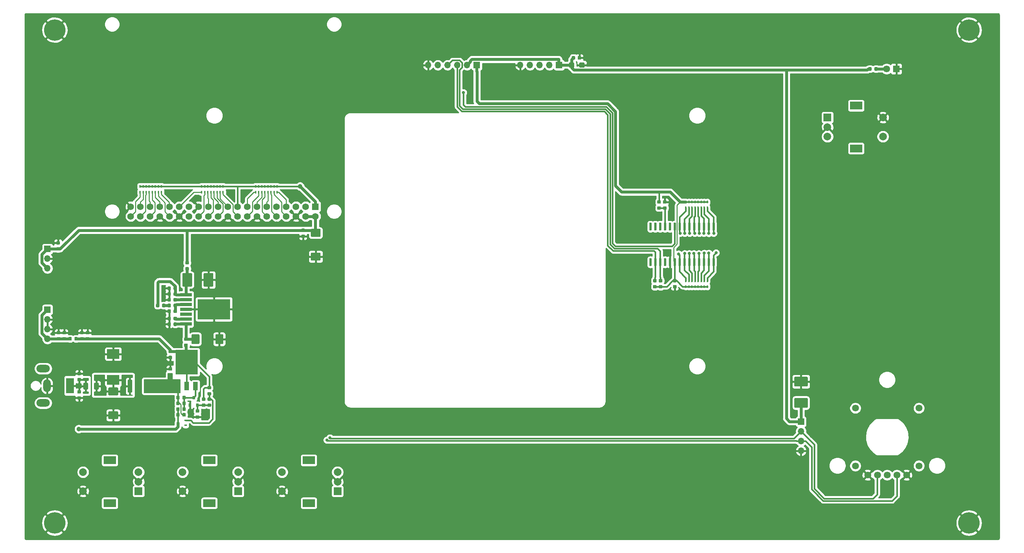
<source format=gbl>
G04 #@! TF.GenerationSoftware,KiCad,Pcbnew,(5.1.5)-3*
G04 #@! TF.CreationDate,2020-04-14T12:17:22+02:00*
G04 #@! TF.ProjectId,piHPSDR_Controller,70694850-5344-4525-9f43-6f6e74726f6c,rev?*
G04 #@! TF.SameCoordinates,Original*
G04 #@! TF.FileFunction,Copper,L2,Bot*
G04 #@! TF.FilePolarity,Positive*
%FSLAX46Y46*%
G04 Gerber Fmt 4.6, Leading zero omitted, Abs format (unit mm)*
G04 Created by KiCad (PCBNEW (5.1.5)-3) date 2020-04-14 12:17:22*
%MOMM*%
%LPD*%
G04 APERTURE LIST*
%ADD10C,5.600000*%
%ADD11R,8.540000X5.350000*%
%ADD12R,3.060000X0.890000*%
%ADD13C,0.100000*%
%ADD14R,0.430000X0.760000*%
%ADD15C,1.750000*%
%ADD16R,1.750000X1.750000*%
%ADD17R,2.000000X2.000000*%
%ADD18C,2.000000*%
%ADD19R,3.200000X2.000000*%
%ADD20R,1.800000X1.800000*%
%ADD21C,1.800000*%
%ADD22R,0.700000X0.450000*%
%ADD23R,3.300000X2.500000*%
%ADD24R,1.700000X1.700000*%
%ADD25O,1.700000X1.700000*%
%ADD26R,2.000000X4.000000*%
%ADD27O,2.000000X3.300000*%
%ADD28O,3.500000X2.000000*%
%ADD29R,1.200000X2.200000*%
%ADD30R,5.800000X6.400000*%
%ADD31R,0.800000X0.900000*%
%ADD32C,0.800000*%
%ADD33C,1.200000*%
%ADD34C,0.800000*%
%ADD35C,0.400000*%
%ADD36C,0.250000*%
%ADD37C,0.254000*%
%ADD38C,0.150000*%
G04 APERTURE END LIST*
D10*
X263800000Y-28400000D03*
X263800000Y-157400000D03*
X24900000Y-28400000D03*
X24900000Y-157400000D03*
D11*
X66505000Y-101500000D03*
D12*
X59200000Y-98960000D03*
X59200000Y-97690000D03*
X59200000Y-100230000D03*
X59200000Y-101500000D03*
X59200000Y-102770000D03*
X59200000Y-104040000D03*
X59200000Y-105310000D03*
G04 #@! TA.AperFunction,SMDPad,CuDef*
D13*
G36*
X181977691Y-95151053D02*
G01*
X181998926Y-95154203D01*
X182019750Y-95159419D01*
X182039962Y-95166651D01*
X182059368Y-95175830D01*
X182077781Y-95186866D01*
X182095024Y-95199654D01*
X182110930Y-95214070D01*
X182125346Y-95229976D01*
X182138134Y-95247219D01*
X182149170Y-95265632D01*
X182158349Y-95285038D01*
X182165581Y-95305250D01*
X182170797Y-95326074D01*
X182173947Y-95347309D01*
X182175000Y-95368750D01*
X182175000Y-95806250D01*
X182173947Y-95827691D01*
X182170797Y-95848926D01*
X182165581Y-95869750D01*
X182158349Y-95889962D01*
X182149170Y-95909368D01*
X182138134Y-95927781D01*
X182125346Y-95945024D01*
X182110930Y-95960930D01*
X182095024Y-95975346D01*
X182077781Y-95988134D01*
X182059368Y-95999170D01*
X182039962Y-96008349D01*
X182019750Y-96015581D01*
X181998926Y-96020797D01*
X181977691Y-96023947D01*
X181956250Y-96025000D01*
X181443750Y-96025000D01*
X181422309Y-96023947D01*
X181401074Y-96020797D01*
X181380250Y-96015581D01*
X181360038Y-96008349D01*
X181340632Y-95999170D01*
X181322219Y-95988134D01*
X181304976Y-95975346D01*
X181289070Y-95960930D01*
X181274654Y-95945024D01*
X181261866Y-95927781D01*
X181250830Y-95909368D01*
X181241651Y-95889962D01*
X181234419Y-95869750D01*
X181229203Y-95848926D01*
X181226053Y-95827691D01*
X181225000Y-95806250D01*
X181225000Y-95368750D01*
X181226053Y-95347309D01*
X181229203Y-95326074D01*
X181234419Y-95305250D01*
X181241651Y-95285038D01*
X181250830Y-95265632D01*
X181261866Y-95247219D01*
X181274654Y-95229976D01*
X181289070Y-95214070D01*
X181304976Y-95199654D01*
X181322219Y-95186866D01*
X181340632Y-95175830D01*
X181360038Y-95166651D01*
X181380250Y-95159419D01*
X181401074Y-95154203D01*
X181422309Y-95151053D01*
X181443750Y-95150000D01*
X181956250Y-95150000D01*
X181977691Y-95151053D01*
G37*
G04 #@! TD.AperFunction*
G04 #@! TA.AperFunction,SMDPad,CuDef*
G36*
X181977691Y-93576053D02*
G01*
X181998926Y-93579203D01*
X182019750Y-93584419D01*
X182039962Y-93591651D01*
X182059368Y-93600830D01*
X182077781Y-93611866D01*
X182095024Y-93624654D01*
X182110930Y-93639070D01*
X182125346Y-93654976D01*
X182138134Y-93672219D01*
X182149170Y-93690632D01*
X182158349Y-93710038D01*
X182165581Y-93730250D01*
X182170797Y-93751074D01*
X182173947Y-93772309D01*
X182175000Y-93793750D01*
X182175000Y-94231250D01*
X182173947Y-94252691D01*
X182170797Y-94273926D01*
X182165581Y-94294750D01*
X182158349Y-94314962D01*
X182149170Y-94334368D01*
X182138134Y-94352781D01*
X182125346Y-94370024D01*
X182110930Y-94385930D01*
X182095024Y-94400346D01*
X182077781Y-94413134D01*
X182059368Y-94424170D01*
X182039962Y-94433349D01*
X182019750Y-94440581D01*
X181998926Y-94445797D01*
X181977691Y-94448947D01*
X181956250Y-94450000D01*
X181443750Y-94450000D01*
X181422309Y-94448947D01*
X181401074Y-94445797D01*
X181380250Y-94440581D01*
X181360038Y-94433349D01*
X181340632Y-94424170D01*
X181322219Y-94413134D01*
X181304976Y-94400346D01*
X181289070Y-94385930D01*
X181274654Y-94370024D01*
X181261866Y-94352781D01*
X181250830Y-94334368D01*
X181241651Y-94314962D01*
X181234419Y-94294750D01*
X181229203Y-94273926D01*
X181226053Y-94252691D01*
X181225000Y-94231250D01*
X181225000Y-93793750D01*
X181226053Y-93772309D01*
X181229203Y-93751074D01*
X181234419Y-93730250D01*
X181241651Y-93710038D01*
X181250830Y-93690632D01*
X181261866Y-93672219D01*
X181274654Y-93654976D01*
X181289070Y-93639070D01*
X181304976Y-93624654D01*
X181322219Y-93611866D01*
X181340632Y-93600830D01*
X181360038Y-93591651D01*
X181380250Y-93584419D01*
X181401074Y-93579203D01*
X181422309Y-93576053D01*
X181443750Y-93575000D01*
X181956250Y-93575000D01*
X181977691Y-93576053D01*
G37*
G04 #@! TD.AperFunction*
G04 #@! TA.AperFunction,SMDPad,CuDef*
G36*
X183477691Y-95151053D02*
G01*
X183498926Y-95154203D01*
X183519750Y-95159419D01*
X183539962Y-95166651D01*
X183559368Y-95175830D01*
X183577781Y-95186866D01*
X183595024Y-95199654D01*
X183610930Y-95214070D01*
X183625346Y-95229976D01*
X183638134Y-95247219D01*
X183649170Y-95265632D01*
X183658349Y-95285038D01*
X183665581Y-95305250D01*
X183670797Y-95326074D01*
X183673947Y-95347309D01*
X183675000Y-95368750D01*
X183675000Y-95806250D01*
X183673947Y-95827691D01*
X183670797Y-95848926D01*
X183665581Y-95869750D01*
X183658349Y-95889962D01*
X183649170Y-95909368D01*
X183638134Y-95927781D01*
X183625346Y-95945024D01*
X183610930Y-95960930D01*
X183595024Y-95975346D01*
X183577781Y-95988134D01*
X183559368Y-95999170D01*
X183539962Y-96008349D01*
X183519750Y-96015581D01*
X183498926Y-96020797D01*
X183477691Y-96023947D01*
X183456250Y-96025000D01*
X182943750Y-96025000D01*
X182922309Y-96023947D01*
X182901074Y-96020797D01*
X182880250Y-96015581D01*
X182860038Y-96008349D01*
X182840632Y-95999170D01*
X182822219Y-95988134D01*
X182804976Y-95975346D01*
X182789070Y-95960930D01*
X182774654Y-95945024D01*
X182761866Y-95927781D01*
X182750830Y-95909368D01*
X182741651Y-95889962D01*
X182734419Y-95869750D01*
X182729203Y-95848926D01*
X182726053Y-95827691D01*
X182725000Y-95806250D01*
X182725000Y-95368750D01*
X182726053Y-95347309D01*
X182729203Y-95326074D01*
X182734419Y-95305250D01*
X182741651Y-95285038D01*
X182750830Y-95265632D01*
X182761866Y-95247219D01*
X182774654Y-95229976D01*
X182789070Y-95214070D01*
X182804976Y-95199654D01*
X182822219Y-95186866D01*
X182840632Y-95175830D01*
X182860038Y-95166651D01*
X182880250Y-95159419D01*
X182901074Y-95154203D01*
X182922309Y-95151053D01*
X182943750Y-95150000D01*
X183456250Y-95150000D01*
X183477691Y-95151053D01*
G37*
G04 #@! TD.AperFunction*
G04 #@! TA.AperFunction,SMDPad,CuDef*
G36*
X183477691Y-93576053D02*
G01*
X183498926Y-93579203D01*
X183519750Y-93584419D01*
X183539962Y-93591651D01*
X183559368Y-93600830D01*
X183577781Y-93611866D01*
X183595024Y-93624654D01*
X183610930Y-93639070D01*
X183625346Y-93654976D01*
X183638134Y-93672219D01*
X183649170Y-93690632D01*
X183658349Y-93710038D01*
X183665581Y-93730250D01*
X183670797Y-93751074D01*
X183673947Y-93772309D01*
X183675000Y-93793750D01*
X183675000Y-94231250D01*
X183673947Y-94252691D01*
X183670797Y-94273926D01*
X183665581Y-94294750D01*
X183658349Y-94314962D01*
X183649170Y-94334368D01*
X183638134Y-94352781D01*
X183625346Y-94370024D01*
X183610930Y-94385930D01*
X183595024Y-94400346D01*
X183577781Y-94413134D01*
X183559368Y-94424170D01*
X183539962Y-94433349D01*
X183519750Y-94440581D01*
X183498926Y-94445797D01*
X183477691Y-94448947D01*
X183456250Y-94450000D01*
X182943750Y-94450000D01*
X182922309Y-94448947D01*
X182901074Y-94445797D01*
X182880250Y-94440581D01*
X182860038Y-94433349D01*
X182840632Y-94424170D01*
X182822219Y-94413134D01*
X182804976Y-94400346D01*
X182789070Y-94385930D01*
X182774654Y-94370024D01*
X182761866Y-94352781D01*
X182750830Y-94334368D01*
X182741651Y-94314962D01*
X182734419Y-94294750D01*
X182729203Y-94273926D01*
X182726053Y-94252691D01*
X182725000Y-94231250D01*
X182725000Y-93793750D01*
X182726053Y-93772309D01*
X182729203Y-93751074D01*
X182734419Y-93730250D01*
X182741651Y-93710038D01*
X182750830Y-93690632D01*
X182761866Y-93672219D01*
X182774654Y-93654976D01*
X182789070Y-93639070D01*
X182804976Y-93624654D01*
X182822219Y-93611866D01*
X182840632Y-93600830D01*
X182860038Y-93591651D01*
X182880250Y-93584419D01*
X182901074Y-93579203D01*
X182922309Y-93576053D01*
X182943750Y-93575000D01*
X183456250Y-93575000D01*
X183477691Y-93576053D01*
G37*
G04 #@! TD.AperFunction*
G04 #@! TA.AperFunction,SMDPad,CuDef*
G36*
X187177691Y-95151053D02*
G01*
X187198926Y-95154203D01*
X187219750Y-95159419D01*
X187239962Y-95166651D01*
X187259368Y-95175830D01*
X187277781Y-95186866D01*
X187295024Y-95199654D01*
X187310930Y-95214070D01*
X187325346Y-95229976D01*
X187338134Y-95247219D01*
X187349170Y-95265632D01*
X187358349Y-95285038D01*
X187365581Y-95305250D01*
X187370797Y-95326074D01*
X187373947Y-95347309D01*
X187375000Y-95368750D01*
X187375000Y-95806250D01*
X187373947Y-95827691D01*
X187370797Y-95848926D01*
X187365581Y-95869750D01*
X187358349Y-95889962D01*
X187349170Y-95909368D01*
X187338134Y-95927781D01*
X187325346Y-95945024D01*
X187310930Y-95960930D01*
X187295024Y-95975346D01*
X187277781Y-95988134D01*
X187259368Y-95999170D01*
X187239962Y-96008349D01*
X187219750Y-96015581D01*
X187198926Y-96020797D01*
X187177691Y-96023947D01*
X187156250Y-96025000D01*
X186643750Y-96025000D01*
X186622309Y-96023947D01*
X186601074Y-96020797D01*
X186580250Y-96015581D01*
X186560038Y-96008349D01*
X186540632Y-95999170D01*
X186522219Y-95988134D01*
X186504976Y-95975346D01*
X186489070Y-95960930D01*
X186474654Y-95945024D01*
X186461866Y-95927781D01*
X186450830Y-95909368D01*
X186441651Y-95889962D01*
X186434419Y-95869750D01*
X186429203Y-95848926D01*
X186426053Y-95827691D01*
X186425000Y-95806250D01*
X186425000Y-95368750D01*
X186426053Y-95347309D01*
X186429203Y-95326074D01*
X186434419Y-95305250D01*
X186441651Y-95285038D01*
X186450830Y-95265632D01*
X186461866Y-95247219D01*
X186474654Y-95229976D01*
X186489070Y-95214070D01*
X186504976Y-95199654D01*
X186522219Y-95186866D01*
X186540632Y-95175830D01*
X186560038Y-95166651D01*
X186580250Y-95159419D01*
X186601074Y-95154203D01*
X186622309Y-95151053D01*
X186643750Y-95150000D01*
X187156250Y-95150000D01*
X187177691Y-95151053D01*
G37*
G04 #@! TD.AperFunction*
G04 #@! TA.AperFunction,SMDPad,CuDef*
G36*
X187177691Y-93576053D02*
G01*
X187198926Y-93579203D01*
X187219750Y-93584419D01*
X187239962Y-93591651D01*
X187259368Y-93600830D01*
X187277781Y-93611866D01*
X187295024Y-93624654D01*
X187310930Y-93639070D01*
X187325346Y-93654976D01*
X187338134Y-93672219D01*
X187349170Y-93690632D01*
X187358349Y-93710038D01*
X187365581Y-93730250D01*
X187370797Y-93751074D01*
X187373947Y-93772309D01*
X187375000Y-93793750D01*
X187375000Y-94231250D01*
X187373947Y-94252691D01*
X187370797Y-94273926D01*
X187365581Y-94294750D01*
X187358349Y-94314962D01*
X187349170Y-94334368D01*
X187338134Y-94352781D01*
X187325346Y-94370024D01*
X187310930Y-94385930D01*
X187295024Y-94400346D01*
X187277781Y-94413134D01*
X187259368Y-94424170D01*
X187239962Y-94433349D01*
X187219750Y-94440581D01*
X187198926Y-94445797D01*
X187177691Y-94448947D01*
X187156250Y-94450000D01*
X186643750Y-94450000D01*
X186622309Y-94448947D01*
X186601074Y-94445797D01*
X186580250Y-94440581D01*
X186560038Y-94433349D01*
X186540632Y-94424170D01*
X186522219Y-94413134D01*
X186504976Y-94400346D01*
X186489070Y-94385930D01*
X186474654Y-94370024D01*
X186461866Y-94352781D01*
X186450830Y-94334368D01*
X186441651Y-94314962D01*
X186434419Y-94294750D01*
X186429203Y-94273926D01*
X186426053Y-94252691D01*
X186425000Y-94231250D01*
X186425000Y-93793750D01*
X186426053Y-93772309D01*
X186429203Y-93751074D01*
X186434419Y-93730250D01*
X186441651Y-93710038D01*
X186450830Y-93690632D01*
X186461866Y-93672219D01*
X186474654Y-93654976D01*
X186489070Y-93639070D01*
X186504976Y-93624654D01*
X186522219Y-93611866D01*
X186540632Y-93600830D01*
X186560038Y-93591651D01*
X186580250Y-93584419D01*
X186601074Y-93579203D01*
X186622309Y-93576053D01*
X186643750Y-93575000D01*
X187156250Y-93575000D01*
X187177691Y-93576053D01*
G37*
G04 #@! TD.AperFunction*
D14*
X190600000Y-94040000D03*
X189800000Y-94040000D03*
X195400000Y-94040000D03*
X194600000Y-94040000D03*
X194600000Y-95560000D03*
X195400000Y-95560000D03*
X189800000Y-95560000D03*
X190600000Y-95560000D03*
X193800000Y-94040000D03*
X191400000Y-94040000D03*
X191400000Y-95560000D03*
X193800000Y-95560000D03*
X192200000Y-94040000D03*
X192200000Y-95560000D03*
X193000000Y-94040000D03*
X193000000Y-95560000D03*
X194600000Y-74960000D03*
X195400000Y-74960000D03*
X189800000Y-74960000D03*
X190600000Y-74960000D03*
X190600000Y-73440000D03*
X189800000Y-73440000D03*
X195400000Y-73440000D03*
X194600000Y-73440000D03*
X191400000Y-74960000D03*
X193800000Y-74960000D03*
X193800000Y-73440000D03*
X191400000Y-73440000D03*
X193000000Y-74960000D03*
X193000000Y-73440000D03*
X192200000Y-74960000D03*
X192200000Y-73440000D03*
X52000000Y-70860000D03*
X52800000Y-70860000D03*
X47200000Y-70860000D03*
X48000000Y-70860000D03*
X48000000Y-69340000D03*
X47200000Y-69340000D03*
X52800000Y-69340000D03*
X52000000Y-69340000D03*
X48800000Y-70860000D03*
X51200000Y-70860000D03*
X51200000Y-69340000D03*
X48800000Y-69340000D03*
X50400000Y-70860000D03*
X50400000Y-69340000D03*
X49600000Y-70860000D03*
X49600000Y-69340000D03*
X68100000Y-70860000D03*
X68900000Y-70860000D03*
X63300000Y-70860000D03*
X64100000Y-70860000D03*
X64100000Y-69340000D03*
X63300000Y-69340000D03*
X68900000Y-69340000D03*
X68100000Y-69340000D03*
X64900000Y-70860000D03*
X67300000Y-70860000D03*
X67300000Y-69340000D03*
X64900000Y-69340000D03*
X66500000Y-70860000D03*
X66500000Y-69340000D03*
X65700000Y-70860000D03*
X65700000Y-69340000D03*
X82200000Y-70860000D03*
X83000000Y-70860000D03*
X77400000Y-70860000D03*
X78200000Y-70860000D03*
X78200000Y-69340000D03*
X77400000Y-69340000D03*
X83000000Y-69340000D03*
X82200000Y-69340000D03*
X79000000Y-70860000D03*
X81400000Y-70860000D03*
X81400000Y-69340000D03*
X79000000Y-69340000D03*
X80600000Y-70860000D03*
X80600000Y-69340000D03*
X79800000Y-70860000D03*
X79800000Y-69340000D03*
D15*
X60010000Y-74630000D03*
X60010000Y-77170000D03*
X57470000Y-74630000D03*
X57470000Y-77170000D03*
X65090000Y-77170000D03*
X65090000Y-74630000D03*
D16*
X93030000Y-74630000D03*
D15*
X93030000Y-77170000D03*
X90490000Y-74630000D03*
X90490000Y-77170000D03*
X87950000Y-74630000D03*
X87950000Y-77170000D03*
X85410000Y-74630000D03*
X85410000Y-77170000D03*
X82870000Y-74630000D03*
X82870000Y-77170000D03*
X80330000Y-74630000D03*
X80330000Y-77170000D03*
X77790000Y-74630000D03*
X77790000Y-77170000D03*
X75250000Y-74630000D03*
X75250000Y-77170000D03*
X72710000Y-74630000D03*
X72710000Y-77170000D03*
X70170000Y-74630000D03*
X70170000Y-77170000D03*
X67630000Y-74630000D03*
X67630000Y-77170000D03*
X62550000Y-74630000D03*
X62550000Y-77170000D03*
X54930000Y-77170000D03*
X54930000Y-74630000D03*
X52390000Y-77170000D03*
X52390000Y-74630000D03*
X49850000Y-77170000D03*
X49850000Y-74630000D03*
X47310000Y-77170000D03*
X47310000Y-74630000D03*
X44770000Y-77170000D03*
X44770000Y-74630000D03*
D17*
X226800000Y-51300000D03*
D18*
X226800000Y-53800000D03*
X226800000Y-56300000D03*
D19*
X234300000Y-48200000D03*
X234300000Y-59400000D03*
D18*
X241300000Y-51300000D03*
X241300000Y-56300000D03*
D17*
X98800000Y-149100000D03*
D18*
X98800000Y-146600000D03*
X98800000Y-144100000D03*
D19*
X91300000Y-152200000D03*
X91300000Y-141000000D03*
D18*
X84300000Y-149100000D03*
X84300000Y-144100000D03*
D17*
X72800000Y-149100000D03*
D18*
X72800000Y-146600000D03*
X72800000Y-144100000D03*
D19*
X65300000Y-152200000D03*
X65300000Y-141000000D03*
D18*
X58300000Y-149100000D03*
X58300000Y-144100000D03*
D17*
X46800000Y-149100000D03*
D18*
X46800000Y-146600000D03*
X46800000Y-144100000D03*
D19*
X39300000Y-152200000D03*
X39300000Y-141000000D03*
D18*
X32300000Y-149100000D03*
X32300000Y-144100000D03*
D20*
X244800000Y-38600000D03*
D21*
X242260000Y-38600000D03*
G04 #@! TA.AperFunction,SMDPad,CuDef*
D13*
G36*
X94149504Y-80451204D02*
G01*
X94173773Y-80454804D01*
X94197571Y-80460765D01*
X94220671Y-80469030D01*
X94242849Y-80479520D01*
X94263893Y-80492133D01*
X94283598Y-80506747D01*
X94301777Y-80523223D01*
X94318253Y-80541402D01*
X94332867Y-80561107D01*
X94345480Y-80582151D01*
X94355970Y-80604329D01*
X94364235Y-80627429D01*
X94370196Y-80651227D01*
X94373796Y-80675496D01*
X94375000Y-80700000D01*
X94375000Y-82275000D01*
X94373796Y-82299504D01*
X94370196Y-82323773D01*
X94364235Y-82347571D01*
X94355970Y-82370671D01*
X94345480Y-82392849D01*
X94332867Y-82413893D01*
X94318253Y-82433598D01*
X94301777Y-82451777D01*
X94283598Y-82468253D01*
X94263893Y-82482867D01*
X94242849Y-82495480D01*
X94220671Y-82505970D01*
X94197571Y-82514235D01*
X94173773Y-82520196D01*
X94149504Y-82523796D01*
X94125000Y-82525000D01*
X92075000Y-82525000D01*
X92050496Y-82523796D01*
X92026227Y-82520196D01*
X92002429Y-82514235D01*
X91979329Y-82505970D01*
X91957151Y-82495480D01*
X91936107Y-82482867D01*
X91916402Y-82468253D01*
X91898223Y-82451777D01*
X91881747Y-82433598D01*
X91867133Y-82413893D01*
X91854520Y-82392849D01*
X91844030Y-82370671D01*
X91835765Y-82347571D01*
X91829804Y-82323773D01*
X91826204Y-82299504D01*
X91825000Y-82275000D01*
X91825000Y-80700000D01*
X91826204Y-80675496D01*
X91829804Y-80651227D01*
X91835765Y-80627429D01*
X91844030Y-80604329D01*
X91854520Y-80582151D01*
X91867133Y-80561107D01*
X91881747Y-80541402D01*
X91898223Y-80523223D01*
X91916402Y-80506747D01*
X91936107Y-80492133D01*
X91957151Y-80479520D01*
X91979329Y-80469030D01*
X92002429Y-80460765D01*
X92026227Y-80454804D01*
X92050496Y-80451204D01*
X92075000Y-80450000D01*
X94125000Y-80450000D01*
X94149504Y-80451204D01*
G37*
G04 #@! TD.AperFunction*
G04 #@! TA.AperFunction,SMDPad,CuDef*
G36*
X94149504Y-86676204D02*
G01*
X94173773Y-86679804D01*
X94197571Y-86685765D01*
X94220671Y-86694030D01*
X94242849Y-86704520D01*
X94263893Y-86717133D01*
X94283598Y-86731747D01*
X94301777Y-86748223D01*
X94318253Y-86766402D01*
X94332867Y-86786107D01*
X94345480Y-86807151D01*
X94355970Y-86829329D01*
X94364235Y-86852429D01*
X94370196Y-86876227D01*
X94373796Y-86900496D01*
X94375000Y-86925000D01*
X94375000Y-88500000D01*
X94373796Y-88524504D01*
X94370196Y-88548773D01*
X94364235Y-88572571D01*
X94355970Y-88595671D01*
X94345480Y-88617849D01*
X94332867Y-88638893D01*
X94318253Y-88658598D01*
X94301777Y-88676777D01*
X94283598Y-88693253D01*
X94263893Y-88707867D01*
X94242849Y-88720480D01*
X94220671Y-88730970D01*
X94197571Y-88739235D01*
X94173773Y-88745196D01*
X94149504Y-88748796D01*
X94125000Y-88750000D01*
X92075000Y-88750000D01*
X92050496Y-88748796D01*
X92026227Y-88745196D01*
X92002429Y-88739235D01*
X91979329Y-88730970D01*
X91957151Y-88720480D01*
X91936107Y-88707867D01*
X91916402Y-88693253D01*
X91898223Y-88676777D01*
X91881747Y-88658598D01*
X91867133Y-88638893D01*
X91854520Y-88617849D01*
X91844030Y-88595671D01*
X91835765Y-88572571D01*
X91829804Y-88548773D01*
X91826204Y-88524504D01*
X91825000Y-88500000D01*
X91825000Y-86925000D01*
X91826204Y-86900496D01*
X91829804Y-86876227D01*
X91835765Y-86852429D01*
X91844030Y-86829329D01*
X91854520Y-86807151D01*
X91867133Y-86786107D01*
X91881747Y-86766402D01*
X91898223Y-86748223D01*
X91916402Y-86731747D01*
X91936107Y-86717133D01*
X91957151Y-86704520D01*
X91979329Y-86694030D01*
X92002429Y-86685765D01*
X92026227Y-86679804D01*
X92050496Y-86676204D01*
X92075000Y-86675000D01*
X94125000Y-86675000D01*
X94149504Y-86676204D01*
G37*
G04 #@! TD.AperFunction*
G04 #@! TA.AperFunction,SMDPad,CuDef*
G36*
X184577691Y-74551053D02*
G01*
X184598926Y-74554203D01*
X184619750Y-74559419D01*
X184639962Y-74566651D01*
X184659368Y-74575830D01*
X184677781Y-74586866D01*
X184695024Y-74599654D01*
X184710930Y-74614070D01*
X184725346Y-74629976D01*
X184738134Y-74647219D01*
X184749170Y-74665632D01*
X184758349Y-74685038D01*
X184765581Y-74705250D01*
X184770797Y-74726074D01*
X184773947Y-74747309D01*
X184775000Y-74768750D01*
X184775000Y-75206250D01*
X184773947Y-75227691D01*
X184770797Y-75248926D01*
X184765581Y-75269750D01*
X184758349Y-75289962D01*
X184749170Y-75309368D01*
X184738134Y-75327781D01*
X184725346Y-75345024D01*
X184710930Y-75360930D01*
X184695024Y-75375346D01*
X184677781Y-75388134D01*
X184659368Y-75399170D01*
X184639962Y-75408349D01*
X184619750Y-75415581D01*
X184598926Y-75420797D01*
X184577691Y-75423947D01*
X184556250Y-75425000D01*
X184043750Y-75425000D01*
X184022309Y-75423947D01*
X184001074Y-75420797D01*
X183980250Y-75415581D01*
X183960038Y-75408349D01*
X183940632Y-75399170D01*
X183922219Y-75388134D01*
X183904976Y-75375346D01*
X183889070Y-75360930D01*
X183874654Y-75345024D01*
X183861866Y-75327781D01*
X183850830Y-75309368D01*
X183841651Y-75289962D01*
X183834419Y-75269750D01*
X183829203Y-75248926D01*
X183826053Y-75227691D01*
X183825000Y-75206250D01*
X183825000Y-74768750D01*
X183826053Y-74747309D01*
X183829203Y-74726074D01*
X183834419Y-74705250D01*
X183841651Y-74685038D01*
X183850830Y-74665632D01*
X183861866Y-74647219D01*
X183874654Y-74629976D01*
X183889070Y-74614070D01*
X183904976Y-74599654D01*
X183922219Y-74586866D01*
X183940632Y-74575830D01*
X183960038Y-74566651D01*
X183980250Y-74559419D01*
X184001074Y-74554203D01*
X184022309Y-74551053D01*
X184043750Y-74550000D01*
X184556250Y-74550000D01*
X184577691Y-74551053D01*
G37*
G04 #@! TD.AperFunction*
G04 #@! TA.AperFunction,SMDPad,CuDef*
G36*
X184577691Y-72976053D02*
G01*
X184598926Y-72979203D01*
X184619750Y-72984419D01*
X184639962Y-72991651D01*
X184659368Y-73000830D01*
X184677781Y-73011866D01*
X184695024Y-73024654D01*
X184710930Y-73039070D01*
X184725346Y-73054976D01*
X184738134Y-73072219D01*
X184749170Y-73090632D01*
X184758349Y-73110038D01*
X184765581Y-73130250D01*
X184770797Y-73151074D01*
X184773947Y-73172309D01*
X184775000Y-73193750D01*
X184775000Y-73631250D01*
X184773947Y-73652691D01*
X184770797Y-73673926D01*
X184765581Y-73694750D01*
X184758349Y-73714962D01*
X184749170Y-73734368D01*
X184738134Y-73752781D01*
X184725346Y-73770024D01*
X184710930Y-73785930D01*
X184695024Y-73800346D01*
X184677781Y-73813134D01*
X184659368Y-73824170D01*
X184639962Y-73833349D01*
X184619750Y-73840581D01*
X184598926Y-73845797D01*
X184577691Y-73848947D01*
X184556250Y-73850000D01*
X184043750Y-73850000D01*
X184022309Y-73848947D01*
X184001074Y-73845797D01*
X183980250Y-73840581D01*
X183960038Y-73833349D01*
X183940632Y-73824170D01*
X183922219Y-73813134D01*
X183904976Y-73800346D01*
X183889070Y-73785930D01*
X183874654Y-73770024D01*
X183861866Y-73752781D01*
X183850830Y-73734368D01*
X183841651Y-73714962D01*
X183834419Y-73694750D01*
X183829203Y-73673926D01*
X183826053Y-73652691D01*
X183825000Y-73631250D01*
X183825000Y-73193750D01*
X183826053Y-73172309D01*
X183829203Y-73151074D01*
X183834419Y-73130250D01*
X183841651Y-73110038D01*
X183850830Y-73090632D01*
X183861866Y-73072219D01*
X183874654Y-73054976D01*
X183889070Y-73039070D01*
X183904976Y-73024654D01*
X183922219Y-73011866D01*
X183940632Y-73000830D01*
X183960038Y-72991651D01*
X183980250Y-72984419D01*
X184001074Y-72979203D01*
X184022309Y-72976053D01*
X184043750Y-72975000D01*
X184556250Y-72975000D01*
X184577691Y-72976053D01*
G37*
G04 #@! TD.AperFunction*
G04 #@! TA.AperFunction,SMDPad,CuDef*
G36*
X57352691Y-127126053D02*
G01*
X57373926Y-127129203D01*
X57394750Y-127134419D01*
X57414962Y-127141651D01*
X57434368Y-127150830D01*
X57452781Y-127161866D01*
X57470024Y-127174654D01*
X57485930Y-127189070D01*
X57500346Y-127204976D01*
X57513134Y-127222219D01*
X57524170Y-127240632D01*
X57533349Y-127260038D01*
X57540581Y-127280250D01*
X57545797Y-127301074D01*
X57548947Y-127322309D01*
X57550000Y-127343750D01*
X57550000Y-127856250D01*
X57548947Y-127877691D01*
X57545797Y-127898926D01*
X57540581Y-127919750D01*
X57533349Y-127939962D01*
X57524170Y-127959368D01*
X57513134Y-127977781D01*
X57500346Y-127995024D01*
X57485930Y-128010930D01*
X57470024Y-128025346D01*
X57452781Y-128038134D01*
X57434368Y-128049170D01*
X57414962Y-128058349D01*
X57394750Y-128065581D01*
X57373926Y-128070797D01*
X57352691Y-128073947D01*
X57331250Y-128075000D01*
X56893750Y-128075000D01*
X56872309Y-128073947D01*
X56851074Y-128070797D01*
X56830250Y-128065581D01*
X56810038Y-128058349D01*
X56790632Y-128049170D01*
X56772219Y-128038134D01*
X56754976Y-128025346D01*
X56739070Y-128010930D01*
X56724654Y-127995024D01*
X56711866Y-127977781D01*
X56700830Y-127959368D01*
X56691651Y-127939962D01*
X56684419Y-127919750D01*
X56679203Y-127898926D01*
X56676053Y-127877691D01*
X56675000Y-127856250D01*
X56675000Y-127343750D01*
X56676053Y-127322309D01*
X56679203Y-127301074D01*
X56684419Y-127280250D01*
X56691651Y-127260038D01*
X56700830Y-127240632D01*
X56711866Y-127222219D01*
X56724654Y-127204976D01*
X56739070Y-127189070D01*
X56754976Y-127174654D01*
X56772219Y-127161866D01*
X56790632Y-127150830D01*
X56810038Y-127141651D01*
X56830250Y-127134419D01*
X56851074Y-127129203D01*
X56872309Y-127126053D01*
X56893750Y-127125000D01*
X57331250Y-127125000D01*
X57352691Y-127126053D01*
G37*
G04 #@! TD.AperFunction*
G04 #@! TA.AperFunction,SMDPad,CuDef*
G36*
X58927691Y-127126053D02*
G01*
X58948926Y-127129203D01*
X58969750Y-127134419D01*
X58989962Y-127141651D01*
X59009368Y-127150830D01*
X59027781Y-127161866D01*
X59045024Y-127174654D01*
X59060930Y-127189070D01*
X59075346Y-127204976D01*
X59088134Y-127222219D01*
X59099170Y-127240632D01*
X59108349Y-127260038D01*
X59115581Y-127280250D01*
X59120797Y-127301074D01*
X59123947Y-127322309D01*
X59125000Y-127343750D01*
X59125000Y-127856250D01*
X59123947Y-127877691D01*
X59120797Y-127898926D01*
X59115581Y-127919750D01*
X59108349Y-127939962D01*
X59099170Y-127959368D01*
X59088134Y-127977781D01*
X59075346Y-127995024D01*
X59060930Y-128010930D01*
X59045024Y-128025346D01*
X59027781Y-128038134D01*
X59009368Y-128049170D01*
X58989962Y-128058349D01*
X58969750Y-128065581D01*
X58948926Y-128070797D01*
X58927691Y-128073947D01*
X58906250Y-128075000D01*
X58468750Y-128075000D01*
X58447309Y-128073947D01*
X58426074Y-128070797D01*
X58405250Y-128065581D01*
X58385038Y-128058349D01*
X58365632Y-128049170D01*
X58347219Y-128038134D01*
X58329976Y-128025346D01*
X58314070Y-128010930D01*
X58299654Y-127995024D01*
X58286866Y-127977781D01*
X58275830Y-127959368D01*
X58266651Y-127939962D01*
X58259419Y-127919750D01*
X58254203Y-127898926D01*
X58251053Y-127877691D01*
X58250000Y-127856250D01*
X58250000Y-127343750D01*
X58251053Y-127322309D01*
X58254203Y-127301074D01*
X58259419Y-127280250D01*
X58266651Y-127260038D01*
X58275830Y-127240632D01*
X58286866Y-127222219D01*
X58299654Y-127204976D01*
X58314070Y-127189070D01*
X58329976Y-127174654D01*
X58347219Y-127161866D01*
X58365632Y-127150830D01*
X58385038Y-127141651D01*
X58405250Y-127134419D01*
X58426074Y-127129203D01*
X58447309Y-127126053D01*
X58468750Y-127125000D01*
X58906250Y-127125000D01*
X58927691Y-127126053D01*
G37*
G04 #@! TD.AperFunction*
G04 #@! TA.AperFunction,SMDPad,CuDef*
G36*
X57352691Y-124126053D02*
G01*
X57373926Y-124129203D01*
X57394750Y-124134419D01*
X57414962Y-124141651D01*
X57434368Y-124150830D01*
X57452781Y-124161866D01*
X57470024Y-124174654D01*
X57485930Y-124189070D01*
X57500346Y-124204976D01*
X57513134Y-124222219D01*
X57524170Y-124240632D01*
X57533349Y-124260038D01*
X57540581Y-124280250D01*
X57545797Y-124301074D01*
X57548947Y-124322309D01*
X57550000Y-124343750D01*
X57550000Y-124856250D01*
X57548947Y-124877691D01*
X57545797Y-124898926D01*
X57540581Y-124919750D01*
X57533349Y-124939962D01*
X57524170Y-124959368D01*
X57513134Y-124977781D01*
X57500346Y-124995024D01*
X57485930Y-125010930D01*
X57470024Y-125025346D01*
X57452781Y-125038134D01*
X57434368Y-125049170D01*
X57414962Y-125058349D01*
X57394750Y-125065581D01*
X57373926Y-125070797D01*
X57352691Y-125073947D01*
X57331250Y-125075000D01*
X56893750Y-125075000D01*
X56872309Y-125073947D01*
X56851074Y-125070797D01*
X56830250Y-125065581D01*
X56810038Y-125058349D01*
X56790632Y-125049170D01*
X56772219Y-125038134D01*
X56754976Y-125025346D01*
X56739070Y-125010930D01*
X56724654Y-124995024D01*
X56711866Y-124977781D01*
X56700830Y-124959368D01*
X56691651Y-124939962D01*
X56684419Y-124919750D01*
X56679203Y-124898926D01*
X56676053Y-124877691D01*
X56675000Y-124856250D01*
X56675000Y-124343750D01*
X56676053Y-124322309D01*
X56679203Y-124301074D01*
X56684419Y-124280250D01*
X56691651Y-124260038D01*
X56700830Y-124240632D01*
X56711866Y-124222219D01*
X56724654Y-124204976D01*
X56739070Y-124189070D01*
X56754976Y-124174654D01*
X56772219Y-124161866D01*
X56790632Y-124150830D01*
X56810038Y-124141651D01*
X56830250Y-124134419D01*
X56851074Y-124129203D01*
X56872309Y-124126053D01*
X56893750Y-124125000D01*
X57331250Y-124125000D01*
X57352691Y-124126053D01*
G37*
G04 #@! TD.AperFunction*
G04 #@! TA.AperFunction,SMDPad,CuDef*
G36*
X58927691Y-124126053D02*
G01*
X58948926Y-124129203D01*
X58969750Y-124134419D01*
X58989962Y-124141651D01*
X59009368Y-124150830D01*
X59027781Y-124161866D01*
X59045024Y-124174654D01*
X59060930Y-124189070D01*
X59075346Y-124204976D01*
X59088134Y-124222219D01*
X59099170Y-124240632D01*
X59108349Y-124260038D01*
X59115581Y-124280250D01*
X59120797Y-124301074D01*
X59123947Y-124322309D01*
X59125000Y-124343750D01*
X59125000Y-124856250D01*
X59123947Y-124877691D01*
X59120797Y-124898926D01*
X59115581Y-124919750D01*
X59108349Y-124939962D01*
X59099170Y-124959368D01*
X59088134Y-124977781D01*
X59075346Y-124995024D01*
X59060930Y-125010930D01*
X59045024Y-125025346D01*
X59027781Y-125038134D01*
X59009368Y-125049170D01*
X58989962Y-125058349D01*
X58969750Y-125065581D01*
X58948926Y-125070797D01*
X58927691Y-125073947D01*
X58906250Y-125075000D01*
X58468750Y-125075000D01*
X58447309Y-125073947D01*
X58426074Y-125070797D01*
X58405250Y-125065581D01*
X58385038Y-125058349D01*
X58365632Y-125049170D01*
X58347219Y-125038134D01*
X58329976Y-125025346D01*
X58314070Y-125010930D01*
X58299654Y-124995024D01*
X58286866Y-124977781D01*
X58275830Y-124959368D01*
X58266651Y-124939962D01*
X58259419Y-124919750D01*
X58254203Y-124898926D01*
X58251053Y-124877691D01*
X58250000Y-124856250D01*
X58250000Y-124343750D01*
X58251053Y-124322309D01*
X58254203Y-124301074D01*
X58259419Y-124280250D01*
X58266651Y-124260038D01*
X58275830Y-124240632D01*
X58286866Y-124222219D01*
X58299654Y-124204976D01*
X58314070Y-124189070D01*
X58329976Y-124174654D01*
X58347219Y-124161866D01*
X58365632Y-124150830D01*
X58385038Y-124141651D01*
X58405250Y-124134419D01*
X58426074Y-124129203D01*
X58447309Y-124126053D01*
X58468750Y-124125000D01*
X58906250Y-124125000D01*
X58927691Y-124126053D01*
G37*
G04 #@! TD.AperFunction*
G04 #@! TA.AperFunction,SMDPad,CuDef*
G36*
X64077691Y-126151053D02*
G01*
X64098926Y-126154203D01*
X64119750Y-126159419D01*
X64139962Y-126166651D01*
X64159368Y-126175830D01*
X64177781Y-126186866D01*
X64195024Y-126199654D01*
X64210930Y-126214070D01*
X64225346Y-126229976D01*
X64238134Y-126247219D01*
X64249170Y-126265632D01*
X64258349Y-126285038D01*
X64265581Y-126305250D01*
X64270797Y-126326074D01*
X64273947Y-126347309D01*
X64275000Y-126368750D01*
X64275000Y-126806250D01*
X64273947Y-126827691D01*
X64270797Y-126848926D01*
X64265581Y-126869750D01*
X64258349Y-126889962D01*
X64249170Y-126909368D01*
X64238134Y-126927781D01*
X64225346Y-126945024D01*
X64210930Y-126960930D01*
X64195024Y-126975346D01*
X64177781Y-126988134D01*
X64159368Y-126999170D01*
X64139962Y-127008349D01*
X64119750Y-127015581D01*
X64098926Y-127020797D01*
X64077691Y-127023947D01*
X64056250Y-127025000D01*
X63543750Y-127025000D01*
X63522309Y-127023947D01*
X63501074Y-127020797D01*
X63480250Y-127015581D01*
X63460038Y-127008349D01*
X63440632Y-126999170D01*
X63422219Y-126988134D01*
X63404976Y-126975346D01*
X63389070Y-126960930D01*
X63374654Y-126945024D01*
X63361866Y-126927781D01*
X63350830Y-126909368D01*
X63341651Y-126889962D01*
X63334419Y-126869750D01*
X63329203Y-126848926D01*
X63326053Y-126827691D01*
X63325000Y-126806250D01*
X63325000Y-126368750D01*
X63326053Y-126347309D01*
X63329203Y-126326074D01*
X63334419Y-126305250D01*
X63341651Y-126285038D01*
X63350830Y-126265632D01*
X63361866Y-126247219D01*
X63374654Y-126229976D01*
X63389070Y-126214070D01*
X63404976Y-126199654D01*
X63422219Y-126186866D01*
X63440632Y-126175830D01*
X63460038Y-126166651D01*
X63480250Y-126159419D01*
X63501074Y-126154203D01*
X63522309Y-126151053D01*
X63543750Y-126150000D01*
X64056250Y-126150000D01*
X64077691Y-126151053D01*
G37*
G04 #@! TD.AperFunction*
G04 #@! TA.AperFunction,SMDPad,CuDef*
G36*
X64077691Y-124576053D02*
G01*
X64098926Y-124579203D01*
X64119750Y-124584419D01*
X64139962Y-124591651D01*
X64159368Y-124600830D01*
X64177781Y-124611866D01*
X64195024Y-124624654D01*
X64210930Y-124639070D01*
X64225346Y-124654976D01*
X64238134Y-124672219D01*
X64249170Y-124690632D01*
X64258349Y-124710038D01*
X64265581Y-124730250D01*
X64270797Y-124751074D01*
X64273947Y-124772309D01*
X64275000Y-124793750D01*
X64275000Y-125231250D01*
X64273947Y-125252691D01*
X64270797Y-125273926D01*
X64265581Y-125294750D01*
X64258349Y-125314962D01*
X64249170Y-125334368D01*
X64238134Y-125352781D01*
X64225346Y-125370024D01*
X64210930Y-125385930D01*
X64195024Y-125400346D01*
X64177781Y-125413134D01*
X64159368Y-125424170D01*
X64139962Y-125433349D01*
X64119750Y-125440581D01*
X64098926Y-125445797D01*
X64077691Y-125448947D01*
X64056250Y-125450000D01*
X63543750Y-125450000D01*
X63522309Y-125448947D01*
X63501074Y-125445797D01*
X63480250Y-125440581D01*
X63460038Y-125433349D01*
X63440632Y-125424170D01*
X63422219Y-125413134D01*
X63404976Y-125400346D01*
X63389070Y-125385930D01*
X63374654Y-125370024D01*
X63361866Y-125352781D01*
X63350830Y-125334368D01*
X63341651Y-125314962D01*
X63334419Y-125294750D01*
X63329203Y-125273926D01*
X63326053Y-125252691D01*
X63325000Y-125231250D01*
X63325000Y-124793750D01*
X63326053Y-124772309D01*
X63329203Y-124751074D01*
X63334419Y-124730250D01*
X63341651Y-124710038D01*
X63350830Y-124690632D01*
X63361866Y-124672219D01*
X63374654Y-124654976D01*
X63389070Y-124639070D01*
X63404976Y-124624654D01*
X63422219Y-124611866D01*
X63440632Y-124600830D01*
X63460038Y-124591651D01*
X63480250Y-124584419D01*
X63501074Y-124579203D01*
X63522309Y-124576053D01*
X63543750Y-124575000D01*
X64056250Y-124575000D01*
X64077691Y-124576053D01*
G37*
G04 #@! TD.AperFunction*
G04 #@! TA.AperFunction,SMDPad,CuDef*
G36*
X62477691Y-127676053D02*
G01*
X62498926Y-127679203D01*
X62519750Y-127684419D01*
X62539962Y-127691651D01*
X62559368Y-127700830D01*
X62577781Y-127711866D01*
X62595024Y-127724654D01*
X62610930Y-127739070D01*
X62625346Y-127754976D01*
X62638134Y-127772219D01*
X62649170Y-127790632D01*
X62658349Y-127810038D01*
X62665581Y-127830250D01*
X62670797Y-127851074D01*
X62673947Y-127872309D01*
X62675000Y-127893750D01*
X62675000Y-128331250D01*
X62673947Y-128352691D01*
X62670797Y-128373926D01*
X62665581Y-128394750D01*
X62658349Y-128414962D01*
X62649170Y-128434368D01*
X62638134Y-128452781D01*
X62625346Y-128470024D01*
X62610930Y-128485930D01*
X62595024Y-128500346D01*
X62577781Y-128513134D01*
X62559368Y-128524170D01*
X62539962Y-128533349D01*
X62519750Y-128540581D01*
X62498926Y-128545797D01*
X62477691Y-128548947D01*
X62456250Y-128550000D01*
X61943750Y-128550000D01*
X61922309Y-128548947D01*
X61901074Y-128545797D01*
X61880250Y-128540581D01*
X61860038Y-128533349D01*
X61840632Y-128524170D01*
X61822219Y-128513134D01*
X61804976Y-128500346D01*
X61789070Y-128485930D01*
X61774654Y-128470024D01*
X61761866Y-128452781D01*
X61750830Y-128434368D01*
X61741651Y-128414962D01*
X61734419Y-128394750D01*
X61729203Y-128373926D01*
X61726053Y-128352691D01*
X61725000Y-128331250D01*
X61725000Y-127893750D01*
X61726053Y-127872309D01*
X61729203Y-127851074D01*
X61734419Y-127830250D01*
X61741651Y-127810038D01*
X61750830Y-127790632D01*
X61761866Y-127772219D01*
X61774654Y-127754976D01*
X61789070Y-127739070D01*
X61804976Y-127724654D01*
X61822219Y-127711866D01*
X61840632Y-127700830D01*
X61860038Y-127691651D01*
X61880250Y-127684419D01*
X61901074Y-127679203D01*
X61922309Y-127676053D01*
X61943750Y-127675000D01*
X62456250Y-127675000D01*
X62477691Y-127676053D01*
G37*
G04 #@! TD.AperFunction*
G04 #@! TA.AperFunction,SMDPad,CuDef*
G36*
X62477691Y-129251053D02*
G01*
X62498926Y-129254203D01*
X62519750Y-129259419D01*
X62539962Y-129266651D01*
X62559368Y-129275830D01*
X62577781Y-129286866D01*
X62595024Y-129299654D01*
X62610930Y-129314070D01*
X62625346Y-129329976D01*
X62638134Y-129347219D01*
X62649170Y-129365632D01*
X62658349Y-129385038D01*
X62665581Y-129405250D01*
X62670797Y-129426074D01*
X62673947Y-129447309D01*
X62675000Y-129468750D01*
X62675000Y-129906250D01*
X62673947Y-129927691D01*
X62670797Y-129948926D01*
X62665581Y-129969750D01*
X62658349Y-129989962D01*
X62649170Y-130009368D01*
X62638134Y-130027781D01*
X62625346Y-130045024D01*
X62610930Y-130060930D01*
X62595024Y-130075346D01*
X62577781Y-130088134D01*
X62559368Y-130099170D01*
X62539962Y-130108349D01*
X62519750Y-130115581D01*
X62498926Y-130120797D01*
X62477691Y-130123947D01*
X62456250Y-130125000D01*
X61943750Y-130125000D01*
X61922309Y-130123947D01*
X61901074Y-130120797D01*
X61880250Y-130115581D01*
X61860038Y-130108349D01*
X61840632Y-130099170D01*
X61822219Y-130088134D01*
X61804976Y-130075346D01*
X61789070Y-130060930D01*
X61774654Y-130045024D01*
X61761866Y-130027781D01*
X61750830Y-130009368D01*
X61741651Y-129989962D01*
X61734419Y-129969750D01*
X61729203Y-129948926D01*
X61726053Y-129927691D01*
X61725000Y-129906250D01*
X61725000Y-129468750D01*
X61726053Y-129447309D01*
X61729203Y-129426074D01*
X61734419Y-129405250D01*
X61741651Y-129385038D01*
X61750830Y-129365632D01*
X61761866Y-129347219D01*
X61774654Y-129329976D01*
X61789070Y-129314070D01*
X61804976Y-129299654D01*
X61822219Y-129286866D01*
X61840632Y-129275830D01*
X61860038Y-129266651D01*
X61880250Y-129259419D01*
X61901074Y-129254203D01*
X61922309Y-129251053D01*
X61943750Y-129250000D01*
X62456250Y-129250000D01*
X62477691Y-129251053D01*
G37*
G04 #@! TD.AperFunction*
G04 #@! TA.AperFunction,SMDPad,CuDef*
G36*
X62499504Y-108026204D02*
G01*
X62523773Y-108029804D01*
X62547571Y-108035765D01*
X62570671Y-108044030D01*
X62592849Y-108054520D01*
X62613893Y-108067133D01*
X62633598Y-108081747D01*
X62651777Y-108098223D01*
X62668253Y-108116402D01*
X62682867Y-108136107D01*
X62695480Y-108157151D01*
X62705970Y-108179329D01*
X62714235Y-108202429D01*
X62720196Y-108226227D01*
X62723796Y-108250496D01*
X62725000Y-108275000D01*
X62725000Y-110325000D01*
X62723796Y-110349504D01*
X62720196Y-110373773D01*
X62714235Y-110397571D01*
X62705970Y-110420671D01*
X62695480Y-110442849D01*
X62682867Y-110463893D01*
X62668253Y-110483598D01*
X62651777Y-110501777D01*
X62633598Y-110518253D01*
X62613893Y-110532867D01*
X62592849Y-110545480D01*
X62570671Y-110555970D01*
X62547571Y-110564235D01*
X62523773Y-110570196D01*
X62499504Y-110573796D01*
X62475000Y-110575000D01*
X60900000Y-110575000D01*
X60875496Y-110573796D01*
X60851227Y-110570196D01*
X60827429Y-110564235D01*
X60804329Y-110555970D01*
X60782151Y-110545480D01*
X60761107Y-110532867D01*
X60741402Y-110518253D01*
X60723223Y-110501777D01*
X60706747Y-110483598D01*
X60692133Y-110463893D01*
X60679520Y-110442849D01*
X60669030Y-110420671D01*
X60660765Y-110397571D01*
X60654804Y-110373773D01*
X60651204Y-110349504D01*
X60650000Y-110325000D01*
X60650000Y-108275000D01*
X60651204Y-108250496D01*
X60654804Y-108226227D01*
X60660765Y-108202429D01*
X60669030Y-108179329D01*
X60679520Y-108157151D01*
X60692133Y-108136107D01*
X60706747Y-108116402D01*
X60723223Y-108098223D01*
X60741402Y-108081747D01*
X60761107Y-108067133D01*
X60782151Y-108054520D01*
X60804329Y-108044030D01*
X60827429Y-108035765D01*
X60851227Y-108029804D01*
X60875496Y-108026204D01*
X60900000Y-108025000D01*
X62475000Y-108025000D01*
X62499504Y-108026204D01*
G37*
G04 #@! TD.AperFunction*
G04 #@! TA.AperFunction,SMDPad,CuDef*
G36*
X68724504Y-108026204D02*
G01*
X68748773Y-108029804D01*
X68772571Y-108035765D01*
X68795671Y-108044030D01*
X68817849Y-108054520D01*
X68838893Y-108067133D01*
X68858598Y-108081747D01*
X68876777Y-108098223D01*
X68893253Y-108116402D01*
X68907867Y-108136107D01*
X68920480Y-108157151D01*
X68930970Y-108179329D01*
X68939235Y-108202429D01*
X68945196Y-108226227D01*
X68948796Y-108250496D01*
X68950000Y-108275000D01*
X68950000Y-110325000D01*
X68948796Y-110349504D01*
X68945196Y-110373773D01*
X68939235Y-110397571D01*
X68930970Y-110420671D01*
X68920480Y-110442849D01*
X68907867Y-110463893D01*
X68893253Y-110483598D01*
X68876777Y-110501777D01*
X68858598Y-110518253D01*
X68838893Y-110532867D01*
X68817849Y-110545480D01*
X68795671Y-110555970D01*
X68772571Y-110564235D01*
X68748773Y-110570196D01*
X68724504Y-110573796D01*
X68700000Y-110575000D01*
X67125000Y-110575000D01*
X67100496Y-110573796D01*
X67076227Y-110570196D01*
X67052429Y-110564235D01*
X67029329Y-110555970D01*
X67007151Y-110545480D01*
X66986107Y-110532867D01*
X66966402Y-110518253D01*
X66948223Y-110501777D01*
X66931747Y-110483598D01*
X66917133Y-110463893D01*
X66904520Y-110442849D01*
X66894030Y-110420671D01*
X66885765Y-110397571D01*
X66879804Y-110373773D01*
X66876204Y-110349504D01*
X66875000Y-110325000D01*
X66875000Y-108275000D01*
X66876204Y-108250496D01*
X66879804Y-108226227D01*
X66885765Y-108202429D01*
X66894030Y-108179329D01*
X66904520Y-108157151D01*
X66917133Y-108136107D01*
X66931747Y-108116402D01*
X66948223Y-108098223D01*
X66966402Y-108081747D01*
X66986107Y-108067133D01*
X67007151Y-108054520D01*
X67029329Y-108044030D01*
X67052429Y-108035765D01*
X67076227Y-108029804D01*
X67100496Y-108026204D01*
X67125000Y-108025000D01*
X68700000Y-108025000D01*
X68724504Y-108026204D01*
G37*
G04 #@! TD.AperFunction*
G04 #@! TA.AperFunction,SMDPad,CuDef*
G36*
X56627691Y-104926053D02*
G01*
X56648926Y-104929203D01*
X56669750Y-104934419D01*
X56689962Y-104941651D01*
X56709368Y-104950830D01*
X56727781Y-104961866D01*
X56745024Y-104974654D01*
X56760930Y-104989070D01*
X56775346Y-105004976D01*
X56788134Y-105022219D01*
X56799170Y-105040632D01*
X56808349Y-105060038D01*
X56815581Y-105080250D01*
X56820797Y-105101074D01*
X56823947Y-105122309D01*
X56825000Y-105143750D01*
X56825000Y-105656250D01*
X56823947Y-105677691D01*
X56820797Y-105698926D01*
X56815581Y-105719750D01*
X56808349Y-105739962D01*
X56799170Y-105759368D01*
X56788134Y-105777781D01*
X56775346Y-105795024D01*
X56760930Y-105810930D01*
X56745024Y-105825346D01*
X56727781Y-105838134D01*
X56709368Y-105849170D01*
X56689962Y-105858349D01*
X56669750Y-105865581D01*
X56648926Y-105870797D01*
X56627691Y-105873947D01*
X56606250Y-105875000D01*
X56168750Y-105875000D01*
X56147309Y-105873947D01*
X56126074Y-105870797D01*
X56105250Y-105865581D01*
X56085038Y-105858349D01*
X56065632Y-105849170D01*
X56047219Y-105838134D01*
X56029976Y-105825346D01*
X56014070Y-105810930D01*
X55999654Y-105795024D01*
X55986866Y-105777781D01*
X55975830Y-105759368D01*
X55966651Y-105739962D01*
X55959419Y-105719750D01*
X55954203Y-105698926D01*
X55951053Y-105677691D01*
X55950000Y-105656250D01*
X55950000Y-105143750D01*
X55951053Y-105122309D01*
X55954203Y-105101074D01*
X55959419Y-105080250D01*
X55966651Y-105060038D01*
X55975830Y-105040632D01*
X55986866Y-105022219D01*
X55999654Y-105004976D01*
X56014070Y-104989070D01*
X56029976Y-104974654D01*
X56047219Y-104961866D01*
X56065632Y-104950830D01*
X56085038Y-104941651D01*
X56105250Y-104934419D01*
X56126074Y-104929203D01*
X56147309Y-104926053D01*
X56168750Y-104925000D01*
X56606250Y-104925000D01*
X56627691Y-104926053D01*
G37*
G04 #@! TD.AperFunction*
G04 #@! TA.AperFunction,SMDPad,CuDef*
G36*
X55052691Y-104926053D02*
G01*
X55073926Y-104929203D01*
X55094750Y-104934419D01*
X55114962Y-104941651D01*
X55134368Y-104950830D01*
X55152781Y-104961866D01*
X55170024Y-104974654D01*
X55185930Y-104989070D01*
X55200346Y-105004976D01*
X55213134Y-105022219D01*
X55224170Y-105040632D01*
X55233349Y-105060038D01*
X55240581Y-105080250D01*
X55245797Y-105101074D01*
X55248947Y-105122309D01*
X55250000Y-105143750D01*
X55250000Y-105656250D01*
X55248947Y-105677691D01*
X55245797Y-105698926D01*
X55240581Y-105719750D01*
X55233349Y-105739962D01*
X55224170Y-105759368D01*
X55213134Y-105777781D01*
X55200346Y-105795024D01*
X55185930Y-105810930D01*
X55170024Y-105825346D01*
X55152781Y-105838134D01*
X55134368Y-105849170D01*
X55114962Y-105858349D01*
X55094750Y-105865581D01*
X55073926Y-105870797D01*
X55052691Y-105873947D01*
X55031250Y-105875000D01*
X54593750Y-105875000D01*
X54572309Y-105873947D01*
X54551074Y-105870797D01*
X54530250Y-105865581D01*
X54510038Y-105858349D01*
X54490632Y-105849170D01*
X54472219Y-105838134D01*
X54454976Y-105825346D01*
X54439070Y-105810930D01*
X54424654Y-105795024D01*
X54411866Y-105777781D01*
X54400830Y-105759368D01*
X54391651Y-105739962D01*
X54384419Y-105719750D01*
X54379203Y-105698926D01*
X54376053Y-105677691D01*
X54375000Y-105656250D01*
X54375000Y-105143750D01*
X54376053Y-105122309D01*
X54379203Y-105101074D01*
X54384419Y-105080250D01*
X54391651Y-105060038D01*
X54400830Y-105040632D01*
X54411866Y-105022219D01*
X54424654Y-105004976D01*
X54439070Y-104989070D01*
X54454976Y-104974654D01*
X54472219Y-104961866D01*
X54490632Y-104950830D01*
X54510038Y-104941651D01*
X54530250Y-104934419D01*
X54551074Y-104929203D01*
X54572309Y-104926053D01*
X54593750Y-104925000D01*
X55031250Y-104925000D01*
X55052691Y-104926053D01*
G37*
G04 #@! TD.AperFunction*
G04 #@! TA.AperFunction,SMDPad,CuDef*
G36*
X55377691Y-112076053D02*
G01*
X55398926Y-112079203D01*
X55419750Y-112084419D01*
X55439962Y-112091651D01*
X55459368Y-112100830D01*
X55477781Y-112111866D01*
X55495024Y-112124654D01*
X55510930Y-112139070D01*
X55525346Y-112154976D01*
X55538134Y-112172219D01*
X55549170Y-112190632D01*
X55558349Y-112210038D01*
X55565581Y-112230250D01*
X55570797Y-112251074D01*
X55573947Y-112272309D01*
X55575000Y-112293750D01*
X55575000Y-112731250D01*
X55573947Y-112752691D01*
X55570797Y-112773926D01*
X55565581Y-112794750D01*
X55558349Y-112814962D01*
X55549170Y-112834368D01*
X55538134Y-112852781D01*
X55525346Y-112870024D01*
X55510930Y-112885930D01*
X55495024Y-112900346D01*
X55477781Y-112913134D01*
X55459368Y-112924170D01*
X55439962Y-112933349D01*
X55419750Y-112940581D01*
X55398926Y-112945797D01*
X55377691Y-112948947D01*
X55356250Y-112950000D01*
X54843750Y-112950000D01*
X54822309Y-112948947D01*
X54801074Y-112945797D01*
X54780250Y-112940581D01*
X54760038Y-112933349D01*
X54740632Y-112924170D01*
X54722219Y-112913134D01*
X54704976Y-112900346D01*
X54689070Y-112885930D01*
X54674654Y-112870024D01*
X54661866Y-112852781D01*
X54650830Y-112834368D01*
X54641651Y-112814962D01*
X54634419Y-112794750D01*
X54629203Y-112773926D01*
X54626053Y-112752691D01*
X54625000Y-112731250D01*
X54625000Y-112293750D01*
X54626053Y-112272309D01*
X54629203Y-112251074D01*
X54634419Y-112230250D01*
X54641651Y-112210038D01*
X54650830Y-112190632D01*
X54661866Y-112172219D01*
X54674654Y-112154976D01*
X54689070Y-112139070D01*
X54704976Y-112124654D01*
X54722219Y-112111866D01*
X54740632Y-112100830D01*
X54760038Y-112091651D01*
X54780250Y-112084419D01*
X54801074Y-112079203D01*
X54822309Y-112076053D01*
X54843750Y-112075000D01*
X55356250Y-112075000D01*
X55377691Y-112076053D01*
G37*
G04 #@! TD.AperFunction*
G04 #@! TA.AperFunction,SMDPad,CuDef*
G36*
X55377691Y-113651053D02*
G01*
X55398926Y-113654203D01*
X55419750Y-113659419D01*
X55439962Y-113666651D01*
X55459368Y-113675830D01*
X55477781Y-113686866D01*
X55495024Y-113699654D01*
X55510930Y-113714070D01*
X55525346Y-113729976D01*
X55538134Y-113747219D01*
X55549170Y-113765632D01*
X55558349Y-113785038D01*
X55565581Y-113805250D01*
X55570797Y-113826074D01*
X55573947Y-113847309D01*
X55575000Y-113868750D01*
X55575000Y-114306250D01*
X55573947Y-114327691D01*
X55570797Y-114348926D01*
X55565581Y-114369750D01*
X55558349Y-114389962D01*
X55549170Y-114409368D01*
X55538134Y-114427781D01*
X55525346Y-114445024D01*
X55510930Y-114460930D01*
X55495024Y-114475346D01*
X55477781Y-114488134D01*
X55459368Y-114499170D01*
X55439962Y-114508349D01*
X55419750Y-114515581D01*
X55398926Y-114520797D01*
X55377691Y-114523947D01*
X55356250Y-114525000D01*
X54843750Y-114525000D01*
X54822309Y-114523947D01*
X54801074Y-114520797D01*
X54780250Y-114515581D01*
X54760038Y-114508349D01*
X54740632Y-114499170D01*
X54722219Y-114488134D01*
X54704976Y-114475346D01*
X54689070Y-114460930D01*
X54674654Y-114445024D01*
X54661866Y-114427781D01*
X54650830Y-114409368D01*
X54641651Y-114389962D01*
X54634419Y-114369750D01*
X54629203Y-114348926D01*
X54626053Y-114327691D01*
X54625000Y-114306250D01*
X54625000Y-113868750D01*
X54626053Y-113847309D01*
X54629203Y-113826074D01*
X54634419Y-113805250D01*
X54641651Y-113785038D01*
X54650830Y-113765632D01*
X54661866Y-113747219D01*
X54674654Y-113729976D01*
X54689070Y-113714070D01*
X54704976Y-113699654D01*
X54722219Y-113686866D01*
X54740632Y-113675830D01*
X54760038Y-113666651D01*
X54780250Y-113659419D01*
X54801074Y-113654203D01*
X54822309Y-113651053D01*
X54843750Y-113650000D01*
X55356250Y-113650000D01*
X55377691Y-113651053D01*
G37*
G04 #@! TD.AperFunction*
G04 #@! TA.AperFunction,SMDPad,CuDef*
G36*
X32277691Y-108751053D02*
G01*
X32298926Y-108754203D01*
X32319750Y-108759419D01*
X32339962Y-108766651D01*
X32359368Y-108775830D01*
X32377781Y-108786866D01*
X32395024Y-108799654D01*
X32410930Y-108814070D01*
X32425346Y-108829976D01*
X32438134Y-108847219D01*
X32449170Y-108865632D01*
X32458349Y-108885038D01*
X32465581Y-108905250D01*
X32470797Y-108926074D01*
X32473947Y-108947309D01*
X32475000Y-108968750D01*
X32475000Y-109406250D01*
X32473947Y-109427691D01*
X32470797Y-109448926D01*
X32465581Y-109469750D01*
X32458349Y-109489962D01*
X32449170Y-109509368D01*
X32438134Y-109527781D01*
X32425346Y-109545024D01*
X32410930Y-109560930D01*
X32395024Y-109575346D01*
X32377781Y-109588134D01*
X32359368Y-109599170D01*
X32339962Y-109608349D01*
X32319750Y-109615581D01*
X32298926Y-109620797D01*
X32277691Y-109623947D01*
X32256250Y-109625000D01*
X31743750Y-109625000D01*
X31722309Y-109623947D01*
X31701074Y-109620797D01*
X31680250Y-109615581D01*
X31660038Y-109608349D01*
X31640632Y-109599170D01*
X31622219Y-109588134D01*
X31604976Y-109575346D01*
X31589070Y-109560930D01*
X31574654Y-109545024D01*
X31561866Y-109527781D01*
X31550830Y-109509368D01*
X31541651Y-109489962D01*
X31534419Y-109469750D01*
X31529203Y-109448926D01*
X31526053Y-109427691D01*
X31525000Y-109406250D01*
X31525000Y-108968750D01*
X31526053Y-108947309D01*
X31529203Y-108926074D01*
X31534419Y-108905250D01*
X31541651Y-108885038D01*
X31550830Y-108865632D01*
X31561866Y-108847219D01*
X31574654Y-108829976D01*
X31589070Y-108814070D01*
X31604976Y-108799654D01*
X31622219Y-108786866D01*
X31640632Y-108775830D01*
X31660038Y-108766651D01*
X31680250Y-108759419D01*
X31701074Y-108754203D01*
X31722309Y-108751053D01*
X31743750Y-108750000D01*
X32256250Y-108750000D01*
X32277691Y-108751053D01*
G37*
G04 #@! TD.AperFunction*
G04 #@! TA.AperFunction,SMDPad,CuDef*
G36*
X32277691Y-107176053D02*
G01*
X32298926Y-107179203D01*
X32319750Y-107184419D01*
X32339962Y-107191651D01*
X32359368Y-107200830D01*
X32377781Y-107211866D01*
X32395024Y-107224654D01*
X32410930Y-107239070D01*
X32425346Y-107254976D01*
X32438134Y-107272219D01*
X32449170Y-107290632D01*
X32458349Y-107310038D01*
X32465581Y-107330250D01*
X32470797Y-107351074D01*
X32473947Y-107372309D01*
X32475000Y-107393750D01*
X32475000Y-107831250D01*
X32473947Y-107852691D01*
X32470797Y-107873926D01*
X32465581Y-107894750D01*
X32458349Y-107914962D01*
X32449170Y-107934368D01*
X32438134Y-107952781D01*
X32425346Y-107970024D01*
X32410930Y-107985930D01*
X32395024Y-108000346D01*
X32377781Y-108013134D01*
X32359368Y-108024170D01*
X32339962Y-108033349D01*
X32319750Y-108040581D01*
X32298926Y-108045797D01*
X32277691Y-108048947D01*
X32256250Y-108050000D01*
X31743750Y-108050000D01*
X31722309Y-108048947D01*
X31701074Y-108045797D01*
X31680250Y-108040581D01*
X31660038Y-108033349D01*
X31640632Y-108024170D01*
X31622219Y-108013134D01*
X31604976Y-108000346D01*
X31589070Y-107985930D01*
X31574654Y-107970024D01*
X31561866Y-107952781D01*
X31550830Y-107934368D01*
X31541651Y-107914962D01*
X31534419Y-107894750D01*
X31529203Y-107873926D01*
X31526053Y-107852691D01*
X31525000Y-107831250D01*
X31525000Y-107393750D01*
X31526053Y-107372309D01*
X31529203Y-107351074D01*
X31534419Y-107330250D01*
X31541651Y-107310038D01*
X31550830Y-107290632D01*
X31561866Y-107272219D01*
X31574654Y-107254976D01*
X31589070Y-107239070D01*
X31604976Y-107224654D01*
X31622219Y-107211866D01*
X31640632Y-107200830D01*
X31660038Y-107191651D01*
X31680250Y-107184419D01*
X31701074Y-107179203D01*
X31722309Y-107176053D01*
X31743750Y-107175000D01*
X32256250Y-107175000D01*
X32277691Y-107176053D01*
G37*
G04 #@! TD.AperFunction*
G04 #@! TA.AperFunction,SMDPad,CuDef*
G36*
X55377691Y-116676053D02*
G01*
X55398926Y-116679203D01*
X55419750Y-116684419D01*
X55439962Y-116691651D01*
X55459368Y-116700830D01*
X55477781Y-116711866D01*
X55495024Y-116724654D01*
X55510930Y-116739070D01*
X55525346Y-116754976D01*
X55538134Y-116772219D01*
X55549170Y-116790632D01*
X55558349Y-116810038D01*
X55565581Y-116830250D01*
X55570797Y-116851074D01*
X55573947Y-116872309D01*
X55575000Y-116893750D01*
X55575000Y-117331250D01*
X55573947Y-117352691D01*
X55570797Y-117373926D01*
X55565581Y-117394750D01*
X55558349Y-117414962D01*
X55549170Y-117434368D01*
X55538134Y-117452781D01*
X55525346Y-117470024D01*
X55510930Y-117485930D01*
X55495024Y-117500346D01*
X55477781Y-117513134D01*
X55459368Y-117524170D01*
X55439962Y-117533349D01*
X55419750Y-117540581D01*
X55398926Y-117545797D01*
X55377691Y-117548947D01*
X55356250Y-117550000D01*
X54843750Y-117550000D01*
X54822309Y-117548947D01*
X54801074Y-117545797D01*
X54780250Y-117540581D01*
X54760038Y-117533349D01*
X54740632Y-117524170D01*
X54722219Y-117513134D01*
X54704976Y-117500346D01*
X54689070Y-117485930D01*
X54674654Y-117470024D01*
X54661866Y-117452781D01*
X54650830Y-117434368D01*
X54641651Y-117414962D01*
X54634419Y-117394750D01*
X54629203Y-117373926D01*
X54626053Y-117352691D01*
X54625000Y-117331250D01*
X54625000Y-116893750D01*
X54626053Y-116872309D01*
X54629203Y-116851074D01*
X54634419Y-116830250D01*
X54641651Y-116810038D01*
X54650830Y-116790632D01*
X54661866Y-116772219D01*
X54674654Y-116754976D01*
X54689070Y-116739070D01*
X54704976Y-116724654D01*
X54722219Y-116711866D01*
X54740632Y-116700830D01*
X54760038Y-116691651D01*
X54780250Y-116684419D01*
X54801074Y-116679203D01*
X54822309Y-116676053D01*
X54843750Y-116675000D01*
X55356250Y-116675000D01*
X55377691Y-116676053D01*
G37*
G04 #@! TD.AperFunction*
G04 #@! TA.AperFunction,SMDPad,CuDef*
G36*
X55377691Y-118251053D02*
G01*
X55398926Y-118254203D01*
X55419750Y-118259419D01*
X55439962Y-118266651D01*
X55459368Y-118275830D01*
X55477781Y-118286866D01*
X55495024Y-118299654D01*
X55510930Y-118314070D01*
X55525346Y-118329976D01*
X55538134Y-118347219D01*
X55549170Y-118365632D01*
X55558349Y-118385038D01*
X55565581Y-118405250D01*
X55570797Y-118426074D01*
X55573947Y-118447309D01*
X55575000Y-118468750D01*
X55575000Y-118906250D01*
X55573947Y-118927691D01*
X55570797Y-118948926D01*
X55565581Y-118969750D01*
X55558349Y-118989962D01*
X55549170Y-119009368D01*
X55538134Y-119027781D01*
X55525346Y-119045024D01*
X55510930Y-119060930D01*
X55495024Y-119075346D01*
X55477781Y-119088134D01*
X55459368Y-119099170D01*
X55439962Y-119108349D01*
X55419750Y-119115581D01*
X55398926Y-119120797D01*
X55377691Y-119123947D01*
X55356250Y-119125000D01*
X54843750Y-119125000D01*
X54822309Y-119123947D01*
X54801074Y-119120797D01*
X54780250Y-119115581D01*
X54760038Y-119108349D01*
X54740632Y-119099170D01*
X54722219Y-119088134D01*
X54704976Y-119075346D01*
X54689070Y-119060930D01*
X54674654Y-119045024D01*
X54661866Y-119027781D01*
X54650830Y-119009368D01*
X54641651Y-118989962D01*
X54634419Y-118969750D01*
X54629203Y-118948926D01*
X54626053Y-118927691D01*
X54625000Y-118906250D01*
X54625000Y-118468750D01*
X54626053Y-118447309D01*
X54629203Y-118426074D01*
X54634419Y-118405250D01*
X54641651Y-118385038D01*
X54650830Y-118365632D01*
X54661866Y-118347219D01*
X54674654Y-118329976D01*
X54689070Y-118314070D01*
X54704976Y-118299654D01*
X54722219Y-118286866D01*
X54740632Y-118275830D01*
X54760038Y-118266651D01*
X54780250Y-118259419D01*
X54801074Y-118254203D01*
X54822309Y-118251053D01*
X54843750Y-118250000D01*
X55356250Y-118250000D01*
X55377691Y-118251053D01*
G37*
G04 #@! TD.AperFunction*
G04 #@! TA.AperFunction,SMDPad,CuDef*
G36*
X33777691Y-107176053D02*
G01*
X33798926Y-107179203D01*
X33819750Y-107184419D01*
X33839962Y-107191651D01*
X33859368Y-107200830D01*
X33877781Y-107211866D01*
X33895024Y-107224654D01*
X33910930Y-107239070D01*
X33925346Y-107254976D01*
X33938134Y-107272219D01*
X33949170Y-107290632D01*
X33958349Y-107310038D01*
X33965581Y-107330250D01*
X33970797Y-107351074D01*
X33973947Y-107372309D01*
X33975000Y-107393750D01*
X33975000Y-107831250D01*
X33973947Y-107852691D01*
X33970797Y-107873926D01*
X33965581Y-107894750D01*
X33958349Y-107914962D01*
X33949170Y-107934368D01*
X33938134Y-107952781D01*
X33925346Y-107970024D01*
X33910930Y-107985930D01*
X33895024Y-108000346D01*
X33877781Y-108013134D01*
X33859368Y-108024170D01*
X33839962Y-108033349D01*
X33819750Y-108040581D01*
X33798926Y-108045797D01*
X33777691Y-108048947D01*
X33756250Y-108050000D01*
X33243750Y-108050000D01*
X33222309Y-108048947D01*
X33201074Y-108045797D01*
X33180250Y-108040581D01*
X33160038Y-108033349D01*
X33140632Y-108024170D01*
X33122219Y-108013134D01*
X33104976Y-108000346D01*
X33089070Y-107985930D01*
X33074654Y-107970024D01*
X33061866Y-107952781D01*
X33050830Y-107934368D01*
X33041651Y-107914962D01*
X33034419Y-107894750D01*
X33029203Y-107873926D01*
X33026053Y-107852691D01*
X33025000Y-107831250D01*
X33025000Y-107393750D01*
X33026053Y-107372309D01*
X33029203Y-107351074D01*
X33034419Y-107330250D01*
X33041651Y-107310038D01*
X33050830Y-107290632D01*
X33061866Y-107272219D01*
X33074654Y-107254976D01*
X33089070Y-107239070D01*
X33104976Y-107224654D01*
X33122219Y-107211866D01*
X33140632Y-107200830D01*
X33160038Y-107191651D01*
X33180250Y-107184419D01*
X33201074Y-107179203D01*
X33222309Y-107176053D01*
X33243750Y-107175000D01*
X33756250Y-107175000D01*
X33777691Y-107176053D01*
G37*
G04 #@! TD.AperFunction*
G04 #@! TA.AperFunction,SMDPad,CuDef*
G36*
X33777691Y-108751053D02*
G01*
X33798926Y-108754203D01*
X33819750Y-108759419D01*
X33839962Y-108766651D01*
X33859368Y-108775830D01*
X33877781Y-108786866D01*
X33895024Y-108799654D01*
X33910930Y-108814070D01*
X33925346Y-108829976D01*
X33938134Y-108847219D01*
X33949170Y-108865632D01*
X33958349Y-108885038D01*
X33965581Y-108905250D01*
X33970797Y-108926074D01*
X33973947Y-108947309D01*
X33975000Y-108968750D01*
X33975000Y-109406250D01*
X33973947Y-109427691D01*
X33970797Y-109448926D01*
X33965581Y-109469750D01*
X33958349Y-109489962D01*
X33949170Y-109509368D01*
X33938134Y-109527781D01*
X33925346Y-109545024D01*
X33910930Y-109560930D01*
X33895024Y-109575346D01*
X33877781Y-109588134D01*
X33859368Y-109599170D01*
X33839962Y-109608349D01*
X33819750Y-109615581D01*
X33798926Y-109620797D01*
X33777691Y-109623947D01*
X33756250Y-109625000D01*
X33243750Y-109625000D01*
X33222309Y-109623947D01*
X33201074Y-109620797D01*
X33180250Y-109615581D01*
X33160038Y-109608349D01*
X33140632Y-109599170D01*
X33122219Y-109588134D01*
X33104976Y-109575346D01*
X33089070Y-109560930D01*
X33074654Y-109545024D01*
X33061866Y-109527781D01*
X33050830Y-109509368D01*
X33041651Y-109489962D01*
X33034419Y-109469750D01*
X33029203Y-109448926D01*
X33026053Y-109427691D01*
X33025000Y-109406250D01*
X33025000Y-108968750D01*
X33026053Y-108947309D01*
X33029203Y-108926074D01*
X33034419Y-108905250D01*
X33041651Y-108885038D01*
X33050830Y-108865632D01*
X33061866Y-108847219D01*
X33074654Y-108829976D01*
X33089070Y-108814070D01*
X33104976Y-108799654D01*
X33122219Y-108786866D01*
X33140632Y-108775830D01*
X33160038Y-108766651D01*
X33180250Y-108759419D01*
X33201074Y-108754203D01*
X33222309Y-108751053D01*
X33243750Y-108750000D01*
X33756250Y-108750000D01*
X33777691Y-108751053D01*
G37*
G04 #@! TD.AperFunction*
G04 #@! TA.AperFunction,SMDPad,CuDef*
G36*
X55052691Y-98526053D02*
G01*
X55073926Y-98529203D01*
X55094750Y-98534419D01*
X55114962Y-98541651D01*
X55134368Y-98550830D01*
X55152781Y-98561866D01*
X55170024Y-98574654D01*
X55185930Y-98589070D01*
X55200346Y-98604976D01*
X55213134Y-98622219D01*
X55224170Y-98640632D01*
X55233349Y-98660038D01*
X55240581Y-98680250D01*
X55245797Y-98701074D01*
X55248947Y-98722309D01*
X55250000Y-98743750D01*
X55250000Y-99256250D01*
X55248947Y-99277691D01*
X55245797Y-99298926D01*
X55240581Y-99319750D01*
X55233349Y-99339962D01*
X55224170Y-99359368D01*
X55213134Y-99377781D01*
X55200346Y-99395024D01*
X55185930Y-99410930D01*
X55170024Y-99425346D01*
X55152781Y-99438134D01*
X55134368Y-99449170D01*
X55114962Y-99458349D01*
X55094750Y-99465581D01*
X55073926Y-99470797D01*
X55052691Y-99473947D01*
X55031250Y-99475000D01*
X54593750Y-99475000D01*
X54572309Y-99473947D01*
X54551074Y-99470797D01*
X54530250Y-99465581D01*
X54510038Y-99458349D01*
X54490632Y-99449170D01*
X54472219Y-99438134D01*
X54454976Y-99425346D01*
X54439070Y-99410930D01*
X54424654Y-99395024D01*
X54411866Y-99377781D01*
X54400830Y-99359368D01*
X54391651Y-99339962D01*
X54384419Y-99319750D01*
X54379203Y-99298926D01*
X54376053Y-99277691D01*
X54375000Y-99256250D01*
X54375000Y-98743750D01*
X54376053Y-98722309D01*
X54379203Y-98701074D01*
X54384419Y-98680250D01*
X54391651Y-98660038D01*
X54400830Y-98640632D01*
X54411866Y-98622219D01*
X54424654Y-98604976D01*
X54439070Y-98589070D01*
X54454976Y-98574654D01*
X54472219Y-98561866D01*
X54490632Y-98550830D01*
X54510038Y-98541651D01*
X54530250Y-98534419D01*
X54551074Y-98529203D01*
X54572309Y-98526053D01*
X54593750Y-98525000D01*
X55031250Y-98525000D01*
X55052691Y-98526053D01*
G37*
G04 #@! TD.AperFunction*
G04 #@! TA.AperFunction,SMDPad,CuDef*
G36*
X56627691Y-98526053D02*
G01*
X56648926Y-98529203D01*
X56669750Y-98534419D01*
X56689962Y-98541651D01*
X56709368Y-98550830D01*
X56727781Y-98561866D01*
X56745024Y-98574654D01*
X56760930Y-98589070D01*
X56775346Y-98604976D01*
X56788134Y-98622219D01*
X56799170Y-98640632D01*
X56808349Y-98660038D01*
X56815581Y-98680250D01*
X56820797Y-98701074D01*
X56823947Y-98722309D01*
X56825000Y-98743750D01*
X56825000Y-99256250D01*
X56823947Y-99277691D01*
X56820797Y-99298926D01*
X56815581Y-99319750D01*
X56808349Y-99339962D01*
X56799170Y-99359368D01*
X56788134Y-99377781D01*
X56775346Y-99395024D01*
X56760930Y-99410930D01*
X56745024Y-99425346D01*
X56727781Y-99438134D01*
X56709368Y-99449170D01*
X56689962Y-99458349D01*
X56669750Y-99465581D01*
X56648926Y-99470797D01*
X56627691Y-99473947D01*
X56606250Y-99475000D01*
X56168750Y-99475000D01*
X56147309Y-99473947D01*
X56126074Y-99470797D01*
X56105250Y-99465581D01*
X56085038Y-99458349D01*
X56065632Y-99449170D01*
X56047219Y-99438134D01*
X56029976Y-99425346D01*
X56014070Y-99410930D01*
X55999654Y-99395024D01*
X55986866Y-99377781D01*
X55975830Y-99359368D01*
X55966651Y-99339962D01*
X55959419Y-99319750D01*
X55954203Y-99298926D01*
X55951053Y-99277691D01*
X55950000Y-99256250D01*
X55950000Y-98743750D01*
X55951053Y-98722309D01*
X55954203Y-98701074D01*
X55959419Y-98680250D01*
X55966651Y-98660038D01*
X55975830Y-98640632D01*
X55986866Y-98622219D01*
X55999654Y-98604976D01*
X56014070Y-98589070D01*
X56029976Y-98574654D01*
X56047219Y-98561866D01*
X56065632Y-98550830D01*
X56085038Y-98541651D01*
X56105250Y-98534419D01*
X56126074Y-98529203D01*
X56147309Y-98526053D01*
X56168750Y-98525000D01*
X56606250Y-98525000D01*
X56627691Y-98526053D01*
G37*
G04 #@! TD.AperFunction*
G04 #@! TA.AperFunction,SMDPad,CuDef*
G36*
X27677691Y-108751053D02*
G01*
X27698926Y-108754203D01*
X27719750Y-108759419D01*
X27739962Y-108766651D01*
X27759368Y-108775830D01*
X27777781Y-108786866D01*
X27795024Y-108799654D01*
X27810930Y-108814070D01*
X27825346Y-108829976D01*
X27838134Y-108847219D01*
X27849170Y-108865632D01*
X27858349Y-108885038D01*
X27865581Y-108905250D01*
X27870797Y-108926074D01*
X27873947Y-108947309D01*
X27875000Y-108968750D01*
X27875000Y-109406250D01*
X27873947Y-109427691D01*
X27870797Y-109448926D01*
X27865581Y-109469750D01*
X27858349Y-109489962D01*
X27849170Y-109509368D01*
X27838134Y-109527781D01*
X27825346Y-109545024D01*
X27810930Y-109560930D01*
X27795024Y-109575346D01*
X27777781Y-109588134D01*
X27759368Y-109599170D01*
X27739962Y-109608349D01*
X27719750Y-109615581D01*
X27698926Y-109620797D01*
X27677691Y-109623947D01*
X27656250Y-109625000D01*
X27143750Y-109625000D01*
X27122309Y-109623947D01*
X27101074Y-109620797D01*
X27080250Y-109615581D01*
X27060038Y-109608349D01*
X27040632Y-109599170D01*
X27022219Y-109588134D01*
X27004976Y-109575346D01*
X26989070Y-109560930D01*
X26974654Y-109545024D01*
X26961866Y-109527781D01*
X26950830Y-109509368D01*
X26941651Y-109489962D01*
X26934419Y-109469750D01*
X26929203Y-109448926D01*
X26926053Y-109427691D01*
X26925000Y-109406250D01*
X26925000Y-108968750D01*
X26926053Y-108947309D01*
X26929203Y-108926074D01*
X26934419Y-108905250D01*
X26941651Y-108885038D01*
X26950830Y-108865632D01*
X26961866Y-108847219D01*
X26974654Y-108829976D01*
X26989070Y-108814070D01*
X27004976Y-108799654D01*
X27022219Y-108786866D01*
X27040632Y-108775830D01*
X27060038Y-108766651D01*
X27080250Y-108759419D01*
X27101074Y-108754203D01*
X27122309Y-108751053D01*
X27143750Y-108750000D01*
X27656250Y-108750000D01*
X27677691Y-108751053D01*
G37*
G04 #@! TD.AperFunction*
G04 #@! TA.AperFunction,SMDPad,CuDef*
G36*
X27677691Y-107176053D02*
G01*
X27698926Y-107179203D01*
X27719750Y-107184419D01*
X27739962Y-107191651D01*
X27759368Y-107200830D01*
X27777781Y-107211866D01*
X27795024Y-107224654D01*
X27810930Y-107239070D01*
X27825346Y-107254976D01*
X27838134Y-107272219D01*
X27849170Y-107290632D01*
X27858349Y-107310038D01*
X27865581Y-107330250D01*
X27870797Y-107351074D01*
X27873947Y-107372309D01*
X27875000Y-107393750D01*
X27875000Y-107831250D01*
X27873947Y-107852691D01*
X27870797Y-107873926D01*
X27865581Y-107894750D01*
X27858349Y-107914962D01*
X27849170Y-107934368D01*
X27838134Y-107952781D01*
X27825346Y-107970024D01*
X27810930Y-107985930D01*
X27795024Y-108000346D01*
X27777781Y-108013134D01*
X27759368Y-108024170D01*
X27739962Y-108033349D01*
X27719750Y-108040581D01*
X27698926Y-108045797D01*
X27677691Y-108048947D01*
X27656250Y-108050000D01*
X27143750Y-108050000D01*
X27122309Y-108048947D01*
X27101074Y-108045797D01*
X27080250Y-108040581D01*
X27060038Y-108033349D01*
X27040632Y-108024170D01*
X27022219Y-108013134D01*
X27004976Y-108000346D01*
X26989070Y-107985930D01*
X26974654Y-107970024D01*
X26961866Y-107952781D01*
X26950830Y-107934368D01*
X26941651Y-107914962D01*
X26934419Y-107894750D01*
X26929203Y-107873926D01*
X26926053Y-107852691D01*
X26925000Y-107831250D01*
X26925000Y-107393750D01*
X26926053Y-107372309D01*
X26929203Y-107351074D01*
X26934419Y-107330250D01*
X26941651Y-107310038D01*
X26950830Y-107290632D01*
X26961866Y-107272219D01*
X26974654Y-107254976D01*
X26989070Y-107239070D01*
X27004976Y-107224654D01*
X27022219Y-107211866D01*
X27040632Y-107200830D01*
X27060038Y-107191651D01*
X27080250Y-107184419D01*
X27101074Y-107179203D01*
X27122309Y-107176053D01*
X27143750Y-107175000D01*
X27656250Y-107175000D01*
X27677691Y-107176053D01*
G37*
G04 #@! TD.AperFunction*
G04 #@! TA.AperFunction,SMDPad,CuDef*
G36*
X41249504Y-128176204D02*
G01*
X41273773Y-128179804D01*
X41297571Y-128185765D01*
X41320671Y-128194030D01*
X41342849Y-128204520D01*
X41363893Y-128217133D01*
X41383598Y-128231747D01*
X41401777Y-128248223D01*
X41418253Y-128266402D01*
X41432867Y-128286107D01*
X41445480Y-128307151D01*
X41455970Y-128329329D01*
X41464235Y-128352429D01*
X41470196Y-128376227D01*
X41473796Y-128400496D01*
X41475000Y-128425000D01*
X41475000Y-130000000D01*
X41473796Y-130024504D01*
X41470196Y-130048773D01*
X41464235Y-130072571D01*
X41455970Y-130095671D01*
X41445480Y-130117849D01*
X41432867Y-130138893D01*
X41418253Y-130158598D01*
X41401777Y-130176777D01*
X41383598Y-130193253D01*
X41363893Y-130207867D01*
X41342849Y-130220480D01*
X41320671Y-130230970D01*
X41297571Y-130239235D01*
X41273773Y-130245196D01*
X41249504Y-130248796D01*
X41225000Y-130250000D01*
X39175000Y-130250000D01*
X39150496Y-130248796D01*
X39126227Y-130245196D01*
X39102429Y-130239235D01*
X39079329Y-130230970D01*
X39057151Y-130220480D01*
X39036107Y-130207867D01*
X39016402Y-130193253D01*
X38998223Y-130176777D01*
X38981747Y-130158598D01*
X38967133Y-130138893D01*
X38954520Y-130117849D01*
X38944030Y-130095671D01*
X38935765Y-130072571D01*
X38929804Y-130048773D01*
X38926204Y-130024504D01*
X38925000Y-130000000D01*
X38925000Y-128425000D01*
X38926204Y-128400496D01*
X38929804Y-128376227D01*
X38935765Y-128352429D01*
X38944030Y-128329329D01*
X38954520Y-128307151D01*
X38967133Y-128286107D01*
X38981747Y-128266402D01*
X38998223Y-128248223D01*
X39016402Y-128231747D01*
X39036107Y-128217133D01*
X39057151Y-128204520D01*
X39079329Y-128194030D01*
X39102429Y-128185765D01*
X39126227Y-128179804D01*
X39150496Y-128176204D01*
X39175000Y-128175000D01*
X41225000Y-128175000D01*
X41249504Y-128176204D01*
G37*
G04 #@! TD.AperFunction*
G04 #@! TA.AperFunction,SMDPad,CuDef*
G36*
X41249504Y-121951204D02*
G01*
X41273773Y-121954804D01*
X41297571Y-121960765D01*
X41320671Y-121969030D01*
X41342849Y-121979520D01*
X41363893Y-121992133D01*
X41383598Y-122006747D01*
X41401777Y-122023223D01*
X41418253Y-122041402D01*
X41432867Y-122061107D01*
X41445480Y-122082151D01*
X41455970Y-122104329D01*
X41464235Y-122127429D01*
X41470196Y-122151227D01*
X41473796Y-122175496D01*
X41475000Y-122200000D01*
X41475000Y-123775000D01*
X41473796Y-123799504D01*
X41470196Y-123823773D01*
X41464235Y-123847571D01*
X41455970Y-123870671D01*
X41445480Y-123892849D01*
X41432867Y-123913893D01*
X41418253Y-123933598D01*
X41401777Y-123951777D01*
X41383598Y-123968253D01*
X41363893Y-123982867D01*
X41342849Y-123995480D01*
X41320671Y-124005970D01*
X41297571Y-124014235D01*
X41273773Y-124020196D01*
X41249504Y-124023796D01*
X41225000Y-124025000D01*
X39175000Y-124025000D01*
X39150496Y-124023796D01*
X39126227Y-124020196D01*
X39102429Y-124014235D01*
X39079329Y-124005970D01*
X39057151Y-123995480D01*
X39036107Y-123982867D01*
X39016402Y-123968253D01*
X38998223Y-123951777D01*
X38981747Y-123933598D01*
X38967133Y-123913893D01*
X38954520Y-123892849D01*
X38944030Y-123870671D01*
X38935765Y-123847571D01*
X38929804Y-123823773D01*
X38926204Y-123799504D01*
X38925000Y-123775000D01*
X38925000Y-122200000D01*
X38926204Y-122175496D01*
X38929804Y-122151227D01*
X38935765Y-122127429D01*
X38944030Y-122104329D01*
X38954520Y-122082151D01*
X38967133Y-122061107D01*
X38981747Y-122041402D01*
X38998223Y-122023223D01*
X39016402Y-122006747D01*
X39036107Y-121992133D01*
X39057151Y-121979520D01*
X39079329Y-121969030D01*
X39102429Y-121960765D01*
X39126227Y-121954804D01*
X39150496Y-121951204D01*
X39175000Y-121950000D01*
X41225000Y-121950000D01*
X41249504Y-121951204D01*
G37*
G04 #@! TD.AperFunction*
G04 #@! TA.AperFunction,SMDPad,CuDef*
G36*
X26177691Y-108751053D02*
G01*
X26198926Y-108754203D01*
X26219750Y-108759419D01*
X26239962Y-108766651D01*
X26259368Y-108775830D01*
X26277781Y-108786866D01*
X26295024Y-108799654D01*
X26310930Y-108814070D01*
X26325346Y-108829976D01*
X26338134Y-108847219D01*
X26349170Y-108865632D01*
X26358349Y-108885038D01*
X26365581Y-108905250D01*
X26370797Y-108926074D01*
X26373947Y-108947309D01*
X26375000Y-108968750D01*
X26375000Y-109406250D01*
X26373947Y-109427691D01*
X26370797Y-109448926D01*
X26365581Y-109469750D01*
X26358349Y-109489962D01*
X26349170Y-109509368D01*
X26338134Y-109527781D01*
X26325346Y-109545024D01*
X26310930Y-109560930D01*
X26295024Y-109575346D01*
X26277781Y-109588134D01*
X26259368Y-109599170D01*
X26239962Y-109608349D01*
X26219750Y-109615581D01*
X26198926Y-109620797D01*
X26177691Y-109623947D01*
X26156250Y-109625000D01*
X25643750Y-109625000D01*
X25622309Y-109623947D01*
X25601074Y-109620797D01*
X25580250Y-109615581D01*
X25560038Y-109608349D01*
X25540632Y-109599170D01*
X25522219Y-109588134D01*
X25504976Y-109575346D01*
X25489070Y-109560930D01*
X25474654Y-109545024D01*
X25461866Y-109527781D01*
X25450830Y-109509368D01*
X25441651Y-109489962D01*
X25434419Y-109469750D01*
X25429203Y-109448926D01*
X25426053Y-109427691D01*
X25425000Y-109406250D01*
X25425000Y-108968750D01*
X25426053Y-108947309D01*
X25429203Y-108926074D01*
X25434419Y-108905250D01*
X25441651Y-108885038D01*
X25450830Y-108865632D01*
X25461866Y-108847219D01*
X25474654Y-108829976D01*
X25489070Y-108814070D01*
X25504976Y-108799654D01*
X25522219Y-108786866D01*
X25540632Y-108775830D01*
X25560038Y-108766651D01*
X25580250Y-108759419D01*
X25601074Y-108754203D01*
X25622309Y-108751053D01*
X25643750Y-108750000D01*
X26156250Y-108750000D01*
X26177691Y-108751053D01*
G37*
G04 #@! TD.AperFunction*
G04 #@! TA.AperFunction,SMDPad,CuDef*
G36*
X26177691Y-107176053D02*
G01*
X26198926Y-107179203D01*
X26219750Y-107184419D01*
X26239962Y-107191651D01*
X26259368Y-107200830D01*
X26277781Y-107211866D01*
X26295024Y-107224654D01*
X26310930Y-107239070D01*
X26325346Y-107254976D01*
X26338134Y-107272219D01*
X26349170Y-107290632D01*
X26358349Y-107310038D01*
X26365581Y-107330250D01*
X26370797Y-107351074D01*
X26373947Y-107372309D01*
X26375000Y-107393750D01*
X26375000Y-107831250D01*
X26373947Y-107852691D01*
X26370797Y-107873926D01*
X26365581Y-107894750D01*
X26358349Y-107914962D01*
X26349170Y-107934368D01*
X26338134Y-107952781D01*
X26325346Y-107970024D01*
X26310930Y-107985930D01*
X26295024Y-108000346D01*
X26277781Y-108013134D01*
X26259368Y-108024170D01*
X26239962Y-108033349D01*
X26219750Y-108040581D01*
X26198926Y-108045797D01*
X26177691Y-108048947D01*
X26156250Y-108050000D01*
X25643750Y-108050000D01*
X25622309Y-108048947D01*
X25601074Y-108045797D01*
X25580250Y-108040581D01*
X25560038Y-108033349D01*
X25540632Y-108024170D01*
X25522219Y-108013134D01*
X25504976Y-108000346D01*
X25489070Y-107985930D01*
X25474654Y-107970024D01*
X25461866Y-107952781D01*
X25450830Y-107934368D01*
X25441651Y-107914962D01*
X25434419Y-107894750D01*
X25429203Y-107873926D01*
X25426053Y-107852691D01*
X25425000Y-107831250D01*
X25425000Y-107393750D01*
X25426053Y-107372309D01*
X25429203Y-107351074D01*
X25434419Y-107330250D01*
X25441651Y-107310038D01*
X25450830Y-107290632D01*
X25461866Y-107272219D01*
X25474654Y-107254976D01*
X25489070Y-107239070D01*
X25504976Y-107224654D01*
X25522219Y-107211866D01*
X25540632Y-107200830D01*
X25560038Y-107191651D01*
X25580250Y-107184419D01*
X25601074Y-107179203D01*
X25622309Y-107176053D01*
X25643750Y-107175000D01*
X26156250Y-107175000D01*
X26177691Y-107176053D01*
G37*
G04 #@! TD.AperFunction*
G04 #@! TA.AperFunction,SMDPad,CuDef*
G36*
X56627691Y-97026053D02*
G01*
X56648926Y-97029203D01*
X56669750Y-97034419D01*
X56689962Y-97041651D01*
X56709368Y-97050830D01*
X56727781Y-97061866D01*
X56745024Y-97074654D01*
X56760930Y-97089070D01*
X56775346Y-97104976D01*
X56788134Y-97122219D01*
X56799170Y-97140632D01*
X56808349Y-97160038D01*
X56815581Y-97180250D01*
X56820797Y-97201074D01*
X56823947Y-97222309D01*
X56825000Y-97243750D01*
X56825000Y-97756250D01*
X56823947Y-97777691D01*
X56820797Y-97798926D01*
X56815581Y-97819750D01*
X56808349Y-97839962D01*
X56799170Y-97859368D01*
X56788134Y-97877781D01*
X56775346Y-97895024D01*
X56760930Y-97910930D01*
X56745024Y-97925346D01*
X56727781Y-97938134D01*
X56709368Y-97949170D01*
X56689962Y-97958349D01*
X56669750Y-97965581D01*
X56648926Y-97970797D01*
X56627691Y-97973947D01*
X56606250Y-97975000D01*
X56168750Y-97975000D01*
X56147309Y-97973947D01*
X56126074Y-97970797D01*
X56105250Y-97965581D01*
X56085038Y-97958349D01*
X56065632Y-97949170D01*
X56047219Y-97938134D01*
X56029976Y-97925346D01*
X56014070Y-97910930D01*
X55999654Y-97895024D01*
X55986866Y-97877781D01*
X55975830Y-97859368D01*
X55966651Y-97839962D01*
X55959419Y-97819750D01*
X55954203Y-97798926D01*
X55951053Y-97777691D01*
X55950000Y-97756250D01*
X55950000Y-97243750D01*
X55951053Y-97222309D01*
X55954203Y-97201074D01*
X55959419Y-97180250D01*
X55966651Y-97160038D01*
X55975830Y-97140632D01*
X55986866Y-97122219D01*
X55999654Y-97104976D01*
X56014070Y-97089070D01*
X56029976Y-97074654D01*
X56047219Y-97061866D01*
X56065632Y-97050830D01*
X56085038Y-97041651D01*
X56105250Y-97034419D01*
X56126074Y-97029203D01*
X56147309Y-97026053D01*
X56168750Y-97025000D01*
X56606250Y-97025000D01*
X56627691Y-97026053D01*
G37*
G04 #@! TD.AperFunction*
G04 #@! TA.AperFunction,SMDPad,CuDef*
G36*
X55052691Y-97026053D02*
G01*
X55073926Y-97029203D01*
X55094750Y-97034419D01*
X55114962Y-97041651D01*
X55134368Y-97050830D01*
X55152781Y-97061866D01*
X55170024Y-97074654D01*
X55185930Y-97089070D01*
X55200346Y-97104976D01*
X55213134Y-97122219D01*
X55224170Y-97140632D01*
X55233349Y-97160038D01*
X55240581Y-97180250D01*
X55245797Y-97201074D01*
X55248947Y-97222309D01*
X55250000Y-97243750D01*
X55250000Y-97756250D01*
X55248947Y-97777691D01*
X55245797Y-97798926D01*
X55240581Y-97819750D01*
X55233349Y-97839962D01*
X55224170Y-97859368D01*
X55213134Y-97877781D01*
X55200346Y-97895024D01*
X55185930Y-97910930D01*
X55170024Y-97925346D01*
X55152781Y-97938134D01*
X55134368Y-97949170D01*
X55114962Y-97958349D01*
X55094750Y-97965581D01*
X55073926Y-97970797D01*
X55052691Y-97973947D01*
X55031250Y-97975000D01*
X54593750Y-97975000D01*
X54572309Y-97973947D01*
X54551074Y-97970797D01*
X54530250Y-97965581D01*
X54510038Y-97958349D01*
X54490632Y-97949170D01*
X54472219Y-97938134D01*
X54454976Y-97925346D01*
X54439070Y-97910930D01*
X54424654Y-97895024D01*
X54411866Y-97877781D01*
X54400830Y-97859368D01*
X54391651Y-97839962D01*
X54384419Y-97819750D01*
X54379203Y-97798926D01*
X54376053Y-97777691D01*
X54375000Y-97756250D01*
X54375000Y-97243750D01*
X54376053Y-97222309D01*
X54379203Y-97201074D01*
X54384419Y-97180250D01*
X54391651Y-97160038D01*
X54400830Y-97140632D01*
X54411866Y-97122219D01*
X54424654Y-97104976D01*
X54439070Y-97089070D01*
X54454976Y-97074654D01*
X54472219Y-97061866D01*
X54490632Y-97050830D01*
X54510038Y-97041651D01*
X54530250Y-97034419D01*
X54551074Y-97029203D01*
X54572309Y-97026053D01*
X54593750Y-97025000D01*
X55031250Y-97025000D01*
X55052691Y-97026053D01*
G37*
G04 #@! TD.AperFunction*
G04 #@! TA.AperFunction,SMDPad,CuDef*
G36*
X31577691Y-124251053D02*
G01*
X31598926Y-124254203D01*
X31619750Y-124259419D01*
X31639962Y-124266651D01*
X31659368Y-124275830D01*
X31677781Y-124286866D01*
X31695024Y-124299654D01*
X31710930Y-124314070D01*
X31725346Y-124329976D01*
X31738134Y-124347219D01*
X31749170Y-124365632D01*
X31758349Y-124385038D01*
X31765581Y-124405250D01*
X31770797Y-124426074D01*
X31773947Y-124447309D01*
X31775000Y-124468750D01*
X31775000Y-124906250D01*
X31773947Y-124927691D01*
X31770797Y-124948926D01*
X31765581Y-124969750D01*
X31758349Y-124989962D01*
X31749170Y-125009368D01*
X31738134Y-125027781D01*
X31725346Y-125045024D01*
X31710930Y-125060930D01*
X31695024Y-125075346D01*
X31677781Y-125088134D01*
X31659368Y-125099170D01*
X31639962Y-125108349D01*
X31619750Y-125115581D01*
X31598926Y-125120797D01*
X31577691Y-125123947D01*
X31556250Y-125125000D01*
X31043750Y-125125000D01*
X31022309Y-125123947D01*
X31001074Y-125120797D01*
X30980250Y-125115581D01*
X30960038Y-125108349D01*
X30940632Y-125099170D01*
X30922219Y-125088134D01*
X30904976Y-125075346D01*
X30889070Y-125060930D01*
X30874654Y-125045024D01*
X30861866Y-125027781D01*
X30850830Y-125009368D01*
X30841651Y-124989962D01*
X30834419Y-124969750D01*
X30829203Y-124948926D01*
X30826053Y-124927691D01*
X30825000Y-124906250D01*
X30825000Y-124468750D01*
X30826053Y-124447309D01*
X30829203Y-124426074D01*
X30834419Y-124405250D01*
X30841651Y-124385038D01*
X30850830Y-124365632D01*
X30861866Y-124347219D01*
X30874654Y-124329976D01*
X30889070Y-124314070D01*
X30904976Y-124299654D01*
X30922219Y-124286866D01*
X30940632Y-124275830D01*
X30960038Y-124266651D01*
X30980250Y-124259419D01*
X31001074Y-124254203D01*
X31022309Y-124251053D01*
X31043750Y-124250000D01*
X31556250Y-124250000D01*
X31577691Y-124251053D01*
G37*
G04 #@! TD.AperFunction*
G04 #@! TA.AperFunction,SMDPad,CuDef*
G36*
X31577691Y-122676053D02*
G01*
X31598926Y-122679203D01*
X31619750Y-122684419D01*
X31639962Y-122691651D01*
X31659368Y-122700830D01*
X31677781Y-122711866D01*
X31695024Y-122724654D01*
X31710930Y-122739070D01*
X31725346Y-122754976D01*
X31738134Y-122772219D01*
X31749170Y-122790632D01*
X31758349Y-122810038D01*
X31765581Y-122830250D01*
X31770797Y-122851074D01*
X31773947Y-122872309D01*
X31775000Y-122893750D01*
X31775000Y-123331250D01*
X31773947Y-123352691D01*
X31770797Y-123373926D01*
X31765581Y-123394750D01*
X31758349Y-123414962D01*
X31749170Y-123434368D01*
X31738134Y-123452781D01*
X31725346Y-123470024D01*
X31710930Y-123485930D01*
X31695024Y-123500346D01*
X31677781Y-123513134D01*
X31659368Y-123524170D01*
X31639962Y-123533349D01*
X31619750Y-123540581D01*
X31598926Y-123545797D01*
X31577691Y-123548947D01*
X31556250Y-123550000D01*
X31043750Y-123550000D01*
X31022309Y-123548947D01*
X31001074Y-123545797D01*
X30980250Y-123540581D01*
X30960038Y-123533349D01*
X30940632Y-123524170D01*
X30922219Y-123513134D01*
X30904976Y-123500346D01*
X30889070Y-123485930D01*
X30874654Y-123470024D01*
X30861866Y-123452781D01*
X30850830Y-123434368D01*
X30841651Y-123414962D01*
X30834419Y-123394750D01*
X30829203Y-123373926D01*
X30826053Y-123352691D01*
X30825000Y-123331250D01*
X30825000Y-122893750D01*
X30826053Y-122872309D01*
X30829203Y-122851074D01*
X30834419Y-122830250D01*
X30841651Y-122810038D01*
X30850830Y-122790632D01*
X30861866Y-122772219D01*
X30874654Y-122754976D01*
X30889070Y-122739070D01*
X30904976Y-122724654D01*
X30922219Y-122711866D01*
X30940632Y-122700830D01*
X30960038Y-122691651D01*
X30980250Y-122684419D01*
X31001074Y-122679203D01*
X31022309Y-122676053D01*
X31043750Y-122675000D01*
X31556250Y-122675000D01*
X31577691Y-122676053D01*
G37*
G04 #@! TD.AperFunction*
G04 #@! TA.AperFunction,SMDPad,CuDef*
G36*
X55052691Y-95526053D02*
G01*
X55073926Y-95529203D01*
X55094750Y-95534419D01*
X55114962Y-95541651D01*
X55134368Y-95550830D01*
X55152781Y-95561866D01*
X55170024Y-95574654D01*
X55185930Y-95589070D01*
X55200346Y-95604976D01*
X55213134Y-95622219D01*
X55224170Y-95640632D01*
X55233349Y-95660038D01*
X55240581Y-95680250D01*
X55245797Y-95701074D01*
X55248947Y-95722309D01*
X55250000Y-95743750D01*
X55250000Y-96256250D01*
X55248947Y-96277691D01*
X55245797Y-96298926D01*
X55240581Y-96319750D01*
X55233349Y-96339962D01*
X55224170Y-96359368D01*
X55213134Y-96377781D01*
X55200346Y-96395024D01*
X55185930Y-96410930D01*
X55170024Y-96425346D01*
X55152781Y-96438134D01*
X55134368Y-96449170D01*
X55114962Y-96458349D01*
X55094750Y-96465581D01*
X55073926Y-96470797D01*
X55052691Y-96473947D01*
X55031250Y-96475000D01*
X54593750Y-96475000D01*
X54572309Y-96473947D01*
X54551074Y-96470797D01*
X54530250Y-96465581D01*
X54510038Y-96458349D01*
X54490632Y-96449170D01*
X54472219Y-96438134D01*
X54454976Y-96425346D01*
X54439070Y-96410930D01*
X54424654Y-96395024D01*
X54411866Y-96377781D01*
X54400830Y-96359368D01*
X54391651Y-96339962D01*
X54384419Y-96319750D01*
X54379203Y-96298926D01*
X54376053Y-96277691D01*
X54375000Y-96256250D01*
X54375000Y-95743750D01*
X54376053Y-95722309D01*
X54379203Y-95701074D01*
X54384419Y-95680250D01*
X54391651Y-95660038D01*
X54400830Y-95640632D01*
X54411866Y-95622219D01*
X54424654Y-95604976D01*
X54439070Y-95589070D01*
X54454976Y-95574654D01*
X54472219Y-95561866D01*
X54490632Y-95550830D01*
X54510038Y-95541651D01*
X54530250Y-95534419D01*
X54551074Y-95529203D01*
X54572309Y-95526053D01*
X54593750Y-95525000D01*
X55031250Y-95525000D01*
X55052691Y-95526053D01*
G37*
G04 #@! TD.AperFunction*
G04 #@! TA.AperFunction,SMDPad,CuDef*
G36*
X56627691Y-95526053D02*
G01*
X56648926Y-95529203D01*
X56669750Y-95534419D01*
X56689962Y-95541651D01*
X56709368Y-95550830D01*
X56727781Y-95561866D01*
X56745024Y-95574654D01*
X56760930Y-95589070D01*
X56775346Y-95604976D01*
X56788134Y-95622219D01*
X56799170Y-95640632D01*
X56808349Y-95660038D01*
X56815581Y-95680250D01*
X56820797Y-95701074D01*
X56823947Y-95722309D01*
X56825000Y-95743750D01*
X56825000Y-96256250D01*
X56823947Y-96277691D01*
X56820797Y-96298926D01*
X56815581Y-96319750D01*
X56808349Y-96339962D01*
X56799170Y-96359368D01*
X56788134Y-96377781D01*
X56775346Y-96395024D01*
X56760930Y-96410930D01*
X56745024Y-96425346D01*
X56727781Y-96438134D01*
X56709368Y-96449170D01*
X56689962Y-96458349D01*
X56669750Y-96465581D01*
X56648926Y-96470797D01*
X56627691Y-96473947D01*
X56606250Y-96475000D01*
X56168750Y-96475000D01*
X56147309Y-96473947D01*
X56126074Y-96470797D01*
X56105250Y-96465581D01*
X56085038Y-96458349D01*
X56065632Y-96449170D01*
X56047219Y-96438134D01*
X56029976Y-96425346D01*
X56014070Y-96410930D01*
X55999654Y-96395024D01*
X55986866Y-96377781D01*
X55975830Y-96359368D01*
X55966651Y-96339962D01*
X55959419Y-96319750D01*
X55954203Y-96298926D01*
X55951053Y-96277691D01*
X55950000Y-96256250D01*
X55950000Y-95743750D01*
X55951053Y-95722309D01*
X55954203Y-95701074D01*
X55959419Y-95680250D01*
X55966651Y-95660038D01*
X55975830Y-95640632D01*
X55986866Y-95622219D01*
X55999654Y-95604976D01*
X56014070Y-95589070D01*
X56029976Y-95574654D01*
X56047219Y-95561866D01*
X56065632Y-95550830D01*
X56085038Y-95541651D01*
X56105250Y-95534419D01*
X56126074Y-95529203D01*
X56147309Y-95526053D01*
X56168750Y-95525000D01*
X56606250Y-95525000D01*
X56627691Y-95526053D01*
G37*
G04 #@! TD.AperFunction*
G04 #@! TA.AperFunction,SMDPad,CuDef*
G36*
X31577691Y-117876053D02*
G01*
X31598926Y-117879203D01*
X31619750Y-117884419D01*
X31639962Y-117891651D01*
X31659368Y-117900830D01*
X31677781Y-117911866D01*
X31695024Y-117924654D01*
X31710930Y-117939070D01*
X31725346Y-117954976D01*
X31738134Y-117972219D01*
X31749170Y-117990632D01*
X31758349Y-118010038D01*
X31765581Y-118030250D01*
X31770797Y-118051074D01*
X31773947Y-118072309D01*
X31775000Y-118093750D01*
X31775000Y-118531250D01*
X31773947Y-118552691D01*
X31770797Y-118573926D01*
X31765581Y-118594750D01*
X31758349Y-118614962D01*
X31749170Y-118634368D01*
X31738134Y-118652781D01*
X31725346Y-118670024D01*
X31710930Y-118685930D01*
X31695024Y-118700346D01*
X31677781Y-118713134D01*
X31659368Y-118724170D01*
X31639962Y-118733349D01*
X31619750Y-118740581D01*
X31598926Y-118745797D01*
X31577691Y-118748947D01*
X31556250Y-118750000D01*
X31043750Y-118750000D01*
X31022309Y-118748947D01*
X31001074Y-118745797D01*
X30980250Y-118740581D01*
X30960038Y-118733349D01*
X30940632Y-118724170D01*
X30922219Y-118713134D01*
X30904976Y-118700346D01*
X30889070Y-118685930D01*
X30874654Y-118670024D01*
X30861866Y-118652781D01*
X30850830Y-118634368D01*
X30841651Y-118614962D01*
X30834419Y-118594750D01*
X30829203Y-118573926D01*
X30826053Y-118552691D01*
X30825000Y-118531250D01*
X30825000Y-118093750D01*
X30826053Y-118072309D01*
X30829203Y-118051074D01*
X30834419Y-118030250D01*
X30841651Y-118010038D01*
X30850830Y-117990632D01*
X30861866Y-117972219D01*
X30874654Y-117954976D01*
X30889070Y-117939070D01*
X30904976Y-117924654D01*
X30922219Y-117911866D01*
X30940632Y-117900830D01*
X30960038Y-117891651D01*
X30980250Y-117884419D01*
X31001074Y-117879203D01*
X31022309Y-117876053D01*
X31043750Y-117875000D01*
X31556250Y-117875000D01*
X31577691Y-117876053D01*
G37*
G04 #@! TD.AperFunction*
G04 #@! TA.AperFunction,SMDPad,CuDef*
G36*
X31577691Y-119451053D02*
G01*
X31598926Y-119454203D01*
X31619750Y-119459419D01*
X31639962Y-119466651D01*
X31659368Y-119475830D01*
X31677781Y-119486866D01*
X31695024Y-119499654D01*
X31710930Y-119514070D01*
X31725346Y-119529976D01*
X31738134Y-119547219D01*
X31749170Y-119565632D01*
X31758349Y-119585038D01*
X31765581Y-119605250D01*
X31770797Y-119626074D01*
X31773947Y-119647309D01*
X31775000Y-119668750D01*
X31775000Y-120106250D01*
X31773947Y-120127691D01*
X31770797Y-120148926D01*
X31765581Y-120169750D01*
X31758349Y-120189962D01*
X31749170Y-120209368D01*
X31738134Y-120227781D01*
X31725346Y-120245024D01*
X31710930Y-120260930D01*
X31695024Y-120275346D01*
X31677781Y-120288134D01*
X31659368Y-120299170D01*
X31639962Y-120308349D01*
X31619750Y-120315581D01*
X31598926Y-120320797D01*
X31577691Y-120323947D01*
X31556250Y-120325000D01*
X31043750Y-120325000D01*
X31022309Y-120323947D01*
X31001074Y-120320797D01*
X30980250Y-120315581D01*
X30960038Y-120308349D01*
X30940632Y-120299170D01*
X30922219Y-120288134D01*
X30904976Y-120275346D01*
X30889070Y-120260930D01*
X30874654Y-120245024D01*
X30861866Y-120227781D01*
X30850830Y-120209368D01*
X30841651Y-120189962D01*
X30834419Y-120169750D01*
X30829203Y-120148926D01*
X30826053Y-120127691D01*
X30825000Y-120106250D01*
X30825000Y-119668750D01*
X30826053Y-119647309D01*
X30829203Y-119626074D01*
X30834419Y-119605250D01*
X30841651Y-119585038D01*
X30850830Y-119565632D01*
X30861866Y-119547219D01*
X30874654Y-119529976D01*
X30889070Y-119514070D01*
X30904976Y-119499654D01*
X30922219Y-119486866D01*
X30940632Y-119475830D01*
X30960038Y-119466651D01*
X30980250Y-119459419D01*
X31001074Y-119454203D01*
X31022309Y-119451053D01*
X31043750Y-119450000D01*
X31556250Y-119450000D01*
X31577691Y-119451053D01*
G37*
G04 #@! TD.AperFunction*
G04 #@! TA.AperFunction,SMDPad,CuDef*
G36*
X66124505Y-92051204D02*
G01*
X66148773Y-92054804D01*
X66172572Y-92060765D01*
X66195671Y-92069030D01*
X66217850Y-92079520D01*
X66238893Y-92092132D01*
X66258599Y-92106747D01*
X66276777Y-92123223D01*
X66293253Y-92141401D01*
X66307868Y-92161107D01*
X66320480Y-92182150D01*
X66330970Y-92204329D01*
X66339235Y-92227428D01*
X66345196Y-92251227D01*
X66348796Y-92275495D01*
X66350000Y-92299999D01*
X66350000Y-95300001D01*
X66348796Y-95324505D01*
X66345196Y-95348773D01*
X66339235Y-95372572D01*
X66330970Y-95395671D01*
X66320480Y-95417850D01*
X66307868Y-95438893D01*
X66293253Y-95458599D01*
X66276777Y-95476777D01*
X66258599Y-95493253D01*
X66238893Y-95507868D01*
X66217850Y-95520480D01*
X66195671Y-95530970D01*
X66172572Y-95539235D01*
X66148773Y-95545196D01*
X66124505Y-95548796D01*
X66100001Y-95550000D01*
X64049999Y-95550000D01*
X64025495Y-95548796D01*
X64001227Y-95545196D01*
X63977428Y-95539235D01*
X63954329Y-95530970D01*
X63932150Y-95520480D01*
X63911107Y-95507868D01*
X63891401Y-95493253D01*
X63873223Y-95476777D01*
X63856747Y-95458599D01*
X63842132Y-95438893D01*
X63829520Y-95417850D01*
X63819030Y-95395671D01*
X63810765Y-95372572D01*
X63804804Y-95348773D01*
X63801204Y-95324505D01*
X63800000Y-95300001D01*
X63800000Y-92299999D01*
X63801204Y-92275495D01*
X63804804Y-92251227D01*
X63810765Y-92227428D01*
X63819030Y-92204329D01*
X63829520Y-92182150D01*
X63842132Y-92161107D01*
X63856747Y-92141401D01*
X63873223Y-92123223D01*
X63891401Y-92106747D01*
X63911107Y-92092132D01*
X63932150Y-92079520D01*
X63954329Y-92069030D01*
X63977428Y-92060765D01*
X64001227Y-92054804D01*
X64025495Y-92051204D01*
X64049999Y-92050000D01*
X66100001Y-92050000D01*
X66124505Y-92051204D01*
G37*
G04 #@! TD.AperFunction*
G04 #@! TA.AperFunction,SMDPad,CuDef*
G36*
X60574505Y-92051204D02*
G01*
X60598773Y-92054804D01*
X60622572Y-92060765D01*
X60645671Y-92069030D01*
X60667850Y-92079520D01*
X60688893Y-92092132D01*
X60708599Y-92106747D01*
X60726777Y-92123223D01*
X60743253Y-92141401D01*
X60757868Y-92161107D01*
X60770480Y-92182150D01*
X60780970Y-92204329D01*
X60789235Y-92227428D01*
X60795196Y-92251227D01*
X60798796Y-92275495D01*
X60800000Y-92299999D01*
X60800000Y-95300001D01*
X60798796Y-95324505D01*
X60795196Y-95348773D01*
X60789235Y-95372572D01*
X60780970Y-95395671D01*
X60770480Y-95417850D01*
X60757868Y-95438893D01*
X60743253Y-95458599D01*
X60726777Y-95476777D01*
X60708599Y-95493253D01*
X60688893Y-95507868D01*
X60667850Y-95520480D01*
X60645671Y-95530970D01*
X60622572Y-95539235D01*
X60598773Y-95545196D01*
X60574505Y-95548796D01*
X60550001Y-95550000D01*
X58499999Y-95550000D01*
X58475495Y-95548796D01*
X58451227Y-95545196D01*
X58427428Y-95539235D01*
X58404329Y-95530970D01*
X58382150Y-95520480D01*
X58361107Y-95507868D01*
X58341401Y-95493253D01*
X58323223Y-95476777D01*
X58306747Y-95458599D01*
X58292132Y-95438893D01*
X58279520Y-95417850D01*
X58269030Y-95395671D01*
X58260765Y-95372572D01*
X58254804Y-95348773D01*
X58251204Y-95324505D01*
X58250000Y-95300001D01*
X58250000Y-92299999D01*
X58251204Y-92275495D01*
X58254804Y-92251227D01*
X58260765Y-92227428D01*
X58269030Y-92204329D01*
X58279520Y-92182150D01*
X58292132Y-92161107D01*
X58306747Y-92141401D01*
X58323223Y-92123223D01*
X58341401Y-92106747D01*
X58361107Y-92092132D01*
X58382150Y-92079520D01*
X58404329Y-92069030D01*
X58427428Y-92060765D01*
X58451227Y-92054804D01*
X58475495Y-92051204D01*
X58499999Y-92050000D01*
X60550001Y-92050000D01*
X60574505Y-92051204D01*
G37*
G04 #@! TD.AperFunction*
G04 #@! TA.AperFunction,SMDPad,CuDef*
G36*
X26077691Y-83676053D02*
G01*
X26098926Y-83679203D01*
X26119750Y-83684419D01*
X26139962Y-83691651D01*
X26159368Y-83700830D01*
X26177781Y-83711866D01*
X26195024Y-83724654D01*
X26210930Y-83739070D01*
X26225346Y-83754976D01*
X26238134Y-83772219D01*
X26249170Y-83790632D01*
X26258349Y-83810038D01*
X26265581Y-83830250D01*
X26270797Y-83851074D01*
X26273947Y-83872309D01*
X26275000Y-83893750D01*
X26275000Y-84331250D01*
X26273947Y-84352691D01*
X26270797Y-84373926D01*
X26265581Y-84394750D01*
X26258349Y-84414962D01*
X26249170Y-84434368D01*
X26238134Y-84452781D01*
X26225346Y-84470024D01*
X26210930Y-84485930D01*
X26195024Y-84500346D01*
X26177781Y-84513134D01*
X26159368Y-84524170D01*
X26139962Y-84533349D01*
X26119750Y-84540581D01*
X26098926Y-84545797D01*
X26077691Y-84548947D01*
X26056250Y-84550000D01*
X25543750Y-84550000D01*
X25522309Y-84548947D01*
X25501074Y-84545797D01*
X25480250Y-84540581D01*
X25460038Y-84533349D01*
X25440632Y-84524170D01*
X25422219Y-84513134D01*
X25404976Y-84500346D01*
X25389070Y-84485930D01*
X25374654Y-84470024D01*
X25361866Y-84452781D01*
X25350830Y-84434368D01*
X25341651Y-84414962D01*
X25334419Y-84394750D01*
X25329203Y-84373926D01*
X25326053Y-84352691D01*
X25325000Y-84331250D01*
X25325000Y-83893750D01*
X25326053Y-83872309D01*
X25329203Y-83851074D01*
X25334419Y-83830250D01*
X25341651Y-83810038D01*
X25350830Y-83790632D01*
X25361866Y-83772219D01*
X25374654Y-83754976D01*
X25389070Y-83739070D01*
X25404976Y-83724654D01*
X25422219Y-83711866D01*
X25440632Y-83700830D01*
X25460038Y-83691651D01*
X25480250Y-83684419D01*
X25501074Y-83679203D01*
X25522309Y-83676053D01*
X25543750Y-83675000D01*
X26056250Y-83675000D01*
X26077691Y-83676053D01*
G37*
G04 #@! TD.AperFunction*
G04 #@! TA.AperFunction,SMDPad,CuDef*
G36*
X26077691Y-85251053D02*
G01*
X26098926Y-85254203D01*
X26119750Y-85259419D01*
X26139962Y-85266651D01*
X26159368Y-85275830D01*
X26177781Y-85286866D01*
X26195024Y-85299654D01*
X26210930Y-85314070D01*
X26225346Y-85329976D01*
X26238134Y-85347219D01*
X26249170Y-85365632D01*
X26258349Y-85385038D01*
X26265581Y-85405250D01*
X26270797Y-85426074D01*
X26273947Y-85447309D01*
X26275000Y-85468750D01*
X26275000Y-85906250D01*
X26273947Y-85927691D01*
X26270797Y-85948926D01*
X26265581Y-85969750D01*
X26258349Y-85989962D01*
X26249170Y-86009368D01*
X26238134Y-86027781D01*
X26225346Y-86045024D01*
X26210930Y-86060930D01*
X26195024Y-86075346D01*
X26177781Y-86088134D01*
X26159368Y-86099170D01*
X26139962Y-86108349D01*
X26119750Y-86115581D01*
X26098926Y-86120797D01*
X26077691Y-86123947D01*
X26056250Y-86125000D01*
X25543750Y-86125000D01*
X25522309Y-86123947D01*
X25501074Y-86120797D01*
X25480250Y-86115581D01*
X25460038Y-86108349D01*
X25440632Y-86099170D01*
X25422219Y-86088134D01*
X25404976Y-86075346D01*
X25389070Y-86060930D01*
X25374654Y-86045024D01*
X25361866Y-86027781D01*
X25350830Y-86009368D01*
X25341651Y-85989962D01*
X25334419Y-85969750D01*
X25329203Y-85948926D01*
X25326053Y-85927691D01*
X25325000Y-85906250D01*
X25325000Y-85468750D01*
X25326053Y-85447309D01*
X25329203Y-85426074D01*
X25334419Y-85405250D01*
X25341651Y-85385038D01*
X25350830Y-85365632D01*
X25361866Y-85347219D01*
X25374654Y-85329976D01*
X25389070Y-85314070D01*
X25404976Y-85299654D01*
X25422219Y-85286866D01*
X25440632Y-85275830D01*
X25460038Y-85266651D01*
X25480250Y-85259419D01*
X25501074Y-85254203D01*
X25522309Y-85251053D01*
X25543750Y-85250000D01*
X26056250Y-85250000D01*
X26077691Y-85251053D01*
G37*
G04 #@! TD.AperFunction*
G04 #@! TA.AperFunction,SMDPad,CuDef*
G36*
X90077691Y-80376053D02*
G01*
X90098926Y-80379203D01*
X90119750Y-80384419D01*
X90139962Y-80391651D01*
X90159368Y-80400830D01*
X90177781Y-80411866D01*
X90195024Y-80424654D01*
X90210930Y-80439070D01*
X90225346Y-80454976D01*
X90238134Y-80472219D01*
X90249170Y-80490632D01*
X90258349Y-80510038D01*
X90265581Y-80530250D01*
X90270797Y-80551074D01*
X90273947Y-80572309D01*
X90275000Y-80593750D01*
X90275000Y-81031250D01*
X90273947Y-81052691D01*
X90270797Y-81073926D01*
X90265581Y-81094750D01*
X90258349Y-81114962D01*
X90249170Y-81134368D01*
X90238134Y-81152781D01*
X90225346Y-81170024D01*
X90210930Y-81185930D01*
X90195024Y-81200346D01*
X90177781Y-81213134D01*
X90159368Y-81224170D01*
X90139962Y-81233349D01*
X90119750Y-81240581D01*
X90098926Y-81245797D01*
X90077691Y-81248947D01*
X90056250Y-81250000D01*
X89543750Y-81250000D01*
X89522309Y-81248947D01*
X89501074Y-81245797D01*
X89480250Y-81240581D01*
X89460038Y-81233349D01*
X89440632Y-81224170D01*
X89422219Y-81213134D01*
X89404976Y-81200346D01*
X89389070Y-81185930D01*
X89374654Y-81170024D01*
X89361866Y-81152781D01*
X89350830Y-81134368D01*
X89341651Y-81114962D01*
X89334419Y-81094750D01*
X89329203Y-81073926D01*
X89326053Y-81052691D01*
X89325000Y-81031250D01*
X89325000Y-80593750D01*
X89326053Y-80572309D01*
X89329203Y-80551074D01*
X89334419Y-80530250D01*
X89341651Y-80510038D01*
X89350830Y-80490632D01*
X89361866Y-80472219D01*
X89374654Y-80454976D01*
X89389070Y-80439070D01*
X89404976Y-80424654D01*
X89422219Y-80411866D01*
X89440632Y-80400830D01*
X89460038Y-80391651D01*
X89480250Y-80384419D01*
X89501074Y-80379203D01*
X89522309Y-80376053D01*
X89543750Y-80375000D01*
X90056250Y-80375000D01*
X90077691Y-80376053D01*
G37*
G04 #@! TD.AperFunction*
G04 #@! TA.AperFunction,SMDPad,CuDef*
G36*
X90077691Y-81951053D02*
G01*
X90098926Y-81954203D01*
X90119750Y-81959419D01*
X90139962Y-81966651D01*
X90159368Y-81975830D01*
X90177781Y-81986866D01*
X90195024Y-81999654D01*
X90210930Y-82014070D01*
X90225346Y-82029976D01*
X90238134Y-82047219D01*
X90249170Y-82065632D01*
X90258349Y-82085038D01*
X90265581Y-82105250D01*
X90270797Y-82126074D01*
X90273947Y-82147309D01*
X90275000Y-82168750D01*
X90275000Y-82606250D01*
X90273947Y-82627691D01*
X90270797Y-82648926D01*
X90265581Y-82669750D01*
X90258349Y-82689962D01*
X90249170Y-82709368D01*
X90238134Y-82727781D01*
X90225346Y-82745024D01*
X90210930Y-82760930D01*
X90195024Y-82775346D01*
X90177781Y-82788134D01*
X90159368Y-82799170D01*
X90139962Y-82808349D01*
X90119750Y-82815581D01*
X90098926Y-82820797D01*
X90077691Y-82823947D01*
X90056250Y-82825000D01*
X89543750Y-82825000D01*
X89522309Y-82823947D01*
X89501074Y-82820797D01*
X89480250Y-82815581D01*
X89460038Y-82808349D01*
X89440632Y-82799170D01*
X89422219Y-82788134D01*
X89404976Y-82775346D01*
X89389070Y-82760930D01*
X89374654Y-82745024D01*
X89361866Y-82727781D01*
X89350830Y-82709368D01*
X89341651Y-82689962D01*
X89334419Y-82669750D01*
X89329203Y-82648926D01*
X89326053Y-82627691D01*
X89325000Y-82606250D01*
X89325000Y-82168750D01*
X89326053Y-82147309D01*
X89329203Y-82126074D01*
X89334419Y-82105250D01*
X89341651Y-82085038D01*
X89350830Y-82065632D01*
X89361866Y-82047219D01*
X89374654Y-82029976D01*
X89389070Y-82014070D01*
X89404976Y-81999654D01*
X89422219Y-81986866D01*
X89440632Y-81975830D01*
X89460038Y-81966651D01*
X89480250Y-81959419D01*
X89501074Y-81954203D01*
X89522309Y-81951053D01*
X89543750Y-81950000D01*
X90056250Y-81950000D01*
X90077691Y-81951053D01*
G37*
G04 #@! TD.AperFunction*
G04 #@! TA.AperFunction,SMDPad,CuDef*
G36*
X221424505Y-124701204D02*
G01*
X221448773Y-124704804D01*
X221472572Y-124710765D01*
X221495671Y-124719030D01*
X221517850Y-124729520D01*
X221538893Y-124742132D01*
X221558599Y-124756747D01*
X221576777Y-124773223D01*
X221593253Y-124791401D01*
X221607868Y-124811107D01*
X221620480Y-124832150D01*
X221630970Y-124854329D01*
X221639235Y-124877428D01*
X221645196Y-124901227D01*
X221648796Y-124925495D01*
X221650000Y-124949999D01*
X221650000Y-127000001D01*
X221648796Y-127024505D01*
X221645196Y-127048773D01*
X221639235Y-127072572D01*
X221630970Y-127095671D01*
X221620480Y-127117850D01*
X221607868Y-127138893D01*
X221593253Y-127158599D01*
X221576777Y-127176777D01*
X221558599Y-127193253D01*
X221538893Y-127207868D01*
X221517850Y-127220480D01*
X221495671Y-127230970D01*
X221472572Y-127239235D01*
X221448773Y-127245196D01*
X221424505Y-127248796D01*
X221400001Y-127250000D01*
X218399999Y-127250000D01*
X218375495Y-127248796D01*
X218351227Y-127245196D01*
X218327428Y-127239235D01*
X218304329Y-127230970D01*
X218282150Y-127220480D01*
X218261107Y-127207868D01*
X218241401Y-127193253D01*
X218223223Y-127176777D01*
X218206747Y-127158599D01*
X218192132Y-127138893D01*
X218179520Y-127117850D01*
X218169030Y-127095671D01*
X218160765Y-127072572D01*
X218154804Y-127048773D01*
X218151204Y-127024505D01*
X218150000Y-127000001D01*
X218150000Y-124949999D01*
X218151204Y-124925495D01*
X218154804Y-124901227D01*
X218160765Y-124877428D01*
X218169030Y-124854329D01*
X218179520Y-124832150D01*
X218192132Y-124811107D01*
X218206747Y-124791401D01*
X218223223Y-124773223D01*
X218241401Y-124756747D01*
X218261107Y-124742132D01*
X218282150Y-124729520D01*
X218304329Y-124719030D01*
X218327428Y-124710765D01*
X218351227Y-124704804D01*
X218375495Y-124701204D01*
X218399999Y-124700000D01*
X221400001Y-124700000D01*
X221424505Y-124701204D01*
G37*
G04 #@! TD.AperFunction*
G04 #@! TA.AperFunction,SMDPad,CuDef*
G36*
X221424505Y-119151204D02*
G01*
X221448773Y-119154804D01*
X221472572Y-119160765D01*
X221495671Y-119169030D01*
X221517850Y-119179520D01*
X221538893Y-119192132D01*
X221558599Y-119206747D01*
X221576777Y-119223223D01*
X221593253Y-119241401D01*
X221607868Y-119261107D01*
X221620480Y-119282150D01*
X221630970Y-119304329D01*
X221639235Y-119327428D01*
X221645196Y-119351227D01*
X221648796Y-119375495D01*
X221650000Y-119399999D01*
X221650000Y-121450001D01*
X221648796Y-121474505D01*
X221645196Y-121498773D01*
X221639235Y-121522572D01*
X221630970Y-121545671D01*
X221620480Y-121567850D01*
X221607868Y-121588893D01*
X221593253Y-121608599D01*
X221576777Y-121626777D01*
X221558599Y-121643253D01*
X221538893Y-121657868D01*
X221517850Y-121670480D01*
X221495671Y-121680970D01*
X221472572Y-121689235D01*
X221448773Y-121695196D01*
X221424505Y-121698796D01*
X221400001Y-121700000D01*
X218399999Y-121700000D01*
X218375495Y-121698796D01*
X218351227Y-121695196D01*
X218327428Y-121689235D01*
X218304329Y-121680970D01*
X218282150Y-121670480D01*
X218261107Y-121657868D01*
X218241401Y-121643253D01*
X218223223Y-121626777D01*
X218206747Y-121608599D01*
X218192132Y-121588893D01*
X218179520Y-121567850D01*
X218169030Y-121545671D01*
X218160765Y-121522572D01*
X218154804Y-121498773D01*
X218151204Y-121474505D01*
X218150000Y-121450001D01*
X218150000Y-119399999D01*
X218151204Y-119375495D01*
X218154804Y-119351227D01*
X218160765Y-119327428D01*
X218169030Y-119304329D01*
X218179520Y-119282150D01*
X218192132Y-119261107D01*
X218206747Y-119241401D01*
X218223223Y-119223223D01*
X218241401Y-119206747D01*
X218261107Y-119192132D01*
X218282150Y-119179520D01*
X218304329Y-119169030D01*
X218327428Y-119160765D01*
X218351227Y-119154804D01*
X218375495Y-119151204D01*
X218399999Y-119150000D01*
X221400001Y-119150000D01*
X221424505Y-119151204D01*
G37*
G04 #@! TD.AperFunction*
G04 #@! TA.AperFunction,SMDPad,CuDef*
G36*
X162240191Y-35226053D02*
G01*
X162261426Y-35229203D01*
X162282250Y-35234419D01*
X162302462Y-35241651D01*
X162321868Y-35250830D01*
X162340281Y-35261866D01*
X162357524Y-35274654D01*
X162373430Y-35289070D01*
X162387846Y-35304976D01*
X162400634Y-35322219D01*
X162411670Y-35340632D01*
X162420849Y-35360038D01*
X162428081Y-35380250D01*
X162433297Y-35401074D01*
X162436447Y-35422309D01*
X162437500Y-35443750D01*
X162437500Y-35956250D01*
X162436447Y-35977691D01*
X162433297Y-35998926D01*
X162428081Y-36019750D01*
X162420849Y-36039962D01*
X162411670Y-36059368D01*
X162400634Y-36077781D01*
X162387846Y-36095024D01*
X162373430Y-36110930D01*
X162357524Y-36125346D01*
X162340281Y-36138134D01*
X162321868Y-36149170D01*
X162302462Y-36158349D01*
X162282250Y-36165581D01*
X162261426Y-36170797D01*
X162240191Y-36173947D01*
X162218750Y-36175000D01*
X161781250Y-36175000D01*
X161759809Y-36173947D01*
X161738574Y-36170797D01*
X161717750Y-36165581D01*
X161697538Y-36158349D01*
X161678132Y-36149170D01*
X161659719Y-36138134D01*
X161642476Y-36125346D01*
X161626570Y-36110930D01*
X161612154Y-36095024D01*
X161599366Y-36077781D01*
X161588330Y-36059368D01*
X161579151Y-36039962D01*
X161571919Y-36019750D01*
X161566703Y-35998926D01*
X161563553Y-35977691D01*
X161562500Y-35956250D01*
X161562500Y-35443750D01*
X161563553Y-35422309D01*
X161566703Y-35401074D01*
X161571919Y-35380250D01*
X161579151Y-35360038D01*
X161588330Y-35340632D01*
X161599366Y-35322219D01*
X161612154Y-35304976D01*
X161626570Y-35289070D01*
X161642476Y-35274654D01*
X161659719Y-35261866D01*
X161678132Y-35250830D01*
X161697538Y-35241651D01*
X161717750Y-35234419D01*
X161738574Y-35229203D01*
X161759809Y-35226053D01*
X161781250Y-35225000D01*
X162218750Y-35225000D01*
X162240191Y-35226053D01*
G37*
G04 #@! TD.AperFunction*
G04 #@! TA.AperFunction,SMDPad,CuDef*
G36*
X160665191Y-35226053D02*
G01*
X160686426Y-35229203D01*
X160707250Y-35234419D01*
X160727462Y-35241651D01*
X160746868Y-35250830D01*
X160765281Y-35261866D01*
X160782524Y-35274654D01*
X160798430Y-35289070D01*
X160812846Y-35304976D01*
X160825634Y-35322219D01*
X160836670Y-35340632D01*
X160845849Y-35360038D01*
X160853081Y-35380250D01*
X160858297Y-35401074D01*
X160861447Y-35422309D01*
X160862500Y-35443750D01*
X160862500Y-35956250D01*
X160861447Y-35977691D01*
X160858297Y-35998926D01*
X160853081Y-36019750D01*
X160845849Y-36039962D01*
X160836670Y-36059368D01*
X160825634Y-36077781D01*
X160812846Y-36095024D01*
X160798430Y-36110930D01*
X160782524Y-36125346D01*
X160765281Y-36138134D01*
X160746868Y-36149170D01*
X160727462Y-36158349D01*
X160707250Y-36165581D01*
X160686426Y-36170797D01*
X160665191Y-36173947D01*
X160643750Y-36175000D01*
X160206250Y-36175000D01*
X160184809Y-36173947D01*
X160163574Y-36170797D01*
X160142750Y-36165581D01*
X160122538Y-36158349D01*
X160103132Y-36149170D01*
X160084719Y-36138134D01*
X160067476Y-36125346D01*
X160051570Y-36110930D01*
X160037154Y-36095024D01*
X160024366Y-36077781D01*
X160013330Y-36059368D01*
X160004151Y-36039962D01*
X159996919Y-36019750D01*
X159991703Y-35998926D01*
X159988553Y-35977691D01*
X159987500Y-35956250D01*
X159987500Y-35443750D01*
X159988553Y-35422309D01*
X159991703Y-35401074D01*
X159996919Y-35380250D01*
X160004151Y-35360038D01*
X160013330Y-35340632D01*
X160024366Y-35322219D01*
X160037154Y-35304976D01*
X160051570Y-35289070D01*
X160067476Y-35274654D01*
X160084719Y-35261866D01*
X160103132Y-35250830D01*
X160122538Y-35241651D01*
X160142750Y-35234419D01*
X160163574Y-35229203D01*
X160184809Y-35226053D01*
X160206250Y-35225000D01*
X160643750Y-35225000D01*
X160665191Y-35226053D01*
G37*
G04 #@! TD.AperFunction*
G04 #@! TA.AperFunction,SMDPad,CuDef*
G36*
X160424505Y-36926204D02*
G01*
X160448773Y-36929804D01*
X160472572Y-36935765D01*
X160495671Y-36944030D01*
X160517850Y-36954520D01*
X160538893Y-36967132D01*
X160558599Y-36981747D01*
X160576777Y-36998223D01*
X160593253Y-37016401D01*
X160607868Y-37036107D01*
X160620480Y-37057150D01*
X160630970Y-37079329D01*
X160639235Y-37102428D01*
X160645196Y-37126227D01*
X160648796Y-37150495D01*
X160650000Y-37174999D01*
X160650000Y-38025001D01*
X160648796Y-38049505D01*
X160645196Y-38073773D01*
X160639235Y-38097572D01*
X160630970Y-38120671D01*
X160620480Y-38142850D01*
X160607868Y-38163893D01*
X160593253Y-38183599D01*
X160576777Y-38201777D01*
X160558599Y-38218253D01*
X160538893Y-38232868D01*
X160517850Y-38245480D01*
X160495671Y-38255970D01*
X160472572Y-38264235D01*
X160448773Y-38270196D01*
X160424505Y-38273796D01*
X160400001Y-38275000D01*
X159499999Y-38275000D01*
X159475495Y-38273796D01*
X159451227Y-38270196D01*
X159427428Y-38264235D01*
X159404329Y-38255970D01*
X159382150Y-38245480D01*
X159361107Y-38232868D01*
X159341401Y-38218253D01*
X159323223Y-38201777D01*
X159306747Y-38183599D01*
X159292132Y-38163893D01*
X159279520Y-38142850D01*
X159269030Y-38120671D01*
X159260765Y-38097572D01*
X159254804Y-38073773D01*
X159251204Y-38049505D01*
X159250000Y-38025001D01*
X159250000Y-37174999D01*
X159251204Y-37150495D01*
X159254804Y-37126227D01*
X159260765Y-37102428D01*
X159269030Y-37079329D01*
X159279520Y-37057150D01*
X159292132Y-37036107D01*
X159306747Y-37016401D01*
X159323223Y-36998223D01*
X159341401Y-36981747D01*
X159361107Y-36967132D01*
X159382150Y-36954520D01*
X159404329Y-36944030D01*
X159427428Y-36935765D01*
X159451227Y-36929804D01*
X159475495Y-36926204D01*
X159499999Y-36925000D01*
X160400001Y-36925000D01*
X160424505Y-36926204D01*
G37*
G04 #@! TD.AperFunction*
G04 #@! TA.AperFunction,SMDPad,CuDef*
G36*
X163124505Y-36926204D02*
G01*
X163148773Y-36929804D01*
X163172572Y-36935765D01*
X163195671Y-36944030D01*
X163217850Y-36954520D01*
X163238893Y-36967132D01*
X163258599Y-36981747D01*
X163276777Y-36998223D01*
X163293253Y-37016401D01*
X163307868Y-37036107D01*
X163320480Y-37057150D01*
X163330970Y-37079329D01*
X163339235Y-37102428D01*
X163345196Y-37126227D01*
X163348796Y-37150495D01*
X163350000Y-37174999D01*
X163350000Y-38025001D01*
X163348796Y-38049505D01*
X163345196Y-38073773D01*
X163339235Y-38097572D01*
X163330970Y-38120671D01*
X163320480Y-38142850D01*
X163307868Y-38163893D01*
X163293253Y-38183599D01*
X163276777Y-38201777D01*
X163258599Y-38218253D01*
X163238893Y-38232868D01*
X163217850Y-38245480D01*
X163195671Y-38255970D01*
X163172572Y-38264235D01*
X163148773Y-38270196D01*
X163124505Y-38273796D01*
X163100001Y-38275000D01*
X162199999Y-38275000D01*
X162175495Y-38273796D01*
X162151227Y-38270196D01*
X162127428Y-38264235D01*
X162104329Y-38255970D01*
X162082150Y-38245480D01*
X162061107Y-38232868D01*
X162041401Y-38218253D01*
X162023223Y-38201777D01*
X162006747Y-38183599D01*
X161992132Y-38163893D01*
X161979520Y-38142850D01*
X161969030Y-38120671D01*
X161960765Y-38097572D01*
X161954804Y-38073773D01*
X161951204Y-38049505D01*
X161950000Y-38025001D01*
X161950000Y-37174999D01*
X161951204Y-37150495D01*
X161954804Y-37126227D01*
X161960765Y-37102428D01*
X161969030Y-37079329D01*
X161979520Y-37057150D01*
X161992132Y-37036107D01*
X162006747Y-37016401D01*
X162023223Y-36998223D01*
X162041401Y-36981747D01*
X162061107Y-36967132D01*
X162082150Y-36954520D01*
X162104329Y-36944030D01*
X162127428Y-36935765D01*
X162151227Y-36929804D01*
X162175495Y-36926204D01*
X162199999Y-36925000D01*
X163100001Y-36925000D01*
X163124505Y-36926204D01*
G37*
G04 #@! TD.AperFunction*
D22*
X59100000Y-130550000D03*
X59100000Y-131850000D03*
X57100000Y-131200000D03*
D23*
X40200000Y-120000000D03*
X40200000Y-113200000D03*
G04 #@! TA.AperFunction,SMDPad,CuDef*
D13*
G36*
X36199504Y-120726204D02*
G01*
X36223773Y-120729804D01*
X36247571Y-120735765D01*
X36270671Y-120744030D01*
X36292849Y-120754520D01*
X36313893Y-120767133D01*
X36333598Y-120781747D01*
X36351777Y-120798223D01*
X36368253Y-120816402D01*
X36382867Y-120836107D01*
X36395480Y-120857151D01*
X36405970Y-120879329D01*
X36414235Y-120902429D01*
X36420196Y-120926227D01*
X36423796Y-120950496D01*
X36425000Y-120975000D01*
X36425000Y-122225000D01*
X36423796Y-122249504D01*
X36420196Y-122273773D01*
X36414235Y-122297571D01*
X36405970Y-122320671D01*
X36395480Y-122342849D01*
X36382867Y-122363893D01*
X36368253Y-122383598D01*
X36351777Y-122401777D01*
X36333598Y-122418253D01*
X36313893Y-122432867D01*
X36292849Y-122445480D01*
X36270671Y-122455970D01*
X36247571Y-122464235D01*
X36223773Y-122470196D01*
X36199504Y-122473796D01*
X36175000Y-122475000D01*
X35425000Y-122475000D01*
X35400496Y-122473796D01*
X35376227Y-122470196D01*
X35352429Y-122464235D01*
X35329329Y-122455970D01*
X35307151Y-122445480D01*
X35286107Y-122432867D01*
X35266402Y-122418253D01*
X35248223Y-122401777D01*
X35231747Y-122383598D01*
X35217133Y-122363893D01*
X35204520Y-122342849D01*
X35194030Y-122320671D01*
X35185765Y-122297571D01*
X35179804Y-122273773D01*
X35176204Y-122249504D01*
X35175000Y-122225000D01*
X35175000Y-120975000D01*
X35176204Y-120950496D01*
X35179804Y-120926227D01*
X35185765Y-120902429D01*
X35194030Y-120879329D01*
X35204520Y-120857151D01*
X35217133Y-120836107D01*
X35231747Y-120816402D01*
X35248223Y-120798223D01*
X35266402Y-120781747D01*
X35286107Y-120767133D01*
X35307151Y-120754520D01*
X35329329Y-120744030D01*
X35352429Y-120735765D01*
X35376227Y-120729804D01*
X35400496Y-120726204D01*
X35425000Y-120725000D01*
X36175000Y-120725000D01*
X36199504Y-120726204D01*
G37*
G04 #@! TD.AperFunction*
G04 #@! TA.AperFunction,SMDPad,CuDef*
G36*
X33399504Y-120726204D02*
G01*
X33423773Y-120729804D01*
X33447571Y-120735765D01*
X33470671Y-120744030D01*
X33492849Y-120754520D01*
X33513893Y-120767133D01*
X33533598Y-120781747D01*
X33551777Y-120798223D01*
X33568253Y-120816402D01*
X33582867Y-120836107D01*
X33595480Y-120857151D01*
X33605970Y-120879329D01*
X33614235Y-120902429D01*
X33620196Y-120926227D01*
X33623796Y-120950496D01*
X33625000Y-120975000D01*
X33625000Y-122225000D01*
X33623796Y-122249504D01*
X33620196Y-122273773D01*
X33614235Y-122297571D01*
X33605970Y-122320671D01*
X33595480Y-122342849D01*
X33582867Y-122363893D01*
X33568253Y-122383598D01*
X33551777Y-122401777D01*
X33533598Y-122418253D01*
X33513893Y-122432867D01*
X33492849Y-122445480D01*
X33470671Y-122455970D01*
X33447571Y-122464235D01*
X33423773Y-122470196D01*
X33399504Y-122473796D01*
X33375000Y-122475000D01*
X32625000Y-122475000D01*
X32600496Y-122473796D01*
X32576227Y-122470196D01*
X32552429Y-122464235D01*
X32529329Y-122455970D01*
X32507151Y-122445480D01*
X32486107Y-122432867D01*
X32466402Y-122418253D01*
X32448223Y-122401777D01*
X32431747Y-122383598D01*
X32417133Y-122363893D01*
X32404520Y-122342849D01*
X32394030Y-122320671D01*
X32385765Y-122297571D01*
X32379804Y-122273773D01*
X32376204Y-122249504D01*
X32375000Y-122225000D01*
X32375000Y-120975000D01*
X32376204Y-120950496D01*
X32379804Y-120926227D01*
X32385765Y-120902429D01*
X32394030Y-120879329D01*
X32404520Y-120857151D01*
X32417133Y-120836107D01*
X32431747Y-120816402D01*
X32448223Y-120798223D01*
X32466402Y-120781747D01*
X32486107Y-120767133D01*
X32507151Y-120754520D01*
X32529329Y-120744030D01*
X32552429Y-120735765D01*
X32576227Y-120729804D01*
X32600496Y-120726204D01*
X32625000Y-120725000D01*
X33375000Y-120725000D01*
X33399504Y-120726204D01*
G37*
G04 #@! TD.AperFunction*
G04 #@! TA.AperFunction,SMDPad,CuDef*
G36*
X59477691Y-110451053D02*
G01*
X59498926Y-110454203D01*
X59519750Y-110459419D01*
X59539962Y-110466651D01*
X59559368Y-110475830D01*
X59577781Y-110486866D01*
X59595024Y-110499654D01*
X59610930Y-110514070D01*
X59625346Y-110529976D01*
X59638134Y-110547219D01*
X59649170Y-110565632D01*
X59658349Y-110585038D01*
X59665581Y-110605250D01*
X59670797Y-110626074D01*
X59673947Y-110647309D01*
X59675000Y-110668750D01*
X59675000Y-111106250D01*
X59673947Y-111127691D01*
X59670797Y-111148926D01*
X59665581Y-111169750D01*
X59658349Y-111189962D01*
X59649170Y-111209368D01*
X59638134Y-111227781D01*
X59625346Y-111245024D01*
X59610930Y-111260930D01*
X59595024Y-111275346D01*
X59577781Y-111288134D01*
X59559368Y-111299170D01*
X59539962Y-111308349D01*
X59519750Y-111315581D01*
X59498926Y-111320797D01*
X59477691Y-111323947D01*
X59456250Y-111325000D01*
X58943750Y-111325000D01*
X58922309Y-111323947D01*
X58901074Y-111320797D01*
X58880250Y-111315581D01*
X58860038Y-111308349D01*
X58840632Y-111299170D01*
X58822219Y-111288134D01*
X58804976Y-111275346D01*
X58789070Y-111260930D01*
X58774654Y-111245024D01*
X58761866Y-111227781D01*
X58750830Y-111209368D01*
X58741651Y-111189962D01*
X58734419Y-111169750D01*
X58729203Y-111148926D01*
X58726053Y-111127691D01*
X58725000Y-111106250D01*
X58725000Y-110668750D01*
X58726053Y-110647309D01*
X58729203Y-110626074D01*
X58734419Y-110605250D01*
X58741651Y-110585038D01*
X58750830Y-110565632D01*
X58761866Y-110547219D01*
X58774654Y-110529976D01*
X58789070Y-110514070D01*
X58804976Y-110499654D01*
X58822219Y-110486866D01*
X58840632Y-110475830D01*
X58860038Y-110466651D01*
X58880250Y-110459419D01*
X58901074Y-110454203D01*
X58922309Y-110451053D01*
X58943750Y-110450000D01*
X59456250Y-110450000D01*
X59477691Y-110451053D01*
G37*
G04 #@! TD.AperFunction*
G04 #@! TA.AperFunction,SMDPad,CuDef*
G36*
X59477691Y-108876053D02*
G01*
X59498926Y-108879203D01*
X59519750Y-108884419D01*
X59539962Y-108891651D01*
X59559368Y-108900830D01*
X59577781Y-108911866D01*
X59595024Y-108924654D01*
X59610930Y-108939070D01*
X59625346Y-108954976D01*
X59638134Y-108972219D01*
X59649170Y-108990632D01*
X59658349Y-109010038D01*
X59665581Y-109030250D01*
X59670797Y-109051074D01*
X59673947Y-109072309D01*
X59675000Y-109093750D01*
X59675000Y-109531250D01*
X59673947Y-109552691D01*
X59670797Y-109573926D01*
X59665581Y-109594750D01*
X59658349Y-109614962D01*
X59649170Y-109634368D01*
X59638134Y-109652781D01*
X59625346Y-109670024D01*
X59610930Y-109685930D01*
X59595024Y-109700346D01*
X59577781Y-109713134D01*
X59559368Y-109724170D01*
X59539962Y-109733349D01*
X59519750Y-109740581D01*
X59498926Y-109745797D01*
X59477691Y-109748947D01*
X59456250Y-109750000D01*
X58943750Y-109750000D01*
X58922309Y-109748947D01*
X58901074Y-109745797D01*
X58880250Y-109740581D01*
X58860038Y-109733349D01*
X58840632Y-109724170D01*
X58822219Y-109713134D01*
X58804976Y-109700346D01*
X58789070Y-109685930D01*
X58774654Y-109670024D01*
X58761866Y-109652781D01*
X58750830Y-109634368D01*
X58741651Y-109614962D01*
X58734419Y-109594750D01*
X58729203Y-109573926D01*
X58726053Y-109552691D01*
X58725000Y-109531250D01*
X58725000Y-109093750D01*
X58726053Y-109072309D01*
X58729203Y-109051074D01*
X58734419Y-109030250D01*
X58741651Y-109010038D01*
X58750830Y-108990632D01*
X58761866Y-108972219D01*
X58774654Y-108954976D01*
X58789070Y-108939070D01*
X58804976Y-108924654D01*
X58822219Y-108911866D01*
X58840632Y-108900830D01*
X58860038Y-108891651D01*
X58880250Y-108884419D01*
X58901074Y-108879203D01*
X58922309Y-108876053D01*
X58943750Y-108875000D01*
X59456250Y-108875000D01*
X59477691Y-108876053D01*
G37*
G04 #@! TD.AperFunction*
G04 #@! TA.AperFunction,SMDPad,CuDef*
G36*
X29152691Y-108726053D02*
G01*
X29173926Y-108729203D01*
X29194750Y-108734419D01*
X29214962Y-108741651D01*
X29234368Y-108750830D01*
X29252781Y-108761866D01*
X29270024Y-108774654D01*
X29285930Y-108789070D01*
X29300346Y-108804976D01*
X29313134Y-108822219D01*
X29324170Y-108840632D01*
X29333349Y-108860038D01*
X29340581Y-108880250D01*
X29345797Y-108901074D01*
X29348947Y-108922309D01*
X29350000Y-108943750D01*
X29350000Y-109456250D01*
X29348947Y-109477691D01*
X29345797Y-109498926D01*
X29340581Y-109519750D01*
X29333349Y-109539962D01*
X29324170Y-109559368D01*
X29313134Y-109577781D01*
X29300346Y-109595024D01*
X29285930Y-109610930D01*
X29270024Y-109625346D01*
X29252781Y-109638134D01*
X29234368Y-109649170D01*
X29214962Y-109658349D01*
X29194750Y-109665581D01*
X29173926Y-109670797D01*
X29152691Y-109673947D01*
X29131250Y-109675000D01*
X28693750Y-109675000D01*
X28672309Y-109673947D01*
X28651074Y-109670797D01*
X28630250Y-109665581D01*
X28610038Y-109658349D01*
X28590632Y-109649170D01*
X28572219Y-109638134D01*
X28554976Y-109625346D01*
X28539070Y-109610930D01*
X28524654Y-109595024D01*
X28511866Y-109577781D01*
X28500830Y-109559368D01*
X28491651Y-109539962D01*
X28484419Y-109519750D01*
X28479203Y-109498926D01*
X28476053Y-109477691D01*
X28475000Y-109456250D01*
X28475000Y-108943750D01*
X28476053Y-108922309D01*
X28479203Y-108901074D01*
X28484419Y-108880250D01*
X28491651Y-108860038D01*
X28500830Y-108840632D01*
X28511866Y-108822219D01*
X28524654Y-108804976D01*
X28539070Y-108789070D01*
X28554976Y-108774654D01*
X28572219Y-108761866D01*
X28590632Y-108750830D01*
X28610038Y-108741651D01*
X28630250Y-108734419D01*
X28651074Y-108729203D01*
X28672309Y-108726053D01*
X28693750Y-108725000D01*
X29131250Y-108725000D01*
X29152691Y-108726053D01*
G37*
G04 #@! TD.AperFunction*
G04 #@! TA.AperFunction,SMDPad,CuDef*
G36*
X30727691Y-108726053D02*
G01*
X30748926Y-108729203D01*
X30769750Y-108734419D01*
X30789962Y-108741651D01*
X30809368Y-108750830D01*
X30827781Y-108761866D01*
X30845024Y-108774654D01*
X30860930Y-108789070D01*
X30875346Y-108804976D01*
X30888134Y-108822219D01*
X30899170Y-108840632D01*
X30908349Y-108860038D01*
X30915581Y-108880250D01*
X30920797Y-108901074D01*
X30923947Y-108922309D01*
X30925000Y-108943750D01*
X30925000Y-109456250D01*
X30923947Y-109477691D01*
X30920797Y-109498926D01*
X30915581Y-109519750D01*
X30908349Y-109539962D01*
X30899170Y-109559368D01*
X30888134Y-109577781D01*
X30875346Y-109595024D01*
X30860930Y-109610930D01*
X30845024Y-109625346D01*
X30827781Y-109638134D01*
X30809368Y-109649170D01*
X30789962Y-109658349D01*
X30769750Y-109665581D01*
X30748926Y-109670797D01*
X30727691Y-109673947D01*
X30706250Y-109675000D01*
X30268750Y-109675000D01*
X30247309Y-109673947D01*
X30226074Y-109670797D01*
X30205250Y-109665581D01*
X30185038Y-109658349D01*
X30165632Y-109649170D01*
X30147219Y-109638134D01*
X30129976Y-109625346D01*
X30114070Y-109610930D01*
X30099654Y-109595024D01*
X30086866Y-109577781D01*
X30075830Y-109559368D01*
X30066651Y-109539962D01*
X30059419Y-109519750D01*
X30054203Y-109498926D01*
X30051053Y-109477691D01*
X30050000Y-109456250D01*
X30050000Y-108943750D01*
X30051053Y-108922309D01*
X30054203Y-108901074D01*
X30059419Y-108880250D01*
X30066651Y-108860038D01*
X30075830Y-108840632D01*
X30086866Y-108822219D01*
X30099654Y-108804976D01*
X30114070Y-108789070D01*
X30129976Y-108774654D01*
X30147219Y-108761866D01*
X30165632Y-108750830D01*
X30185038Y-108741651D01*
X30205250Y-108734419D01*
X30226074Y-108729203D01*
X30247309Y-108726053D01*
X30268750Y-108725000D01*
X30706250Y-108725000D01*
X30727691Y-108726053D01*
G37*
G04 #@! TD.AperFunction*
G04 #@! TA.AperFunction,SMDPad,CuDef*
G36*
X59777691Y-90451053D02*
G01*
X59798926Y-90454203D01*
X59819750Y-90459419D01*
X59839962Y-90466651D01*
X59859368Y-90475830D01*
X59877781Y-90486866D01*
X59895024Y-90499654D01*
X59910930Y-90514070D01*
X59925346Y-90529976D01*
X59938134Y-90547219D01*
X59949170Y-90565632D01*
X59958349Y-90585038D01*
X59965581Y-90605250D01*
X59970797Y-90626074D01*
X59973947Y-90647309D01*
X59975000Y-90668750D01*
X59975000Y-91106250D01*
X59973947Y-91127691D01*
X59970797Y-91148926D01*
X59965581Y-91169750D01*
X59958349Y-91189962D01*
X59949170Y-91209368D01*
X59938134Y-91227781D01*
X59925346Y-91245024D01*
X59910930Y-91260930D01*
X59895024Y-91275346D01*
X59877781Y-91288134D01*
X59859368Y-91299170D01*
X59839962Y-91308349D01*
X59819750Y-91315581D01*
X59798926Y-91320797D01*
X59777691Y-91323947D01*
X59756250Y-91325000D01*
X59243750Y-91325000D01*
X59222309Y-91323947D01*
X59201074Y-91320797D01*
X59180250Y-91315581D01*
X59160038Y-91308349D01*
X59140632Y-91299170D01*
X59122219Y-91288134D01*
X59104976Y-91275346D01*
X59089070Y-91260930D01*
X59074654Y-91245024D01*
X59061866Y-91227781D01*
X59050830Y-91209368D01*
X59041651Y-91189962D01*
X59034419Y-91169750D01*
X59029203Y-91148926D01*
X59026053Y-91127691D01*
X59025000Y-91106250D01*
X59025000Y-90668750D01*
X59026053Y-90647309D01*
X59029203Y-90626074D01*
X59034419Y-90605250D01*
X59041651Y-90585038D01*
X59050830Y-90565632D01*
X59061866Y-90547219D01*
X59074654Y-90529976D01*
X59089070Y-90514070D01*
X59104976Y-90499654D01*
X59122219Y-90486866D01*
X59140632Y-90475830D01*
X59160038Y-90466651D01*
X59180250Y-90459419D01*
X59201074Y-90454203D01*
X59222309Y-90451053D01*
X59243750Y-90450000D01*
X59756250Y-90450000D01*
X59777691Y-90451053D01*
G37*
G04 #@! TD.AperFunction*
G04 #@! TA.AperFunction,SMDPad,CuDef*
G36*
X59777691Y-88876053D02*
G01*
X59798926Y-88879203D01*
X59819750Y-88884419D01*
X59839962Y-88891651D01*
X59859368Y-88900830D01*
X59877781Y-88911866D01*
X59895024Y-88924654D01*
X59910930Y-88939070D01*
X59925346Y-88954976D01*
X59938134Y-88972219D01*
X59949170Y-88990632D01*
X59958349Y-89010038D01*
X59965581Y-89030250D01*
X59970797Y-89051074D01*
X59973947Y-89072309D01*
X59975000Y-89093750D01*
X59975000Y-89531250D01*
X59973947Y-89552691D01*
X59970797Y-89573926D01*
X59965581Y-89594750D01*
X59958349Y-89614962D01*
X59949170Y-89634368D01*
X59938134Y-89652781D01*
X59925346Y-89670024D01*
X59910930Y-89685930D01*
X59895024Y-89700346D01*
X59877781Y-89713134D01*
X59859368Y-89724170D01*
X59839962Y-89733349D01*
X59819750Y-89740581D01*
X59798926Y-89745797D01*
X59777691Y-89748947D01*
X59756250Y-89750000D01*
X59243750Y-89750000D01*
X59222309Y-89748947D01*
X59201074Y-89745797D01*
X59180250Y-89740581D01*
X59160038Y-89733349D01*
X59140632Y-89724170D01*
X59122219Y-89713134D01*
X59104976Y-89700346D01*
X59089070Y-89685930D01*
X59074654Y-89670024D01*
X59061866Y-89652781D01*
X59050830Y-89634368D01*
X59041651Y-89614962D01*
X59034419Y-89594750D01*
X59029203Y-89573926D01*
X59026053Y-89552691D01*
X59025000Y-89531250D01*
X59025000Y-89093750D01*
X59026053Y-89072309D01*
X59029203Y-89051074D01*
X59034419Y-89030250D01*
X59041651Y-89010038D01*
X59050830Y-88990632D01*
X59061866Y-88972219D01*
X59074654Y-88954976D01*
X59089070Y-88939070D01*
X59104976Y-88924654D01*
X59122219Y-88911866D01*
X59140632Y-88900830D01*
X59160038Y-88891651D01*
X59180250Y-88884419D01*
X59201074Y-88879203D01*
X59222309Y-88876053D01*
X59243750Y-88875000D01*
X59756250Y-88875000D01*
X59777691Y-88876053D01*
G37*
G04 #@! TD.AperFunction*
D24*
X219900000Y-130900000D03*
D25*
X219900000Y-133440000D03*
X219900000Y-135980000D03*
X219900000Y-138520000D03*
X23000000Y-109220000D03*
X23000000Y-106680000D03*
X23000000Y-104140000D03*
D24*
X23000000Y-101600000D03*
D26*
X28900000Y-121500000D03*
D27*
X22900000Y-121500000D03*
D28*
X21900000Y-126000000D03*
X21900000Y-117000000D03*
D24*
X23000000Y-85700000D03*
D25*
X23000000Y-88240000D03*
X23000000Y-90780000D03*
D24*
X156700000Y-37600000D03*
D25*
X154160000Y-37600000D03*
X151620000Y-37600000D03*
X149080000Y-37600000D03*
X146540000Y-37600000D03*
D24*
X135180000Y-37600000D03*
D25*
X132640000Y-37600000D03*
X130100000Y-37600000D03*
X127560000Y-37600000D03*
X125020000Y-37600000D03*
X122480000Y-37600000D03*
G04 #@! TA.AperFunction,SMDPad,CuDef*
D13*
G36*
X44899505Y-119901204D02*
G01*
X44923773Y-119904804D01*
X44947572Y-119910765D01*
X44970671Y-119919030D01*
X44992850Y-119929520D01*
X45013893Y-119942132D01*
X45033599Y-119956747D01*
X45051777Y-119973223D01*
X45068253Y-119991401D01*
X45082868Y-120011107D01*
X45095480Y-120032150D01*
X45105970Y-120054329D01*
X45114235Y-120077428D01*
X45120196Y-120101227D01*
X45123796Y-120125495D01*
X45125000Y-120149999D01*
X45125000Y-123050001D01*
X45123796Y-123074505D01*
X45120196Y-123098773D01*
X45114235Y-123122572D01*
X45105970Y-123145671D01*
X45095480Y-123167850D01*
X45082868Y-123188893D01*
X45068253Y-123208599D01*
X45051777Y-123226777D01*
X45033599Y-123243253D01*
X45013893Y-123257868D01*
X44992850Y-123270480D01*
X44970671Y-123280970D01*
X44947572Y-123289235D01*
X44923773Y-123295196D01*
X44899505Y-123298796D01*
X44875001Y-123300000D01*
X44249999Y-123300000D01*
X44225495Y-123298796D01*
X44201227Y-123295196D01*
X44177428Y-123289235D01*
X44154329Y-123280970D01*
X44132150Y-123270480D01*
X44111107Y-123257868D01*
X44091401Y-123243253D01*
X44073223Y-123226777D01*
X44056747Y-123208599D01*
X44042132Y-123188893D01*
X44029520Y-123167850D01*
X44019030Y-123145671D01*
X44010765Y-123122572D01*
X44004804Y-123098773D01*
X44001204Y-123074505D01*
X44000000Y-123050001D01*
X44000000Y-120149999D01*
X44001204Y-120125495D01*
X44004804Y-120101227D01*
X44010765Y-120077428D01*
X44019030Y-120054329D01*
X44029520Y-120032150D01*
X44042132Y-120011107D01*
X44056747Y-119991401D01*
X44073223Y-119973223D01*
X44091401Y-119956747D01*
X44111107Y-119942132D01*
X44132150Y-119929520D01*
X44154329Y-119919030D01*
X44177428Y-119910765D01*
X44201227Y-119904804D01*
X44225495Y-119901204D01*
X44249999Y-119900000D01*
X44875001Y-119900000D01*
X44899505Y-119901204D01*
G37*
G04 #@! TD.AperFunction*
G04 #@! TA.AperFunction,SMDPad,CuDef*
G36*
X49174505Y-119901204D02*
G01*
X49198773Y-119904804D01*
X49222572Y-119910765D01*
X49245671Y-119919030D01*
X49267850Y-119929520D01*
X49288893Y-119942132D01*
X49308599Y-119956747D01*
X49326777Y-119973223D01*
X49343253Y-119991401D01*
X49357868Y-120011107D01*
X49370480Y-120032150D01*
X49380970Y-120054329D01*
X49389235Y-120077428D01*
X49395196Y-120101227D01*
X49398796Y-120125495D01*
X49400000Y-120149999D01*
X49400000Y-123050001D01*
X49398796Y-123074505D01*
X49395196Y-123098773D01*
X49389235Y-123122572D01*
X49380970Y-123145671D01*
X49370480Y-123167850D01*
X49357868Y-123188893D01*
X49343253Y-123208599D01*
X49326777Y-123226777D01*
X49308599Y-123243253D01*
X49288893Y-123257868D01*
X49267850Y-123270480D01*
X49245671Y-123280970D01*
X49222572Y-123289235D01*
X49198773Y-123295196D01*
X49174505Y-123298796D01*
X49150001Y-123300000D01*
X48524999Y-123300000D01*
X48500495Y-123298796D01*
X48476227Y-123295196D01*
X48452428Y-123289235D01*
X48429329Y-123280970D01*
X48407150Y-123270480D01*
X48386107Y-123257868D01*
X48366401Y-123243253D01*
X48348223Y-123226777D01*
X48331747Y-123208599D01*
X48317132Y-123188893D01*
X48304520Y-123167850D01*
X48294030Y-123145671D01*
X48285765Y-123122572D01*
X48279804Y-123098773D01*
X48276204Y-123074505D01*
X48275000Y-123050001D01*
X48275000Y-120149999D01*
X48276204Y-120125495D01*
X48279804Y-120101227D01*
X48285765Y-120077428D01*
X48294030Y-120054329D01*
X48304520Y-120032150D01*
X48317132Y-120011107D01*
X48331747Y-119991401D01*
X48348223Y-119973223D01*
X48366401Y-119956747D01*
X48386107Y-119942132D01*
X48407150Y-119929520D01*
X48429329Y-119919030D01*
X48452428Y-119910765D01*
X48476227Y-119904804D01*
X48500495Y-119901204D01*
X48524999Y-119900000D01*
X49150001Y-119900000D01*
X49174505Y-119901204D01*
G37*
G04 #@! TD.AperFunction*
D29*
X61680000Y-121600000D03*
X59400000Y-121600000D03*
X57120000Y-121600000D03*
D30*
X59400000Y-115300000D03*
D31*
X62150000Y-126600000D03*
X60250000Y-126600000D03*
X61200000Y-124600000D03*
G04 #@! TA.AperFunction,SMDPad,CuDef*
D13*
G36*
X183077691Y-74551053D02*
G01*
X183098926Y-74554203D01*
X183119750Y-74559419D01*
X183139962Y-74566651D01*
X183159368Y-74575830D01*
X183177781Y-74586866D01*
X183195024Y-74599654D01*
X183210930Y-74614070D01*
X183225346Y-74629976D01*
X183238134Y-74647219D01*
X183249170Y-74665632D01*
X183258349Y-74685038D01*
X183265581Y-74705250D01*
X183270797Y-74726074D01*
X183273947Y-74747309D01*
X183275000Y-74768750D01*
X183275000Y-75206250D01*
X183273947Y-75227691D01*
X183270797Y-75248926D01*
X183265581Y-75269750D01*
X183258349Y-75289962D01*
X183249170Y-75309368D01*
X183238134Y-75327781D01*
X183225346Y-75345024D01*
X183210930Y-75360930D01*
X183195024Y-75375346D01*
X183177781Y-75388134D01*
X183159368Y-75399170D01*
X183139962Y-75408349D01*
X183119750Y-75415581D01*
X183098926Y-75420797D01*
X183077691Y-75423947D01*
X183056250Y-75425000D01*
X182543750Y-75425000D01*
X182522309Y-75423947D01*
X182501074Y-75420797D01*
X182480250Y-75415581D01*
X182460038Y-75408349D01*
X182440632Y-75399170D01*
X182422219Y-75388134D01*
X182404976Y-75375346D01*
X182389070Y-75360930D01*
X182374654Y-75345024D01*
X182361866Y-75327781D01*
X182350830Y-75309368D01*
X182341651Y-75289962D01*
X182334419Y-75269750D01*
X182329203Y-75248926D01*
X182326053Y-75227691D01*
X182325000Y-75206250D01*
X182325000Y-74768750D01*
X182326053Y-74747309D01*
X182329203Y-74726074D01*
X182334419Y-74705250D01*
X182341651Y-74685038D01*
X182350830Y-74665632D01*
X182361866Y-74647219D01*
X182374654Y-74629976D01*
X182389070Y-74614070D01*
X182404976Y-74599654D01*
X182422219Y-74586866D01*
X182440632Y-74575830D01*
X182460038Y-74566651D01*
X182480250Y-74559419D01*
X182501074Y-74554203D01*
X182522309Y-74551053D01*
X182543750Y-74550000D01*
X183056250Y-74550000D01*
X183077691Y-74551053D01*
G37*
G04 #@! TD.AperFunction*
G04 #@! TA.AperFunction,SMDPad,CuDef*
G36*
X183077691Y-72976053D02*
G01*
X183098926Y-72979203D01*
X183119750Y-72984419D01*
X183139962Y-72991651D01*
X183159368Y-73000830D01*
X183177781Y-73011866D01*
X183195024Y-73024654D01*
X183210930Y-73039070D01*
X183225346Y-73054976D01*
X183238134Y-73072219D01*
X183249170Y-73090632D01*
X183258349Y-73110038D01*
X183265581Y-73130250D01*
X183270797Y-73151074D01*
X183273947Y-73172309D01*
X183275000Y-73193750D01*
X183275000Y-73631250D01*
X183273947Y-73652691D01*
X183270797Y-73673926D01*
X183265581Y-73694750D01*
X183258349Y-73714962D01*
X183249170Y-73734368D01*
X183238134Y-73752781D01*
X183225346Y-73770024D01*
X183210930Y-73785930D01*
X183195024Y-73800346D01*
X183177781Y-73813134D01*
X183159368Y-73824170D01*
X183139962Y-73833349D01*
X183119750Y-73840581D01*
X183098926Y-73845797D01*
X183077691Y-73848947D01*
X183056250Y-73850000D01*
X182543750Y-73850000D01*
X182522309Y-73848947D01*
X182501074Y-73845797D01*
X182480250Y-73840581D01*
X182460038Y-73833349D01*
X182440632Y-73824170D01*
X182422219Y-73813134D01*
X182404976Y-73800346D01*
X182389070Y-73785930D01*
X182374654Y-73770024D01*
X182361866Y-73752781D01*
X182350830Y-73734368D01*
X182341651Y-73714962D01*
X182334419Y-73694750D01*
X182329203Y-73673926D01*
X182326053Y-73652691D01*
X182325000Y-73631250D01*
X182325000Y-73193750D01*
X182326053Y-73172309D01*
X182329203Y-73151074D01*
X182334419Y-73130250D01*
X182341651Y-73110038D01*
X182350830Y-73090632D01*
X182361866Y-73072219D01*
X182374654Y-73054976D01*
X182389070Y-73039070D01*
X182404976Y-73024654D01*
X182422219Y-73011866D01*
X182440632Y-73000830D01*
X182460038Y-72991651D01*
X182480250Y-72984419D01*
X182501074Y-72979203D01*
X182522309Y-72976053D01*
X182543750Y-72975000D01*
X183056250Y-72975000D01*
X183077691Y-72976053D01*
G37*
G04 #@! TD.AperFunction*
G04 #@! TA.AperFunction,SMDPad,CuDef*
G36*
X58927691Y-128626053D02*
G01*
X58948926Y-128629203D01*
X58969750Y-128634419D01*
X58989962Y-128641651D01*
X59009368Y-128650830D01*
X59027781Y-128661866D01*
X59045024Y-128674654D01*
X59060930Y-128689070D01*
X59075346Y-128704976D01*
X59088134Y-128722219D01*
X59099170Y-128740632D01*
X59108349Y-128760038D01*
X59115581Y-128780250D01*
X59120797Y-128801074D01*
X59123947Y-128822309D01*
X59125000Y-128843750D01*
X59125000Y-129356250D01*
X59123947Y-129377691D01*
X59120797Y-129398926D01*
X59115581Y-129419750D01*
X59108349Y-129439962D01*
X59099170Y-129459368D01*
X59088134Y-129477781D01*
X59075346Y-129495024D01*
X59060930Y-129510930D01*
X59045024Y-129525346D01*
X59027781Y-129538134D01*
X59009368Y-129549170D01*
X58989962Y-129558349D01*
X58969750Y-129565581D01*
X58948926Y-129570797D01*
X58927691Y-129573947D01*
X58906250Y-129575000D01*
X58468750Y-129575000D01*
X58447309Y-129573947D01*
X58426074Y-129570797D01*
X58405250Y-129565581D01*
X58385038Y-129558349D01*
X58365632Y-129549170D01*
X58347219Y-129538134D01*
X58329976Y-129525346D01*
X58314070Y-129510930D01*
X58299654Y-129495024D01*
X58286866Y-129477781D01*
X58275830Y-129459368D01*
X58266651Y-129439962D01*
X58259419Y-129419750D01*
X58254203Y-129398926D01*
X58251053Y-129377691D01*
X58250000Y-129356250D01*
X58250000Y-128843750D01*
X58251053Y-128822309D01*
X58254203Y-128801074D01*
X58259419Y-128780250D01*
X58266651Y-128760038D01*
X58275830Y-128740632D01*
X58286866Y-128722219D01*
X58299654Y-128704976D01*
X58314070Y-128689070D01*
X58329976Y-128674654D01*
X58347219Y-128661866D01*
X58365632Y-128650830D01*
X58385038Y-128641651D01*
X58405250Y-128634419D01*
X58426074Y-128629203D01*
X58447309Y-128626053D01*
X58468750Y-128625000D01*
X58906250Y-128625000D01*
X58927691Y-128626053D01*
G37*
G04 #@! TD.AperFunction*
G04 #@! TA.AperFunction,SMDPad,CuDef*
G36*
X57352691Y-128626053D02*
G01*
X57373926Y-128629203D01*
X57394750Y-128634419D01*
X57414962Y-128641651D01*
X57434368Y-128650830D01*
X57452781Y-128661866D01*
X57470024Y-128674654D01*
X57485930Y-128689070D01*
X57500346Y-128704976D01*
X57513134Y-128722219D01*
X57524170Y-128740632D01*
X57533349Y-128760038D01*
X57540581Y-128780250D01*
X57545797Y-128801074D01*
X57548947Y-128822309D01*
X57550000Y-128843750D01*
X57550000Y-129356250D01*
X57548947Y-129377691D01*
X57545797Y-129398926D01*
X57540581Y-129419750D01*
X57533349Y-129439962D01*
X57524170Y-129459368D01*
X57513134Y-129477781D01*
X57500346Y-129495024D01*
X57485930Y-129510930D01*
X57470024Y-129525346D01*
X57452781Y-129538134D01*
X57434368Y-129549170D01*
X57414962Y-129558349D01*
X57394750Y-129565581D01*
X57373926Y-129570797D01*
X57352691Y-129573947D01*
X57331250Y-129575000D01*
X56893750Y-129575000D01*
X56872309Y-129573947D01*
X56851074Y-129570797D01*
X56830250Y-129565581D01*
X56810038Y-129558349D01*
X56790632Y-129549170D01*
X56772219Y-129538134D01*
X56754976Y-129525346D01*
X56739070Y-129510930D01*
X56724654Y-129495024D01*
X56711866Y-129477781D01*
X56700830Y-129459368D01*
X56691651Y-129439962D01*
X56684419Y-129419750D01*
X56679203Y-129398926D01*
X56676053Y-129377691D01*
X56675000Y-129356250D01*
X56675000Y-128843750D01*
X56676053Y-128822309D01*
X56679203Y-128801074D01*
X56684419Y-128780250D01*
X56691651Y-128760038D01*
X56700830Y-128740632D01*
X56711866Y-128722219D01*
X56724654Y-128704976D01*
X56739070Y-128689070D01*
X56754976Y-128674654D01*
X56772219Y-128661866D01*
X56790632Y-128650830D01*
X56810038Y-128641651D01*
X56830250Y-128634419D01*
X56851074Y-128629203D01*
X56872309Y-128626053D01*
X56893750Y-128625000D01*
X57331250Y-128625000D01*
X57352691Y-128626053D01*
G37*
G04 #@! TD.AperFunction*
G04 #@! TA.AperFunction,SMDPad,CuDef*
G36*
X58927691Y-125626053D02*
G01*
X58948926Y-125629203D01*
X58969750Y-125634419D01*
X58989962Y-125641651D01*
X59009368Y-125650830D01*
X59027781Y-125661866D01*
X59045024Y-125674654D01*
X59060930Y-125689070D01*
X59075346Y-125704976D01*
X59088134Y-125722219D01*
X59099170Y-125740632D01*
X59108349Y-125760038D01*
X59115581Y-125780250D01*
X59120797Y-125801074D01*
X59123947Y-125822309D01*
X59125000Y-125843750D01*
X59125000Y-126356250D01*
X59123947Y-126377691D01*
X59120797Y-126398926D01*
X59115581Y-126419750D01*
X59108349Y-126439962D01*
X59099170Y-126459368D01*
X59088134Y-126477781D01*
X59075346Y-126495024D01*
X59060930Y-126510930D01*
X59045024Y-126525346D01*
X59027781Y-126538134D01*
X59009368Y-126549170D01*
X58989962Y-126558349D01*
X58969750Y-126565581D01*
X58948926Y-126570797D01*
X58927691Y-126573947D01*
X58906250Y-126575000D01*
X58468750Y-126575000D01*
X58447309Y-126573947D01*
X58426074Y-126570797D01*
X58405250Y-126565581D01*
X58385038Y-126558349D01*
X58365632Y-126549170D01*
X58347219Y-126538134D01*
X58329976Y-126525346D01*
X58314070Y-126510930D01*
X58299654Y-126495024D01*
X58286866Y-126477781D01*
X58275830Y-126459368D01*
X58266651Y-126439962D01*
X58259419Y-126419750D01*
X58254203Y-126398926D01*
X58251053Y-126377691D01*
X58250000Y-126356250D01*
X58250000Y-125843750D01*
X58251053Y-125822309D01*
X58254203Y-125801074D01*
X58259419Y-125780250D01*
X58266651Y-125760038D01*
X58275830Y-125740632D01*
X58286866Y-125722219D01*
X58299654Y-125704976D01*
X58314070Y-125689070D01*
X58329976Y-125674654D01*
X58347219Y-125661866D01*
X58365632Y-125650830D01*
X58385038Y-125641651D01*
X58405250Y-125634419D01*
X58426074Y-125629203D01*
X58447309Y-125626053D01*
X58468750Y-125625000D01*
X58906250Y-125625000D01*
X58927691Y-125626053D01*
G37*
G04 #@! TD.AperFunction*
G04 #@! TA.AperFunction,SMDPad,CuDef*
G36*
X57352691Y-125626053D02*
G01*
X57373926Y-125629203D01*
X57394750Y-125634419D01*
X57414962Y-125641651D01*
X57434368Y-125650830D01*
X57452781Y-125661866D01*
X57470024Y-125674654D01*
X57485930Y-125689070D01*
X57500346Y-125704976D01*
X57513134Y-125722219D01*
X57524170Y-125740632D01*
X57533349Y-125760038D01*
X57540581Y-125780250D01*
X57545797Y-125801074D01*
X57548947Y-125822309D01*
X57550000Y-125843750D01*
X57550000Y-126356250D01*
X57548947Y-126377691D01*
X57545797Y-126398926D01*
X57540581Y-126419750D01*
X57533349Y-126439962D01*
X57524170Y-126459368D01*
X57513134Y-126477781D01*
X57500346Y-126495024D01*
X57485930Y-126510930D01*
X57470024Y-126525346D01*
X57452781Y-126538134D01*
X57434368Y-126549170D01*
X57414962Y-126558349D01*
X57394750Y-126565581D01*
X57373926Y-126570797D01*
X57352691Y-126573947D01*
X57331250Y-126575000D01*
X56893750Y-126575000D01*
X56872309Y-126573947D01*
X56851074Y-126570797D01*
X56830250Y-126565581D01*
X56810038Y-126558349D01*
X56790632Y-126549170D01*
X56772219Y-126538134D01*
X56754976Y-126525346D01*
X56739070Y-126510930D01*
X56724654Y-126495024D01*
X56711866Y-126477781D01*
X56700830Y-126459368D01*
X56691651Y-126439962D01*
X56684419Y-126419750D01*
X56679203Y-126398926D01*
X56676053Y-126377691D01*
X56675000Y-126356250D01*
X56675000Y-125843750D01*
X56676053Y-125822309D01*
X56679203Y-125801074D01*
X56684419Y-125780250D01*
X56691651Y-125760038D01*
X56700830Y-125740632D01*
X56711866Y-125722219D01*
X56724654Y-125704976D01*
X56739070Y-125689070D01*
X56754976Y-125674654D01*
X56772219Y-125661866D01*
X56790632Y-125650830D01*
X56810038Y-125641651D01*
X56830250Y-125634419D01*
X56851074Y-125629203D01*
X56872309Y-125626053D01*
X56893750Y-125625000D01*
X57331250Y-125625000D01*
X57352691Y-125626053D01*
G37*
G04 #@! TD.AperFunction*
G04 #@! TA.AperFunction,SMDPad,CuDef*
G36*
X65577691Y-124576053D02*
G01*
X65598926Y-124579203D01*
X65619750Y-124584419D01*
X65639962Y-124591651D01*
X65659368Y-124600830D01*
X65677781Y-124611866D01*
X65695024Y-124624654D01*
X65710930Y-124639070D01*
X65725346Y-124654976D01*
X65738134Y-124672219D01*
X65749170Y-124690632D01*
X65758349Y-124710038D01*
X65765581Y-124730250D01*
X65770797Y-124751074D01*
X65773947Y-124772309D01*
X65775000Y-124793750D01*
X65775000Y-125231250D01*
X65773947Y-125252691D01*
X65770797Y-125273926D01*
X65765581Y-125294750D01*
X65758349Y-125314962D01*
X65749170Y-125334368D01*
X65738134Y-125352781D01*
X65725346Y-125370024D01*
X65710930Y-125385930D01*
X65695024Y-125400346D01*
X65677781Y-125413134D01*
X65659368Y-125424170D01*
X65639962Y-125433349D01*
X65619750Y-125440581D01*
X65598926Y-125445797D01*
X65577691Y-125448947D01*
X65556250Y-125450000D01*
X65043750Y-125450000D01*
X65022309Y-125448947D01*
X65001074Y-125445797D01*
X64980250Y-125440581D01*
X64960038Y-125433349D01*
X64940632Y-125424170D01*
X64922219Y-125413134D01*
X64904976Y-125400346D01*
X64889070Y-125385930D01*
X64874654Y-125370024D01*
X64861866Y-125352781D01*
X64850830Y-125334368D01*
X64841651Y-125314962D01*
X64834419Y-125294750D01*
X64829203Y-125273926D01*
X64826053Y-125252691D01*
X64825000Y-125231250D01*
X64825000Y-124793750D01*
X64826053Y-124772309D01*
X64829203Y-124751074D01*
X64834419Y-124730250D01*
X64841651Y-124710038D01*
X64850830Y-124690632D01*
X64861866Y-124672219D01*
X64874654Y-124654976D01*
X64889070Y-124639070D01*
X64904976Y-124624654D01*
X64922219Y-124611866D01*
X64940632Y-124600830D01*
X64960038Y-124591651D01*
X64980250Y-124584419D01*
X65001074Y-124579203D01*
X65022309Y-124576053D01*
X65043750Y-124575000D01*
X65556250Y-124575000D01*
X65577691Y-124576053D01*
G37*
G04 #@! TD.AperFunction*
G04 #@! TA.AperFunction,SMDPad,CuDef*
G36*
X65577691Y-126151053D02*
G01*
X65598926Y-126154203D01*
X65619750Y-126159419D01*
X65639962Y-126166651D01*
X65659368Y-126175830D01*
X65677781Y-126186866D01*
X65695024Y-126199654D01*
X65710930Y-126214070D01*
X65725346Y-126229976D01*
X65738134Y-126247219D01*
X65749170Y-126265632D01*
X65758349Y-126285038D01*
X65765581Y-126305250D01*
X65770797Y-126326074D01*
X65773947Y-126347309D01*
X65775000Y-126368750D01*
X65775000Y-126806250D01*
X65773947Y-126827691D01*
X65770797Y-126848926D01*
X65765581Y-126869750D01*
X65758349Y-126889962D01*
X65749170Y-126909368D01*
X65738134Y-126927781D01*
X65725346Y-126945024D01*
X65710930Y-126960930D01*
X65695024Y-126975346D01*
X65677781Y-126988134D01*
X65659368Y-126999170D01*
X65639962Y-127008349D01*
X65619750Y-127015581D01*
X65598926Y-127020797D01*
X65577691Y-127023947D01*
X65556250Y-127025000D01*
X65043750Y-127025000D01*
X65022309Y-127023947D01*
X65001074Y-127020797D01*
X64980250Y-127015581D01*
X64960038Y-127008349D01*
X64940632Y-126999170D01*
X64922219Y-126988134D01*
X64904976Y-126975346D01*
X64889070Y-126960930D01*
X64874654Y-126945024D01*
X64861866Y-126927781D01*
X64850830Y-126909368D01*
X64841651Y-126889962D01*
X64834419Y-126869750D01*
X64829203Y-126848926D01*
X64826053Y-126827691D01*
X64825000Y-126806250D01*
X64825000Y-126368750D01*
X64826053Y-126347309D01*
X64829203Y-126326074D01*
X64834419Y-126305250D01*
X64841651Y-126285038D01*
X64850830Y-126265632D01*
X64861866Y-126247219D01*
X64874654Y-126229976D01*
X64889070Y-126214070D01*
X64904976Y-126199654D01*
X64922219Y-126186866D01*
X64940632Y-126175830D01*
X64960038Y-126166651D01*
X64980250Y-126159419D01*
X65001074Y-126154203D01*
X65022309Y-126151053D01*
X65043750Y-126150000D01*
X65556250Y-126150000D01*
X65577691Y-126151053D01*
G37*
G04 #@! TD.AperFunction*
G04 #@! TA.AperFunction,SMDPad,CuDef*
G36*
X65577691Y-123151053D02*
G01*
X65598926Y-123154203D01*
X65619750Y-123159419D01*
X65639962Y-123166651D01*
X65659368Y-123175830D01*
X65677781Y-123186866D01*
X65695024Y-123199654D01*
X65710930Y-123214070D01*
X65725346Y-123229976D01*
X65738134Y-123247219D01*
X65749170Y-123265632D01*
X65758349Y-123285038D01*
X65765581Y-123305250D01*
X65770797Y-123326074D01*
X65773947Y-123347309D01*
X65775000Y-123368750D01*
X65775000Y-123806250D01*
X65773947Y-123827691D01*
X65770797Y-123848926D01*
X65765581Y-123869750D01*
X65758349Y-123889962D01*
X65749170Y-123909368D01*
X65738134Y-123927781D01*
X65725346Y-123945024D01*
X65710930Y-123960930D01*
X65695024Y-123975346D01*
X65677781Y-123988134D01*
X65659368Y-123999170D01*
X65639962Y-124008349D01*
X65619750Y-124015581D01*
X65598926Y-124020797D01*
X65577691Y-124023947D01*
X65556250Y-124025000D01*
X65043750Y-124025000D01*
X65022309Y-124023947D01*
X65001074Y-124020797D01*
X64980250Y-124015581D01*
X64960038Y-124008349D01*
X64940632Y-123999170D01*
X64922219Y-123988134D01*
X64904976Y-123975346D01*
X64889070Y-123960930D01*
X64874654Y-123945024D01*
X64861866Y-123927781D01*
X64850830Y-123909368D01*
X64841651Y-123889962D01*
X64834419Y-123869750D01*
X64829203Y-123848926D01*
X64826053Y-123827691D01*
X64825000Y-123806250D01*
X64825000Y-123368750D01*
X64826053Y-123347309D01*
X64829203Y-123326074D01*
X64834419Y-123305250D01*
X64841651Y-123285038D01*
X64850830Y-123265632D01*
X64861866Y-123247219D01*
X64874654Y-123229976D01*
X64889070Y-123214070D01*
X64904976Y-123199654D01*
X64922219Y-123186866D01*
X64940632Y-123175830D01*
X64960038Y-123166651D01*
X64980250Y-123159419D01*
X65001074Y-123154203D01*
X65022309Y-123151053D01*
X65043750Y-123150000D01*
X65556250Y-123150000D01*
X65577691Y-123151053D01*
G37*
G04 #@! TD.AperFunction*
G04 #@! TA.AperFunction,SMDPad,CuDef*
G36*
X65577691Y-121576053D02*
G01*
X65598926Y-121579203D01*
X65619750Y-121584419D01*
X65639962Y-121591651D01*
X65659368Y-121600830D01*
X65677781Y-121611866D01*
X65695024Y-121624654D01*
X65710930Y-121639070D01*
X65725346Y-121654976D01*
X65738134Y-121672219D01*
X65749170Y-121690632D01*
X65758349Y-121710038D01*
X65765581Y-121730250D01*
X65770797Y-121751074D01*
X65773947Y-121772309D01*
X65775000Y-121793750D01*
X65775000Y-122231250D01*
X65773947Y-122252691D01*
X65770797Y-122273926D01*
X65765581Y-122294750D01*
X65758349Y-122314962D01*
X65749170Y-122334368D01*
X65738134Y-122352781D01*
X65725346Y-122370024D01*
X65710930Y-122385930D01*
X65695024Y-122400346D01*
X65677781Y-122413134D01*
X65659368Y-122424170D01*
X65639962Y-122433349D01*
X65619750Y-122440581D01*
X65598926Y-122445797D01*
X65577691Y-122448947D01*
X65556250Y-122450000D01*
X65043750Y-122450000D01*
X65022309Y-122448947D01*
X65001074Y-122445797D01*
X64980250Y-122440581D01*
X64960038Y-122433349D01*
X64940632Y-122424170D01*
X64922219Y-122413134D01*
X64904976Y-122400346D01*
X64889070Y-122385930D01*
X64874654Y-122370024D01*
X64861866Y-122352781D01*
X64850830Y-122334368D01*
X64841651Y-122314962D01*
X64834419Y-122294750D01*
X64829203Y-122273926D01*
X64826053Y-122252691D01*
X64825000Y-122231250D01*
X64825000Y-121793750D01*
X64826053Y-121772309D01*
X64829203Y-121751074D01*
X64834419Y-121730250D01*
X64841651Y-121710038D01*
X64850830Y-121690632D01*
X64861866Y-121672219D01*
X64874654Y-121654976D01*
X64889070Y-121639070D01*
X64904976Y-121624654D01*
X64922219Y-121611866D01*
X64940632Y-121600830D01*
X64960038Y-121591651D01*
X64980250Y-121584419D01*
X65001074Y-121579203D01*
X65022309Y-121576053D01*
X65043750Y-121575000D01*
X65556250Y-121575000D01*
X65577691Y-121576053D01*
G37*
G04 #@! TD.AperFunction*
G04 #@! TA.AperFunction,SMDPad,CuDef*
G36*
X55052691Y-103426053D02*
G01*
X55073926Y-103429203D01*
X55094750Y-103434419D01*
X55114962Y-103441651D01*
X55134368Y-103450830D01*
X55152781Y-103461866D01*
X55170024Y-103474654D01*
X55185930Y-103489070D01*
X55200346Y-103504976D01*
X55213134Y-103522219D01*
X55224170Y-103540632D01*
X55233349Y-103560038D01*
X55240581Y-103580250D01*
X55245797Y-103601074D01*
X55248947Y-103622309D01*
X55250000Y-103643750D01*
X55250000Y-104156250D01*
X55248947Y-104177691D01*
X55245797Y-104198926D01*
X55240581Y-104219750D01*
X55233349Y-104239962D01*
X55224170Y-104259368D01*
X55213134Y-104277781D01*
X55200346Y-104295024D01*
X55185930Y-104310930D01*
X55170024Y-104325346D01*
X55152781Y-104338134D01*
X55134368Y-104349170D01*
X55114962Y-104358349D01*
X55094750Y-104365581D01*
X55073926Y-104370797D01*
X55052691Y-104373947D01*
X55031250Y-104375000D01*
X54593750Y-104375000D01*
X54572309Y-104373947D01*
X54551074Y-104370797D01*
X54530250Y-104365581D01*
X54510038Y-104358349D01*
X54490632Y-104349170D01*
X54472219Y-104338134D01*
X54454976Y-104325346D01*
X54439070Y-104310930D01*
X54424654Y-104295024D01*
X54411866Y-104277781D01*
X54400830Y-104259368D01*
X54391651Y-104239962D01*
X54384419Y-104219750D01*
X54379203Y-104198926D01*
X54376053Y-104177691D01*
X54375000Y-104156250D01*
X54375000Y-103643750D01*
X54376053Y-103622309D01*
X54379203Y-103601074D01*
X54384419Y-103580250D01*
X54391651Y-103560038D01*
X54400830Y-103540632D01*
X54411866Y-103522219D01*
X54424654Y-103504976D01*
X54439070Y-103489070D01*
X54454976Y-103474654D01*
X54472219Y-103461866D01*
X54490632Y-103450830D01*
X54510038Y-103441651D01*
X54530250Y-103434419D01*
X54551074Y-103429203D01*
X54572309Y-103426053D01*
X54593750Y-103425000D01*
X55031250Y-103425000D01*
X55052691Y-103426053D01*
G37*
G04 #@! TD.AperFunction*
G04 #@! TA.AperFunction,SMDPad,CuDef*
G36*
X56627691Y-103426053D02*
G01*
X56648926Y-103429203D01*
X56669750Y-103434419D01*
X56689962Y-103441651D01*
X56709368Y-103450830D01*
X56727781Y-103461866D01*
X56745024Y-103474654D01*
X56760930Y-103489070D01*
X56775346Y-103504976D01*
X56788134Y-103522219D01*
X56799170Y-103540632D01*
X56808349Y-103560038D01*
X56815581Y-103580250D01*
X56820797Y-103601074D01*
X56823947Y-103622309D01*
X56825000Y-103643750D01*
X56825000Y-104156250D01*
X56823947Y-104177691D01*
X56820797Y-104198926D01*
X56815581Y-104219750D01*
X56808349Y-104239962D01*
X56799170Y-104259368D01*
X56788134Y-104277781D01*
X56775346Y-104295024D01*
X56760930Y-104310930D01*
X56745024Y-104325346D01*
X56727781Y-104338134D01*
X56709368Y-104349170D01*
X56689962Y-104358349D01*
X56669750Y-104365581D01*
X56648926Y-104370797D01*
X56627691Y-104373947D01*
X56606250Y-104375000D01*
X56168750Y-104375000D01*
X56147309Y-104373947D01*
X56126074Y-104370797D01*
X56105250Y-104365581D01*
X56085038Y-104358349D01*
X56065632Y-104349170D01*
X56047219Y-104338134D01*
X56029976Y-104325346D01*
X56014070Y-104310930D01*
X55999654Y-104295024D01*
X55986866Y-104277781D01*
X55975830Y-104259368D01*
X55966651Y-104239962D01*
X55959419Y-104219750D01*
X55954203Y-104198926D01*
X55951053Y-104177691D01*
X55950000Y-104156250D01*
X55950000Y-103643750D01*
X55951053Y-103622309D01*
X55954203Y-103601074D01*
X55959419Y-103580250D01*
X55966651Y-103560038D01*
X55975830Y-103540632D01*
X55986866Y-103522219D01*
X55999654Y-103504976D01*
X56014070Y-103489070D01*
X56029976Y-103474654D01*
X56047219Y-103461866D01*
X56065632Y-103450830D01*
X56085038Y-103441651D01*
X56105250Y-103434419D01*
X56126074Y-103429203D01*
X56147309Y-103426053D01*
X56168750Y-103425000D01*
X56606250Y-103425000D01*
X56627691Y-103426053D01*
G37*
G04 #@! TD.AperFunction*
G04 #@! TA.AperFunction,SMDPad,CuDef*
G36*
X55052691Y-101526053D02*
G01*
X55073926Y-101529203D01*
X55094750Y-101534419D01*
X55114962Y-101541651D01*
X55134368Y-101550830D01*
X55152781Y-101561866D01*
X55170024Y-101574654D01*
X55185930Y-101589070D01*
X55200346Y-101604976D01*
X55213134Y-101622219D01*
X55224170Y-101640632D01*
X55233349Y-101660038D01*
X55240581Y-101680250D01*
X55245797Y-101701074D01*
X55248947Y-101722309D01*
X55250000Y-101743750D01*
X55250000Y-102256250D01*
X55248947Y-102277691D01*
X55245797Y-102298926D01*
X55240581Y-102319750D01*
X55233349Y-102339962D01*
X55224170Y-102359368D01*
X55213134Y-102377781D01*
X55200346Y-102395024D01*
X55185930Y-102410930D01*
X55170024Y-102425346D01*
X55152781Y-102438134D01*
X55134368Y-102449170D01*
X55114962Y-102458349D01*
X55094750Y-102465581D01*
X55073926Y-102470797D01*
X55052691Y-102473947D01*
X55031250Y-102475000D01*
X54593750Y-102475000D01*
X54572309Y-102473947D01*
X54551074Y-102470797D01*
X54530250Y-102465581D01*
X54510038Y-102458349D01*
X54490632Y-102449170D01*
X54472219Y-102438134D01*
X54454976Y-102425346D01*
X54439070Y-102410930D01*
X54424654Y-102395024D01*
X54411866Y-102377781D01*
X54400830Y-102359368D01*
X54391651Y-102339962D01*
X54384419Y-102319750D01*
X54379203Y-102298926D01*
X54376053Y-102277691D01*
X54375000Y-102256250D01*
X54375000Y-101743750D01*
X54376053Y-101722309D01*
X54379203Y-101701074D01*
X54384419Y-101680250D01*
X54391651Y-101660038D01*
X54400830Y-101640632D01*
X54411866Y-101622219D01*
X54424654Y-101604976D01*
X54439070Y-101589070D01*
X54454976Y-101574654D01*
X54472219Y-101561866D01*
X54490632Y-101550830D01*
X54510038Y-101541651D01*
X54530250Y-101534419D01*
X54551074Y-101529203D01*
X54572309Y-101526053D01*
X54593750Y-101525000D01*
X55031250Y-101525000D01*
X55052691Y-101526053D01*
G37*
G04 #@! TD.AperFunction*
G04 #@! TA.AperFunction,SMDPad,CuDef*
G36*
X56627691Y-101526053D02*
G01*
X56648926Y-101529203D01*
X56669750Y-101534419D01*
X56689962Y-101541651D01*
X56709368Y-101550830D01*
X56727781Y-101561866D01*
X56745024Y-101574654D01*
X56760930Y-101589070D01*
X56775346Y-101604976D01*
X56788134Y-101622219D01*
X56799170Y-101640632D01*
X56808349Y-101660038D01*
X56815581Y-101680250D01*
X56820797Y-101701074D01*
X56823947Y-101722309D01*
X56825000Y-101743750D01*
X56825000Y-102256250D01*
X56823947Y-102277691D01*
X56820797Y-102298926D01*
X56815581Y-102319750D01*
X56808349Y-102339962D01*
X56799170Y-102359368D01*
X56788134Y-102377781D01*
X56775346Y-102395024D01*
X56760930Y-102410930D01*
X56745024Y-102425346D01*
X56727781Y-102438134D01*
X56709368Y-102449170D01*
X56689962Y-102458349D01*
X56669750Y-102465581D01*
X56648926Y-102470797D01*
X56627691Y-102473947D01*
X56606250Y-102475000D01*
X56168750Y-102475000D01*
X56147309Y-102473947D01*
X56126074Y-102470797D01*
X56105250Y-102465581D01*
X56085038Y-102458349D01*
X56065632Y-102449170D01*
X56047219Y-102438134D01*
X56029976Y-102425346D01*
X56014070Y-102410930D01*
X55999654Y-102395024D01*
X55986866Y-102377781D01*
X55975830Y-102359368D01*
X55966651Y-102339962D01*
X55959419Y-102319750D01*
X55954203Y-102298926D01*
X55951053Y-102277691D01*
X55950000Y-102256250D01*
X55950000Y-101743750D01*
X55951053Y-101722309D01*
X55954203Y-101701074D01*
X55959419Y-101680250D01*
X55966651Y-101660038D01*
X55975830Y-101640632D01*
X55986866Y-101622219D01*
X55999654Y-101604976D01*
X56014070Y-101589070D01*
X56029976Y-101574654D01*
X56047219Y-101561866D01*
X56065632Y-101550830D01*
X56085038Y-101541651D01*
X56105250Y-101534419D01*
X56126074Y-101529203D01*
X56147309Y-101526053D01*
X56168750Y-101525000D01*
X56606250Y-101525000D01*
X56627691Y-101526053D01*
G37*
G04 #@! TD.AperFunction*
G04 #@! TA.AperFunction,SMDPad,CuDef*
G36*
X55052691Y-100026053D02*
G01*
X55073926Y-100029203D01*
X55094750Y-100034419D01*
X55114962Y-100041651D01*
X55134368Y-100050830D01*
X55152781Y-100061866D01*
X55170024Y-100074654D01*
X55185930Y-100089070D01*
X55200346Y-100104976D01*
X55213134Y-100122219D01*
X55224170Y-100140632D01*
X55233349Y-100160038D01*
X55240581Y-100180250D01*
X55245797Y-100201074D01*
X55248947Y-100222309D01*
X55250000Y-100243750D01*
X55250000Y-100756250D01*
X55248947Y-100777691D01*
X55245797Y-100798926D01*
X55240581Y-100819750D01*
X55233349Y-100839962D01*
X55224170Y-100859368D01*
X55213134Y-100877781D01*
X55200346Y-100895024D01*
X55185930Y-100910930D01*
X55170024Y-100925346D01*
X55152781Y-100938134D01*
X55134368Y-100949170D01*
X55114962Y-100958349D01*
X55094750Y-100965581D01*
X55073926Y-100970797D01*
X55052691Y-100973947D01*
X55031250Y-100975000D01*
X54593750Y-100975000D01*
X54572309Y-100973947D01*
X54551074Y-100970797D01*
X54530250Y-100965581D01*
X54510038Y-100958349D01*
X54490632Y-100949170D01*
X54472219Y-100938134D01*
X54454976Y-100925346D01*
X54439070Y-100910930D01*
X54424654Y-100895024D01*
X54411866Y-100877781D01*
X54400830Y-100859368D01*
X54391651Y-100839962D01*
X54384419Y-100819750D01*
X54379203Y-100798926D01*
X54376053Y-100777691D01*
X54375000Y-100756250D01*
X54375000Y-100243750D01*
X54376053Y-100222309D01*
X54379203Y-100201074D01*
X54384419Y-100180250D01*
X54391651Y-100160038D01*
X54400830Y-100140632D01*
X54411866Y-100122219D01*
X54424654Y-100104976D01*
X54439070Y-100089070D01*
X54454976Y-100074654D01*
X54472219Y-100061866D01*
X54490632Y-100050830D01*
X54510038Y-100041651D01*
X54530250Y-100034419D01*
X54551074Y-100029203D01*
X54572309Y-100026053D01*
X54593750Y-100025000D01*
X55031250Y-100025000D01*
X55052691Y-100026053D01*
G37*
G04 #@! TD.AperFunction*
G04 #@! TA.AperFunction,SMDPad,CuDef*
G36*
X56627691Y-100026053D02*
G01*
X56648926Y-100029203D01*
X56669750Y-100034419D01*
X56689962Y-100041651D01*
X56709368Y-100050830D01*
X56727781Y-100061866D01*
X56745024Y-100074654D01*
X56760930Y-100089070D01*
X56775346Y-100104976D01*
X56788134Y-100122219D01*
X56799170Y-100140632D01*
X56808349Y-100160038D01*
X56815581Y-100180250D01*
X56820797Y-100201074D01*
X56823947Y-100222309D01*
X56825000Y-100243750D01*
X56825000Y-100756250D01*
X56823947Y-100777691D01*
X56820797Y-100798926D01*
X56815581Y-100819750D01*
X56808349Y-100839962D01*
X56799170Y-100859368D01*
X56788134Y-100877781D01*
X56775346Y-100895024D01*
X56760930Y-100910930D01*
X56745024Y-100925346D01*
X56727781Y-100938134D01*
X56709368Y-100949170D01*
X56689962Y-100958349D01*
X56669750Y-100965581D01*
X56648926Y-100970797D01*
X56627691Y-100973947D01*
X56606250Y-100975000D01*
X56168750Y-100975000D01*
X56147309Y-100973947D01*
X56126074Y-100970797D01*
X56105250Y-100965581D01*
X56085038Y-100958349D01*
X56065632Y-100949170D01*
X56047219Y-100938134D01*
X56029976Y-100925346D01*
X56014070Y-100910930D01*
X55999654Y-100895024D01*
X55986866Y-100877781D01*
X55975830Y-100859368D01*
X55966651Y-100839962D01*
X55959419Y-100819750D01*
X55954203Y-100798926D01*
X55951053Y-100777691D01*
X55950000Y-100756250D01*
X55950000Y-100243750D01*
X55951053Y-100222309D01*
X55954203Y-100201074D01*
X55959419Y-100180250D01*
X55966651Y-100160038D01*
X55975830Y-100140632D01*
X55986866Y-100122219D01*
X55999654Y-100104976D01*
X56014070Y-100089070D01*
X56029976Y-100074654D01*
X56047219Y-100061866D01*
X56065632Y-100050830D01*
X56085038Y-100041651D01*
X56105250Y-100034419D01*
X56126074Y-100029203D01*
X56147309Y-100026053D01*
X56168750Y-100025000D01*
X56606250Y-100025000D01*
X56627691Y-100026053D01*
G37*
G04 #@! TD.AperFunction*
G04 #@! TA.AperFunction,SMDPad,CuDef*
G36*
X52052691Y-100026053D02*
G01*
X52073926Y-100029203D01*
X52094750Y-100034419D01*
X52114962Y-100041651D01*
X52134368Y-100050830D01*
X52152781Y-100061866D01*
X52170024Y-100074654D01*
X52185930Y-100089070D01*
X52200346Y-100104976D01*
X52213134Y-100122219D01*
X52224170Y-100140632D01*
X52233349Y-100160038D01*
X52240581Y-100180250D01*
X52245797Y-100201074D01*
X52248947Y-100222309D01*
X52250000Y-100243750D01*
X52250000Y-100756250D01*
X52248947Y-100777691D01*
X52245797Y-100798926D01*
X52240581Y-100819750D01*
X52233349Y-100839962D01*
X52224170Y-100859368D01*
X52213134Y-100877781D01*
X52200346Y-100895024D01*
X52185930Y-100910930D01*
X52170024Y-100925346D01*
X52152781Y-100938134D01*
X52134368Y-100949170D01*
X52114962Y-100958349D01*
X52094750Y-100965581D01*
X52073926Y-100970797D01*
X52052691Y-100973947D01*
X52031250Y-100975000D01*
X51593750Y-100975000D01*
X51572309Y-100973947D01*
X51551074Y-100970797D01*
X51530250Y-100965581D01*
X51510038Y-100958349D01*
X51490632Y-100949170D01*
X51472219Y-100938134D01*
X51454976Y-100925346D01*
X51439070Y-100910930D01*
X51424654Y-100895024D01*
X51411866Y-100877781D01*
X51400830Y-100859368D01*
X51391651Y-100839962D01*
X51384419Y-100819750D01*
X51379203Y-100798926D01*
X51376053Y-100777691D01*
X51375000Y-100756250D01*
X51375000Y-100243750D01*
X51376053Y-100222309D01*
X51379203Y-100201074D01*
X51384419Y-100180250D01*
X51391651Y-100160038D01*
X51400830Y-100140632D01*
X51411866Y-100122219D01*
X51424654Y-100104976D01*
X51439070Y-100089070D01*
X51454976Y-100074654D01*
X51472219Y-100061866D01*
X51490632Y-100050830D01*
X51510038Y-100041651D01*
X51530250Y-100034419D01*
X51551074Y-100029203D01*
X51572309Y-100026053D01*
X51593750Y-100025000D01*
X52031250Y-100025000D01*
X52052691Y-100026053D01*
G37*
G04 #@! TD.AperFunction*
G04 #@! TA.AperFunction,SMDPad,CuDef*
G36*
X53627691Y-100026053D02*
G01*
X53648926Y-100029203D01*
X53669750Y-100034419D01*
X53689962Y-100041651D01*
X53709368Y-100050830D01*
X53727781Y-100061866D01*
X53745024Y-100074654D01*
X53760930Y-100089070D01*
X53775346Y-100104976D01*
X53788134Y-100122219D01*
X53799170Y-100140632D01*
X53808349Y-100160038D01*
X53815581Y-100180250D01*
X53820797Y-100201074D01*
X53823947Y-100222309D01*
X53825000Y-100243750D01*
X53825000Y-100756250D01*
X53823947Y-100777691D01*
X53820797Y-100798926D01*
X53815581Y-100819750D01*
X53808349Y-100839962D01*
X53799170Y-100859368D01*
X53788134Y-100877781D01*
X53775346Y-100895024D01*
X53760930Y-100910930D01*
X53745024Y-100925346D01*
X53727781Y-100938134D01*
X53709368Y-100949170D01*
X53689962Y-100958349D01*
X53669750Y-100965581D01*
X53648926Y-100970797D01*
X53627691Y-100973947D01*
X53606250Y-100975000D01*
X53168750Y-100975000D01*
X53147309Y-100973947D01*
X53126074Y-100970797D01*
X53105250Y-100965581D01*
X53085038Y-100958349D01*
X53065632Y-100949170D01*
X53047219Y-100938134D01*
X53029976Y-100925346D01*
X53014070Y-100910930D01*
X52999654Y-100895024D01*
X52986866Y-100877781D01*
X52975830Y-100859368D01*
X52966651Y-100839962D01*
X52959419Y-100819750D01*
X52954203Y-100798926D01*
X52951053Y-100777691D01*
X52950000Y-100756250D01*
X52950000Y-100243750D01*
X52951053Y-100222309D01*
X52954203Y-100201074D01*
X52959419Y-100180250D01*
X52966651Y-100160038D01*
X52975830Y-100140632D01*
X52986866Y-100122219D01*
X52999654Y-100104976D01*
X53014070Y-100089070D01*
X53029976Y-100074654D01*
X53047219Y-100061866D01*
X53065632Y-100050830D01*
X53085038Y-100041651D01*
X53105250Y-100034419D01*
X53126074Y-100029203D01*
X53147309Y-100026053D01*
X53168750Y-100025000D01*
X53606250Y-100025000D01*
X53627691Y-100026053D01*
G37*
G04 #@! TD.AperFunction*
G04 #@! TA.AperFunction,SMDPad,CuDef*
G36*
X239727691Y-38126053D02*
G01*
X239748926Y-38129203D01*
X239769750Y-38134419D01*
X239789962Y-38141651D01*
X239809368Y-38150830D01*
X239827781Y-38161866D01*
X239845024Y-38174654D01*
X239860930Y-38189070D01*
X239875346Y-38204976D01*
X239888134Y-38222219D01*
X239899170Y-38240632D01*
X239908349Y-38260038D01*
X239915581Y-38280250D01*
X239920797Y-38301074D01*
X239923947Y-38322309D01*
X239925000Y-38343750D01*
X239925000Y-38856250D01*
X239923947Y-38877691D01*
X239920797Y-38898926D01*
X239915581Y-38919750D01*
X239908349Y-38939962D01*
X239899170Y-38959368D01*
X239888134Y-38977781D01*
X239875346Y-38995024D01*
X239860930Y-39010930D01*
X239845024Y-39025346D01*
X239827781Y-39038134D01*
X239809368Y-39049170D01*
X239789962Y-39058349D01*
X239769750Y-39065581D01*
X239748926Y-39070797D01*
X239727691Y-39073947D01*
X239706250Y-39075000D01*
X239268750Y-39075000D01*
X239247309Y-39073947D01*
X239226074Y-39070797D01*
X239205250Y-39065581D01*
X239185038Y-39058349D01*
X239165632Y-39049170D01*
X239147219Y-39038134D01*
X239129976Y-39025346D01*
X239114070Y-39010930D01*
X239099654Y-38995024D01*
X239086866Y-38977781D01*
X239075830Y-38959368D01*
X239066651Y-38939962D01*
X239059419Y-38919750D01*
X239054203Y-38898926D01*
X239051053Y-38877691D01*
X239050000Y-38856250D01*
X239050000Y-38343750D01*
X239051053Y-38322309D01*
X239054203Y-38301074D01*
X239059419Y-38280250D01*
X239066651Y-38260038D01*
X239075830Y-38240632D01*
X239086866Y-38222219D01*
X239099654Y-38204976D01*
X239114070Y-38189070D01*
X239129976Y-38174654D01*
X239147219Y-38161866D01*
X239165632Y-38150830D01*
X239185038Y-38141651D01*
X239205250Y-38134419D01*
X239226074Y-38129203D01*
X239247309Y-38126053D01*
X239268750Y-38125000D01*
X239706250Y-38125000D01*
X239727691Y-38126053D01*
G37*
G04 #@! TD.AperFunction*
G04 #@! TA.AperFunction,SMDPad,CuDef*
G36*
X238152691Y-38126053D02*
G01*
X238173926Y-38129203D01*
X238194750Y-38134419D01*
X238214962Y-38141651D01*
X238234368Y-38150830D01*
X238252781Y-38161866D01*
X238270024Y-38174654D01*
X238285930Y-38189070D01*
X238300346Y-38204976D01*
X238313134Y-38222219D01*
X238324170Y-38240632D01*
X238333349Y-38260038D01*
X238340581Y-38280250D01*
X238345797Y-38301074D01*
X238348947Y-38322309D01*
X238350000Y-38343750D01*
X238350000Y-38856250D01*
X238348947Y-38877691D01*
X238345797Y-38898926D01*
X238340581Y-38919750D01*
X238333349Y-38939962D01*
X238324170Y-38959368D01*
X238313134Y-38977781D01*
X238300346Y-38995024D01*
X238285930Y-39010930D01*
X238270024Y-39025346D01*
X238252781Y-39038134D01*
X238234368Y-39049170D01*
X238214962Y-39058349D01*
X238194750Y-39065581D01*
X238173926Y-39070797D01*
X238152691Y-39073947D01*
X238131250Y-39075000D01*
X237693750Y-39075000D01*
X237672309Y-39073947D01*
X237651074Y-39070797D01*
X237630250Y-39065581D01*
X237610038Y-39058349D01*
X237590632Y-39049170D01*
X237572219Y-39038134D01*
X237554976Y-39025346D01*
X237539070Y-39010930D01*
X237524654Y-38995024D01*
X237511866Y-38977781D01*
X237500830Y-38959368D01*
X237491651Y-38939962D01*
X237484419Y-38919750D01*
X237479203Y-38898926D01*
X237476053Y-38877691D01*
X237475000Y-38856250D01*
X237475000Y-38343750D01*
X237476053Y-38322309D01*
X237479203Y-38301074D01*
X237484419Y-38280250D01*
X237491651Y-38260038D01*
X237500830Y-38240632D01*
X237511866Y-38222219D01*
X237524654Y-38204976D01*
X237539070Y-38189070D01*
X237554976Y-38174654D01*
X237572219Y-38161866D01*
X237590632Y-38150830D01*
X237610038Y-38141651D01*
X237630250Y-38134419D01*
X237651074Y-38129203D01*
X237672309Y-38126053D01*
X237693750Y-38125000D01*
X238131250Y-38125000D01*
X238152691Y-38126053D01*
G37*
G04 #@! TD.AperFunction*
G04 #@! TA.AperFunction,SMDPad,CuDef*
G36*
X197219703Y-88125722D02*
G01*
X197234264Y-88127882D01*
X197248543Y-88131459D01*
X197262403Y-88136418D01*
X197275710Y-88142712D01*
X197288336Y-88150280D01*
X197300159Y-88159048D01*
X197311066Y-88168934D01*
X197320952Y-88179841D01*
X197329720Y-88191664D01*
X197337288Y-88204290D01*
X197343582Y-88217597D01*
X197348541Y-88231457D01*
X197352118Y-88245736D01*
X197354278Y-88260297D01*
X197355000Y-88275000D01*
X197355000Y-90025000D01*
X197354278Y-90039703D01*
X197352118Y-90054264D01*
X197348541Y-90068543D01*
X197343582Y-90082403D01*
X197337288Y-90095710D01*
X197329720Y-90108336D01*
X197320952Y-90120159D01*
X197311066Y-90131066D01*
X197300159Y-90140952D01*
X197288336Y-90149720D01*
X197275710Y-90157288D01*
X197262403Y-90163582D01*
X197248543Y-90168541D01*
X197234264Y-90172118D01*
X197219703Y-90174278D01*
X197205000Y-90175000D01*
X196905000Y-90175000D01*
X196890297Y-90174278D01*
X196875736Y-90172118D01*
X196861457Y-90168541D01*
X196847597Y-90163582D01*
X196834290Y-90157288D01*
X196821664Y-90149720D01*
X196809841Y-90140952D01*
X196798934Y-90131066D01*
X196789048Y-90120159D01*
X196780280Y-90108336D01*
X196772712Y-90095710D01*
X196766418Y-90082403D01*
X196761459Y-90068543D01*
X196757882Y-90054264D01*
X196755722Y-90039703D01*
X196755000Y-90025000D01*
X196755000Y-88275000D01*
X196755722Y-88260297D01*
X196757882Y-88245736D01*
X196761459Y-88231457D01*
X196766418Y-88217597D01*
X196772712Y-88204290D01*
X196780280Y-88191664D01*
X196789048Y-88179841D01*
X196798934Y-88168934D01*
X196809841Y-88159048D01*
X196821664Y-88150280D01*
X196834290Y-88142712D01*
X196847597Y-88136418D01*
X196861457Y-88131459D01*
X196875736Y-88127882D01*
X196890297Y-88125722D01*
X196905000Y-88125000D01*
X197205000Y-88125000D01*
X197219703Y-88125722D01*
G37*
G04 #@! TD.AperFunction*
G04 #@! TA.AperFunction,SMDPad,CuDef*
G36*
X195949703Y-88125722D02*
G01*
X195964264Y-88127882D01*
X195978543Y-88131459D01*
X195992403Y-88136418D01*
X196005710Y-88142712D01*
X196018336Y-88150280D01*
X196030159Y-88159048D01*
X196041066Y-88168934D01*
X196050952Y-88179841D01*
X196059720Y-88191664D01*
X196067288Y-88204290D01*
X196073582Y-88217597D01*
X196078541Y-88231457D01*
X196082118Y-88245736D01*
X196084278Y-88260297D01*
X196085000Y-88275000D01*
X196085000Y-90025000D01*
X196084278Y-90039703D01*
X196082118Y-90054264D01*
X196078541Y-90068543D01*
X196073582Y-90082403D01*
X196067288Y-90095710D01*
X196059720Y-90108336D01*
X196050952Y-90120159D01*
X196041066Y-90131066D01*
X196030159Y-90140952D01*
X196018336Y-90149720D01*
X196005710Y-90157288D01*
X195992403Y-90163582D01*
X195978543Y-90168541D01*
X195964264Y-90172118D01*
X195949703Y-90174278D01*
X195935000Y-90175000D01*
X195635000Y-90175000D01*
X195620297Y-90174278D01*
X195605736Y-90172118D01*
X195591457Y-90168541D01*
X195577597Y-90163582D01*
X195564290Y-90157288D01*
X195551664Y-90149720D01*
X195539841Y-90140952D01*
X195528934Y-90131066D01*
X195519048Y-90120159D01*
X195510280Y-90108336D01*
X195502712Y-90095710D01*
X195496418Y-90082403D01*
X195491459Y-90068543D01*
X195487882Y-90054264D01*
X195485722Y-90039703D01*
X195485000Y-90025000D01*
X195485000Y-88275000D01*
X195485722Y-88260297D01*
X195487882Y-88245736D01*
X195491459Y-88231457D01*
X195496418Y-88217597D01*
X195502712Y-88204290D01*
X195510280Y-88191664D01*
X195519048Y-88179841D01*
X195528934Y-88168934D01*
X195539841Y-88159048D01*
X195551664Y-88150280D01*
X195564290Y-88142712D01*
X195577597Y-88136418D01*
X195591457Y-88131459D01*
X195605736Y-88127882D01*
X195620297Y-88125722D01*
X195635000Y-88125000D01*
X195935000Y-88125000D01*
X195949703Y-88125722D01*
G37*
G04 #@! TD.AperFunction*
G04 #@! TA.AperFunction,SMDPad,CuDef*
G36*
X194679703Y-88125722D02*
G01*
X194694264Y-88127882D01*
X194708543Y-88131459D01*
X194722403Y-88136418D01*
X194735710Y-88142712D01*
X194748336Y-88150280D01*
X194760159Y-88159048D01*
X194771066Y-88168934D01*
X194780952Y-88179841D01*
X194789720Y-88191664D01*
X194797288Y-88204290D01*
X194803582Y-88217597D01*
X194808541Y-88231457D01*
X194812118Y-88245736D01*
X194814278Y-88260297D01*
X194815000Y-88275000D01*
X194815000Y-90025000D01*
X194814278Y-90039703D01*
X194812118Y-90054264D01*
X194808541Y-90068543D01*
X194803582Y-90082403D01*
X194797288Y-90095710D01*
X194789720Y-90108336D01*
X194780952Y-90120159D01*
X194771066Y-90131066D01*
X194760159Y-90140952D01*
X194748336Y-90149720D01*
X194735710Y-90157288D01*
X194722403Y-90163582D01*
X194708543Y-90168541D01*
X194694264Y-90172118D01*
X194679703Y-90174278D01*
X194665000Y-90175000D01*
X194365000Y-90175000D01*
X194350297Y-90174278D01*
X194335736Y-90172118D01*
X194321457Y-90168541D01*
X194307597Y-90163582D01*
X194294290Y-90157288D01*
X194281664Y-90149720D01*
X194269841Y-90140952D01*
X194258934Y-90131066D01*
X194249048Y-90120159D01*
X194240280Y-90108336D01*
X194232712Y-90095710D01*
X194226418Y-90082403D01*
X194221459Y-90068543D01*
X194217882Y-90054264D01*
X194215722Y-90039703D01*
X194215000Y-90025000D01*
X194215000Y-88275000D01*
X194215722Y-88260297D01*
X194217882Y-88245736D01*
X194221459Y-88231457D01*
X194226418Y-88217597D01*
X194232712Y-88204290D01*
X194240280Y-88191664D01*
X194249048Y-88179841D01*
X194258934Y-88168934D01*
X194269841Y-88159048D01*
X194281664Y-88150280D01*
X194294290Y-88142712D01*
X194307597Y-88136418D01*
X194321457Y-88131459D01*
X194335736Y-88127882D01*
X194350297Y-88125722D01*
X194365000Y-88125000D01*
X194665000Y-88125000D01*
X194679703Y-88125722D01*
G37*
G04 #@! TD.AperFunction*
G04 #@! TA.AperFunction,SMDPad,CuDef*
G36*
X193409703Y-88125722D02*
G01*
X193424264Y-88127882D01*
X193438543Y-88131459D01*
X193452403Y-88136418D01*
X193465710Y-88142712D01*
X193478336Y-88150280D01*
X193490159Y-88159048D01*
X193501066Y-88168934D01*
X193510952Y-88179841D01*
X193519720Y-88191664D01*
X193527288Y-88204290D01*
X193533582Y-88217597D01*
X193538541Y-88231457D01*
X193542118Y-88245736D01*
X193544278Y-88260297D01*
X193545000Y-88275000D01*
X193545000Y-90025000D01*
X193544278Y-90039703D01*
X193542118Y-90054264D01*
X193538541Y-90068543D01*
X193533582Y-90082403D01*
X193527288Y-90095710D01*
X193519720Y-90108336D01*
X193510952Y-90120159D01*
X193501066Y-90131066D01*
X193490159Y-90140952D01*
X193478336Y-90149720D01*
X193465710Y-90157288D01*
X193452403Y-90163582D01*
X193438543Y-90168541D01*
X193424264Y-90172118D01*
X193409703Y-90174278D01*
X193395000Y-90175000D01*
X193095000Y-90175000D01*
X193080297Y-90174278D01*
X193065736Y-90172118D01*
X193051457Y-90168541D01*
X193037597Y-90163582D01*
X193024290Y-90157288D01*
X193011664Y-90149720D01*
X192999841Y-90140952D01*
X192988934Y-90131066D01*
X192979048Y-90120159D01*
X192970280Y-90108336D01*
X192962712Y-90095710D01*
X192956418Y-90082403D01*
X192951459Y-90068543D01*
X192947882Y-90054264D01*
X192945722Y-90039703D01*
X192945000Y-90025000D01*
X192945000Y-88275000D01*
X192945722Y-88260297D01*
X192947882Y-88245736D01*
X192951459Y-88231457D01*
X192956418Y-88217597D01*
X192962712Y-88204290D01*
X192970280Y-88191664D01*
X192979048Y-88179841D01*
X192988934Y-88168934D01*
X192999841Y-88159048D01*
X193011664Y-88150280D01*
X193024290Y-88142712D01*
X193037597Y-88136418D01*
X193051457Y-88131459D01*
X193065736Y-88127882D01*
X193080297Y-88125722D01*
X193095000Y-88125000D01*
X193395000Y-88125000D01*
X193409703Y-88125722D01*
G37*
G04 #@! TD.AperFunction*
G04 #@! TA.AperFunction,SMDPad,CuDef*
G36*
X192139703Y-88125722D02*
G01*
X192154264Y-88127882D01*
X192168543Y-88131459D01*
X192182403Y-88136418D01*
X192195710Y-88142712D01*
X192208336Y-88150280D01*
X192220159Y-88159048D01*
X192231066Y-88168934D01*
X192240952Y-88179841D01*
X192249720Y-88191664D01*
X192257288Y-88204290D01*
X192263582Y-88217597D01*
X192268541Y-88231457D01*
X192272118Y-88245736D01*
X192274278Y-88260297D01*
X192275000Y-88275000D01*
X192275000Y-90025000D01*
X192274278Y-90039703D01*
X192272118Y-90054264D01*
X192268541Y-90068543D01*
X192263582Y-90082403D01*
X192257288Y-90095710D01*
X192249720Y-90108336D01*
X192240952Y-90120159D01*
X192231066Y-90131066D01*
X192220159Y-90140952D01*
X192208336Y-90149720D01*
X192195710Y-90157288D01*
X192182403Y-90163582D01*
X192168543Y-90168541D01*
X192154264Y-90172118D01*
X192139703Y-90174278D01*
X192125000Y-90175000D01*
X191825000Y-90175000D01*
X191810297Y-90174278D01*
X191795736Y-90172118D01*
X191781457Y-90168541D01*
X191767597Y-90163582D01*
X191754290Y-90157288D01*
X191741664Y-90149720D01*
X191729841Y-90140952D01*
X191718934Y-90131066D01*
X191709048Y-90120159D01*
X191700280Y-90108336D01*
X191692712Y-90095710D01*
X191686418Y-90082403D01*
X191681459Y-90068543D01*
X191677882Y-90054264D01*
X191675722Y-90039703D01*
X191675000Y-90025000D01*
X191675000Y-88275000D01*
X191675722Y-88260297D01*
X191677882Y-88245736D01*
X191681459Y-88231457D01*
X191686418Y-88217597D01*
X191692712Y-88204290D01*
X191700280Y-88191664D01*
X191709048Y-88179841D01*
X191718934Y-88168934D01*
X191729841Y-88159048D01*
X191741664Y-88150280D01*
X191754290Y-88142712D01*
X191767597Y-88136418D01*
X191781457Y-88131459D01*
X191795736Y-88127882D01*
X191810297Y-88125722D01*
X191825000Y-88125000D01*
X192125000Y-88125000D01*
X192139703Y-88125722D01*
G37*
G04 #@! TD.AperFunction*
G04 #@! TA.AperFunction,SMDPad,CuDef*
G36*
X190869703Y-88125722D02*
G01*
X190884264Y-88127882D01*
X190898543Y-88131459D01*
X190912403Y-88136418D01*
X190925710Y-88142712D01*
X190938336Y-88150280D01*
X190950159Y-88159048D01*
X190961066Y-88168934D01*
X190970952Y-88179841D01*
X190979720Y-88191664D01*
X190987288Y-88204290D01*
X190993582Y-88217597D01*
X190998541Y-88231457D01*
X191002118Y-88245736D01*
X191004278Y-88260297D01*
X191005000Y-88275000D01*
X191005000Y-90025000D01*
X191004278Y-90039703D01*
X191002118Y-90054264D01*
X190998541Y-90068543D01*
X190993582Y-90082403D01*
X190987288Y-90095710D01*
X190979720Y-90108336D01*
X190970952Y-90120159D01*
X190961066Y-90131066D01*
X190950159Y-90140952D01*
X190938336Y-90149720D01*
X190925710Y-90157288D01*
X190912403Y-90163582D01*
X190898543Y-90168541D01*
X190884264Y-90172118D01*
X190869703Y-90174278D01*
X190855000Y-90175000D01*
X190555000Y-90175000D01*
X190540297Y-90174278D01*
X190525736Y-90172118D01*
X190511457Y-90168541D01*
X190497597Y-90163582D01*
X190484290Y-90157288D01*
X190471664Y-90149720D01*
X190459841Y-90140952D01*
X190448934Y-90131066D01*
X190439048Y-90120159D01*
X190430280Y-90108336D01*
X190422712Y-90095710D01*
X190416418Y-90082403D01*
X190411459Y-90068543D01*
X190407882Y-90054264D01*
X190405722Y-90039703D01*
X190405000Y-90025000D01*
X190405000Y-88275000D01*
X190405722Y-88260297D01*
X190407882Y-88245736D01*
X190411459Y-88231457D01*
X190416418Y-88217597D01*
X190422712Y-88204290D01*
X190430280Y-88191664D01*
X190439048Y-88179841D01*
X190448934Y-88168934D01*
X190459841Y-88159048D01*
X190471664Y-88150280D01*
X190484290Y-88142712D01*
X190497597Y-88136418D01*
X190511457Y-88131459D01*
X190525736Y-88127882D01*
X190540297Y-88125722D01*
X190555000Y-88125000D01*
X190855000Y-88125000D01*
X190869703Y-88125722D01*
G37*
G04 #@! TD.AperFunction*
G04 #@! TA.AperFunction,SMDPad,CuDef*
G36*
X189599703Y-88125722D02*
G01*
X189614264Y-88127882D01*
X189628543Y-88131459D01*
X189642403Y-88136418D01*
X189655710Y-88142712D01*
X189668336Y-88150280D01*
X189680159Y-88159048D01*
X189691066Y-88168934D01*
X189700952Y-88179841D01*
X189709720Y-88191664D01*
X189717288Y-88204290D01*
X189723582Y-88217597D01*
X189728541Y-88231457D01*
X189732118Y-88245736D01*
X189734278Y-88260297D01*
X189735000Y-88275000D01*
X189735000Y-90025000D01*
X189734278Y-90039703D01*
X189732118Y-90054264D01*
X189728541Y-90068543D01*
X189723582Y-90082403D01*
X189717288Y-90095710D01*
X189709720Y-90108336D01*
X189700952Y-90120159D01*
X189691066Y-90131066D01*
X189680159Y-90140952D01*
X189668336Y-90149720D01*
X189655710Y-90157288D01*
X189642403Y-90163582D01*
X189628543Y-90168541D01*
X189614264Y-90172118D01*
X189599703Y-90174278D01*
X189585000Y-90175000D01*
X189285000Y-90175000D01*
X189270297Y-90174278D01*
X189255736Y-90172118D01*
X189241457Y-90168541D01*
X189227597Y-90163582D01*
X189214290Y-90157288D01*
X189201664Y-90149720D01*
X189189841Y-90140952D01*
X189178934Y-90131066D01*
X189169048Y-90120159D01*
X189160280Y-90108336D01*
X189152712Y-90095710D01*
X189146418Y-90082403D01*
X189141459Y-90068543D01*
X189137882Y-90054264D01*
X189135722Y-90039703D01*
X189135000Y-90025000D01*
X189135000Y-88275000D01*
X189135722Y-88260297D01*
X189137882Y-88245736D01*
X189141459Y-88231457D01*
X189146418Y-88217597D01*
X189152712Y-88204290D01*
X189160280Y-88191664D01*
X189169048Y-88179841D01*
X189178934Y-88168934D01*
X189189841Y-88159048D01*
X189201664Y-88150280D01*
X189214290Y-88142712D01*
X189227597Y-88136418D01*
X189241457Y-88131459D01*
X189255736Y-88127882D01*
X189270297Y-88125722D01*
X189285000Y-88125000D01*
X189585000Y-88125000D01*
X189599703Y-88125722D01*
G37*
G04 #@! TD.AperFunction*
G04 #@! TA.AperFunction,SMDPad,CuDef*
G36*
X188329703Y-88125722D02*
G01*
X188344264Y-88127882D01*
X188358543Y-88131459D01*
X188372403Y-88136418D01*
X188385710Y-88142712D01*
X188398336Y-88150280D01*
X188410159Y-88159048D01*
X188421066Y-88168934D01*
X188430952Y-88179841D01*
X188439720Y-88191664D01*
X188447288Y-88204290D01*
X188453582Y-88217597D01*
X188458541Y-88231457D01*
X188462118Y-88245736D01*
X188464278Y-88260297D01*
X188465000Y-88275000D01*
X188465000Y-90025000D01*
X188464278Y-90039703D01*
X188462118Y-90054264D01*
X188458541Y-90068543D01*
X188453582Y-90082403D01*
X188447288Y-90095710D01*
X188439720Y-90108336D01*
X188430952Y-90120159D01*
X188421066Y-90131066D01*
X188410159Y-90140952D01*
X188398336Y-90149720D01*
X188385710Y-90157288D01*
X188372403Y-90163582D01*
X188358543Y-90168541D01*
X188344264Y-90172118D01*
X188329703Y-90174278D01*
X188315000Y-90175000D01*
X188015000Y-90175000D01*
X188000297Y-90174278D01*
X187985736Y-90172118D01*
X187971457Y-90168541D01*
X187957597Y-90163582D01*
X187944290Y-90157288D01*
X187931664Y-90149720D01*
X187919841Y-90140952D01*
X187908934Y-90131066D01*
X187899048Y-90120159D01*
X187890280Y-90108336D01*
X187882712Y-90095710D01*
X187876418Y-90082403D01*
X187871459Y-90068543D01*
X187867882Y-90054264D01*
X187865722Y-90039703D01*
X187865000Y-90025000D01*
X187865000Y-88275000D01*
X187865722Y-88260297D01*
X187867882Y-88245736D01*
X187871459Y-88231457D01*
X187876418Y-88217597D01*
X187882712Y-88204290D01*
X187890280Y-88191664D01*
X187899048Y-88179841D01*
X187908934Y-88168934D01*
X187919841Y-88159048D01*
X187931664Y-88150280D01*
X187944290Y-88142712D01*
X187957597Y-88136418D01*
X187971457Y-88131459D01*
X187985736Y-88127882D01*
X188000297Y-88125722D01*
X188015000Y-88125000D01*
X188315000Y-88125000D01*
X188329703Y-88125722D01*
G37*
G04 #@! TD.AperFunction*
G04 #@! TA.AperFunction,SMDPad,CuDef*
G36*
X187059703Y-88125722D02*
G01*
X187074264Y-88127882D01*
X187088543Y-88131459D01*
X187102403Y-88136418D01*
X187115710Y-88142712D01*
X187128336Y-88150280D01*
X187140159Y-88159048D01*
X187151066Y-88168934D01*
X187160952Y-88179841D01*
X187169720Y-88191664D01*
X187177288Y-88204290D01*
X187183582Y-88217597D01*
X187188541Y-88231457D01*
X187192118Y-88245736D01*
X187194278Y-88260297D01*
X187195000Y-88275000D01*
X187195000Y-90025000D01*
X187194278Y-90039703D01*
X187192118Y-90054264D01*
X187188541Y-90068543D01*
X187183582Y-90082403D01*
X187177288Y-90095710D01*
X187169720Y-90108336D01*
X187160952Y-90120159D01*
X187151066Y-90131066D01*
X187140159Y-90140952D01*
X187128336Y-90149720D01*
X187115710Y-90157288D01*
X187102403Y-90163582D01*
X187088543Y-90168541D01*
X187074264Y-90172118D01*
X187059703Y-90174278D01*
X187045000Y-90175000D01*
X186745000Y-90175000D01*
X186730297Y-90174278D01*
X186715736Y-90172118D01*
X186701457Y-90168541D01*
X186687597Y-90163582D01*
X186674290Y-90157288D01*
X186661664Y-90149720D01*
X186649841Y-90140952D01*
X186638934Y-90131066D01*
X186629048Y-90120159D01*
X186620280Y-90108336D01*
X186612712Y-90095710D01*
X186606418Y-90082403D01*
X186601459Y-90068543D01*
X186597882Y-90054264D01*
X186595722Y-90039703D01*
X186595000Y-90025000D01*
X186595000Y-88275000D01*
X186595722Y-88260297D01*
X186597882Y-88245736D01*
X186601459Y-88231457D01*
X186606418Y-88217597D01*
X186612712Y-88204290D01*
X186620280Y-88191664D01*
X186629048Y-88179841D01*
X186638934Y-88168934D01*
X186649841Y-88159048D01*
X186661664Y-88150280D01*
X186674290Y-88142712D01*
X186687597Y-88136418D01*
X186701457Y-88131459D01*
X186715736Y-88127882D01*
X186730297Y-88125722D01*
X186745000Y-88125000D01*
X187045000Y-88125000D01*
X187059703Y-88125722D01*
G37*
G04 #@! TD.AperFunction*
G04 #@! TA.AperFunction,SMDPad,CuDef*
G36*
X185789703Y-88125722D02*
G01*
X185804264Y-88127882D01*
X185818543Y-88131459D01*
X185832403Y-88136418D01*
X185845710Y-88142712D01*
X185858336Y-88150280D01*
X185870159Y-88159048D01*
X185881066Y-88168934D01*
X185890952Y-88179841D01*
X185899720Y-88191664D01*
X185907288Y-88204290D01*
X185913582Y-88217597D01*
X185918541Y-88231457D01*
X185922118Y-88245736D01*
X185924278Y-88260297D01*
X185925000Y-88275000D01*
X185925000Y-90025000D01*
X185924278Y-90039703D01*
X185922118Y-90054264D01*
X185918541Y-90068543D01*
X185913582Y-90082403D01*
X185907288Y-90095710D01*
X185899720Y-90108336D01*
X185890952Y-90120159D01*
X185881066Y-90131066D01*
X185870159Y-90140952D01*
X185858336Y-90149720D01*
X185845710Y-90157288D01*
X185832403Y-90163582D01*
X185818543Y-90168541D01*
X185804264Y-90172118D01*
X185789703Y-90174278D01*
X185775000Y-90175000D01*
X185475000Y-90175000D01*
X185460297Y-90174278D01*
X185445736Y-90172118D01*
X185431457Y-90168541D01*
X185417597Y-90163582D01*
X185404290Y-90157288D01*
X185391664Y-90149720D01*
X185379841Y-90140952D01*
X185368934Y-90131066D01*
X185359048Y-90120159D01*
X185350280Y-90108336D01*
X185342712Y-90095710D01*
X185336418Y-90082403D01*
X185331459Y-90068543D01*
X185327882Y-90054264D01*
X185325722Y-90039703D01*
X185325000Y-90025000D01*
X185325000Y-88275000D01*
X185325722Y-88260297D01*
X185327882Y-88245736D01*
X185331459Y-88231457D01*
X185336418Y-88217597D01*
X185342712Y-88204290D01*
X185350280Y-88191664D01*
X185359048Y-88179841D01*
X185368934Y-88168934D01*
X185379841Y-88159048D01*
X185391664Y-88150280D01*
X185404290Y-88142712D01*
X185417597Y-88136418D01*
X185431457Y-88131459D01*
X185445736Y-88127882D01*
X185460297Y-88125722D01*
X185475000Y-88125000D01*
X185775000Y-88125000D01*
X185789703Y-88125722D01*
G37*
G04 #@! TD.AperFunction*
G04 #@! TA.AperFunction,SMDPad,CuDef*
G36*
X184519703Y-88125722D02*
G01*
X184534264Y-88127882D01*
X184548543Y-88131459D01*
X184562403Y-88136418D01*
X184575710Y-88142712D01*
X184588336Y-88150280D01*
X184600159Y-88159048D01*
X184611066Y-88168934D01*
X184620952Y-88179841D01*
X184629720Y-88191664D01*
X184637288Y-88204290D01*
X184643582Y-88217597D01*
X184648541Y-88231457D01*
X184652118Y-88245736D01*
X184654278Y-88260297D01*
X184655000Y-88275000D01*
X184655000Y-90025000D01*
X184654278Y-90039703D01*
X184652118Y-90054264D01*
X184648541Y-90068543D01*
X184643582Y-90082403D01*
X184637288Y-90095710D01*
X184629720Y-90108336D01*
X184620952Y-90120159D01*
X184611066Y-90131066D01*
X184600159Y-90140952D01*
X184588336Y-90149720D01*
X184575710Y-90157288D01*
X184562403Y-90163582D01*
X184548543Y-90168541D01*
X184534264Y-90172118D01*
X184519703Y-90174278D01*
X184505000Y-90175000D01*
X184205000Y-90175000D01*
X184190297Y-90174278D01*
X184175736Y-90172118D01*
X184161457Y-90168541D01*
X184147597Y-90163582D01*
X184134290Y-90157288D01*
X184121664Y-90149720D01*
X184109841Y-90140952D01*
X184098934Y-90131066D01*
X184089048Y-90120159D01*
X184080280Y-90108336D01*
X184072712Y-90095710D01*
X184066418Y-90082403D01*
X184061459Y-90068543D01*
X184057882Y-90054264D01*
X184055722Y-90039703D01*
X184055000Y-90025000D01*
X184055000Y-88275000D01*
X184055722Y-88260297D01*
X184057882Y-88245736D01*
X184061459Y-88231457D01*
X184066418Y-88217597D01*
X184072712Y-88204290D01*
X184080280Y-88191664D01*
X184089048Y-88179841D01*
X184098934Y-88168934D01*
X184109841Y-88159048D01*
X184121664Y-88150280D01*
X184134290Y-88142712D01*
X184147597Y-88136418D01*
X184161457Y-88131459D01*
X184175736Y-88127882D01*
X184190297Y-88125722D01*
X184205000Y-88125000D01*
X184505000Y-88125000D01*
X184519703Y-88125722D01*
G37*
G04 #@! TD.AperFunction*
G04 #@! TA.AperFunction,SMDPad,CuDef*
G36*
X183249703Y-88125722D02*
G01*
X183264264Y-88127882D01*
X183278543Y-88131459D01*
X183292403Y-88136418D01*
X183305710Y-88142712D01*
X183318336Y-88150280D01*
X183330159Y-88159048D01*
X183341066Y-88168934D01*
X183350952Y-88179841D01*
X183359720Y-88191664D01*
X183367288Y-88204290D01*
X183373582Y-88217597D01*
X183378541Y-88231457D01*
X183382118Y-88245736D01*
X183384278Y-88260297D01*
X183385000Y-88275000D01*
X183385000Y-90025000D01*
X183384278Y-90039703D01*
X183382118Y-90054264D01*
X183378541Y-90068543D01*
X183373582Y-90082403D01*
X183367288Y-90095710D01*
X183359720Y-90108336D01*
X183350952Y-90120159D01*
X183341066Y-90131066D01*
X183330159Y-90140952D01*
X183318336Y-90149720D01*
X183305710Y-90157288D01*
X183292403Y-90163582D01*
X183278543Y-90168541D01*
X183264264Y-90172118D01*
X183249703Y-90174278D01*
X183235000Y-90175000D01*
X182935000Y-90175000D01*
X182920297Y-90174278D01*
X182905736Y-90172118D01*
X182891457Y-90168541D01*
X182877597Y-90163582D01*
X182864290Y-90157288D01*
X182851664Y-90149720D01*
X182839841Y-90140952D01*
X182828934Y-90131066D01*
X182819048Y-90120159D01*
X182810280Y-90108336D01*
X182802712Y-90095710D01*
X182796418Y-90082403D01*
X182791459Y-90068543D01*
X182787882Y-90054264D01*
X182785722Y-90039703D01*
X182785000Y-90025000D01*
X182785000Y-88275000D01*
X182785722Y-88260297D01*
X182787882Y-88245736D01*
X182791459Y-88231457D01*
X182796418Y-88217597D01*
X182802712Y-88204290D01*
X182810280Y-88191664D01*
X182819048Y-88179841D01*
X182828934Y-88168934D01*
X182839841Y-88159048D01*
X182851664Y-88150280D01*
X182864290Y-88142712D01*
X182877597Y-88136418D01*
X182891457Y-88131459D01*
X182905736Y-88127882D01*
X182920297Y-88125722D01*
X182935000Y-88125000D01*
X183235000Y-88125000D01*
X183249703Y-88125722D01*
G37*
G04 #@! TD.AperFunction*
G04 #@! TA.AperFunction,SMDPad,CuDef*
G36*
X181979703Y-88125722D02*
G01*
X181994264Y-88127882D01*
X182008543Y-88131459D01*
X182022403Y-88136418D01*
X182035710Y-88142712D01*
X182048336Y-88150280D01*
X182060159Y-88159048D01*
X182071066Y-88168934D01*
X182080952Y-88179841D01*
X182089720Y-88191664D01*
X182097288Y-88204290D01*
X182103582Y-88217597D01*
X182108541Y-88231457D01*
X182112118Y-88245736D01*
X182114278Y-88260297D01*
X182115000Y-88275000D01*
X182115000Y-90025000D01*
X182114278Y-90039703D01*
X182112118Y-90054264D01*
X182108541Y-90068543D01*
X182103582Y-90082403D01*
X182097288Y-90095710D01*
X182089720Y-90108336D01*
X182080952Y-90120159D01*
X182071066Y-90131066D01*
X182060159Y-90140952D01*
X182048336Y-90149720D01*
X182035710Y-90157288D01*
X182022403Y-90163582D01*
X182008543Y-90168541D01*
X181994264Y-90172118D01*
X181979703Y-90174278D01*
X181965000Y-90175000D01*
X181665000Y-90175000D01*
X181650297Y-90174278D01*
X181635736Y-90172118D01*
X181621457Y-90168541D01*
X181607597Y-90163582D01*
X181594290Y-90157288D01*
X181581664Y-90149720D01*
X181569841Y-90140952D01*
X181558934Y-90131066D01*
X181549048Y-90120159D01*
X181540280Y-90108336D01*
X181532712Y-90095710D01*
X181526418Y-90082403D01*
X181521459Y-90068543D01*
X181517882Y-90054264D01*
X181515722Y-90039703D01*
X181515000Y-90025000D01*
X181515000Y-88275000D01*
X181515722Y-88260297D01*
X181517882Y-88245736D01*
X181521459Y-88231457D01*
X181526418Y-88217597D01*
X181532712Y-88204290D01*
X181540280Y-88191664D01*
X181549048Y-88179841D01*
X181558934Y-88168934D01*
X181569841Y-88159048D01*
X181581664Y-88150280D01*
X181594290Y-88142712D01*
X181607597Y-88136418D01*
X181621457Y-88131459D01*
X181635736Y-88127882D01*
X181650297Y-88125722D01*
X181665000Y-88125000D01*
X181965000Y-88125000D01*
X181979703Y-88125722D01*
G37*
G04 #@! TD.AperFunction*
G04 #@! TA.AperFunction,SMDPad,CuDef*
G36*
X180709703Y-88125722D02*
G01*
X180724264Y-88127882D01*
X180738543Y-88131459D01*
X180752403Y-88136418D01*
X180765710Y-88142712D01*
X180778336Y-88150280D01*
X180790159Y-88159048D01*
X180801066Y-88168934D01*
X180810952Y-88179841D01*
X180819720Y-88191664D01*
X180827288Y-88204290D01*
X180833582Y-88217597D01*
X180838541Y-88231457D01*
X180842118Y-88245736D01*
X180844278Y-88260297D01*
X180845000Y-88275000D01*
X180845000Y-90025000D01*
X180844278Y-90039703D01*
X180842118Y-90054264D01*
X180838541Y-90068543D01*
X180833582Y-90082403D01*
X180827288Y-90095710D01*
X180819720Y-90108336D01*
X180810952Y-90120159D01*
X180801066Y-90131066D01*
X180790159Y-90140952D01*
X180778336Y-90149720D01*
X180765710Y-90157288D01*
X180752403Y-90163582D01*
X180738543Y-90168541D01*
X180724264Y-90172118D01*
X180709703Y-90174278D01*
X180695000Y-90175000D01*
X180395000Y-90175000D01*
X180380297Y-90174278D01*
X180365736Y-90172118D01*
X180351457Y-90168541D01*
X180337597Y-90163582D01*
X180324290Y-90157288D01*
X180311664Y-90149720D01*
X180299841Y-90140952D01*
X180288934Y-90131066D01*
X180279048Y-90120159D01*
X180270280Y-90108336D01*
X180262712Y-90095710D01*
X180256418Y-90082403D01*
X180251459Y-90068543D01*
X180247882Y-90054264D01*
X180245722Y-90039703D01*
X180245000Y-90025000D01*
X180245000Y-88275000D01*
X180245722Y-88260297D01*
X180247882Y-88245736D01*
X180251459Y-88231457D01*
X180256418Y-88217597D01*
X180262712Y-88204290D01*
X180270280Y-88191664D01*
X180279048Y-88179841D01*
X180288934Y-88168934D01*
X180299841Y-88159048D01*
X180311664Y-88150280D01*
X180324290Y-88142712D01*
X180337597Y-88136418D01*
X180351457Y-88131459D01*
X180365736Y-88127882D01*
X180380297Y-88125722D01*
X180395000Y-88125000D01*
X180695000Y-88125000D01*
X180709703Y-88125722D01*
G37*
G04 #@! TD.AperFunction*
G04 #@! TA.AperFunction,SMDPad,CuDef*
G36*
X180709703Y-78825722D02*
G01*
X180724264Y-78827882D01*
X180738543Y-78831459D01*
X180752403Y-78836418D01*
X180765710Y-78842712D01*
X180778336Y-78850280D01*
X180790159Y-78859048D01*
X180801066Y-78868934D01*
X180810952Y-78879841D01*
X180819720Y-78891664D01*
X180827288Y-78904290D01*
X180833582Y-78917597D01*
X180838541Y-78931457D01*
X180842118Y-78945736D01*
X180844278Y-78960297D01*
X180845000Y-78975000D01*
X180845000Y-80725000D01*
X180844278Y-80739703D01*
X180842118Y-80754264D01*
X180838541Y-80768543D01*
X180833582Y-80782403D01*
X180827288Y-80795710D01*
X180819720Y-80808336D01*
X180810952Y-80820159D01*
X180801066Y-80831066D01*
X180790159Y-80840952D01*
X180778336Y-80849720D01*
X180765710Y-80857288D01*
X180752403Y-80863582D01*
X180738543Y-80868541D01*
X180724264Y-80872118D01*
X180709703Y-80874278D01*
X180695000Y-80875000D01*
X180395000Y-80875000D01*
X180380297Y-80874278D01*
X180365736Y-80872118D01*
X180351457Y-80868541D01*
X180337597Y-80863582D01*
X180324290Y-80857288D01*
X180311664Y-80849720D01*
X180299841Y-80840952D01*
X180288934Y-80831066D01*
X180279048Y-80820159D01*
X180270280Y-80808336D01*
X180262712Y-80795710D01*
X180256418Y-80782403D01*
X180251459Y-80768543D01*
X180247882Y-80754264D01*
X180245722Y-80739703D01*
X180245000Y-80725000D01*
X180245000Y-78975000D01*
X180245722Y-78960297D01*
X180247882Y-78945736D01*
X180251459Y-78931457D01*
X180256418Y-78917597D01*
X180262712Y-78904290D01*
X180270280Y-78891664D01*
X180279048Y-78879841D01*
X180288934Y-78868934D01*
X180299841Y-78859048D01*
X180311664Y-78850280D01*
X180324290Y-78842712D01*
X180337597Y-78836418D01*
X180351457Y-78831459D01*
X180365736Y-78827882D01*
X180380297Y-78825722D01*
X180395000Y-78825000D01*
X180695000Y-78825000D01*
X180709703Y-78825722D01*
G37*
G04 #@! TD.AperFunction*
G04 #@! TA.AperFunction,SMDPad,CuDef*
G36*
X181979703Y-78825722D02*
G01*
X181994264Y-78827882D01*
X182008543Y-78831459D01*
X182022403Y-78836418D01*
X182035710Y-78842712D01*
X182048336Y-78850280D01*
X182060159Y-78859048D01*
X182071066Y-78868934D01*
X182080952Y-78879841D01*
X182089720Y-78891664D01*
X182097288Y-78904290D01*
X182103582Y-78917597D01*
X182108541Y-78931457D01*
X182112118Y-78945736D01*
X182114278Y-78960297D01*
X182115000Y-78975000D01*
X182115000Y-80725000D01*
X182114278Y-80739703D01*
X182112118Y-80754264D01*
X182108541Y-80768543D01*
X182103582Y-80782403D01*
X182097288Y-80795710D01*
X182089720Y-80808336D01*
X182080952Y-80820159D01*
X182071066Y-80831066D01*
X182060159Y-80840952D01*
X182048336Y-80849720D01*
X182035710Y-80857288D01*
X182022403Y-80863582D01*
X182008543Y-80868541D01*
X181994264Y-80872118D01*
X181979703Y-80874278D01*
X181965000Y-80875000D01*
X181665000Y-80875000D01*
X181650297Y-80874278D01*
X181635736Y-80872118D01*
X181621457Y-80868541D01*
X181607597Y-80863582D01*
X181594290Y-80857288D01*
X181581664Y-80849720D01*
X181569841Y-80840952D01*
X181558934Y-80831066D01*
X181549048Y-80820159D01*
X181540280Y-80808336D01*
X181532712Y-80795710D01*
X181526418Y-80782403D01*
X181521459Y-80768543D01*
X181517882Y-80754264D01*
X181515722Y-80739703D01*
X181515000Y-80725000D01*
X181515000Y-78975000D01*
X181515722Y-78960297D01*
X181517882Y-78945736D01*
X181521459Y-78931457D01*
X181526418Y-78917597D01*
X181532712Y-78904290D01*
X181540280Y-78891664D01*
X181549048Y-78879841D01*
X181558934Y-78868934D01*
X181569841Y-78859048D01*
X181581664Y-78850280D01*
X181594290Y-78842712D01*
X181607597Y-78836418D01*
X181621457Y-78831459D01*
X181635736Y-78827882D01*
X181650297Y-78825722D01*
X181665000Y-78825000D01*
X181965000Y-78825000D01*
X181979703Y-78825722D01*
G37*
G04 #@! TD.AperFunction*
G04 #@! TA.AperFunction,SMDPad,CuDef*
G36*
X183249703Y-78825722D02*
G01*
X183264264Y-78827882D01*
X183278543Y-78831459D01*
X183292403Y-78836418D01*
X183305710Y-78842712D01*
X183318336Y-78850280D01*
X183330159Y-78859048D01*
X183341066Y-78868934D01*
X183350952Y-78879841D01*
X183359720Y-78891664D01*
X183367288Y-78904290D01*
X183373582Y-78917597D01*
X183378541Y-78931457D01*
X183382118Y-78945736D01*
X183384278Y-78960297D01*
X183385000Y-78975000D01*
X183385000Y-80725000D01*
X183384278Y-80739703D01*
X183382118Y-80754264D01*
X183378541Y-80768543D01*
X183373582Y-80782403D01*
X183367288Y-80795710D01*
X183359720Y-80808336D01*
X183350952Y-80820159D01*
X183341066Y-80831066D01*
X183330159Y-80840952D01*
X183318336Y-80849720D01*
X183305710Y-80857288D01*
X183292403Y-80863582D01*
X183278543Y-80868541D01*
X183264264Y-80872118D01*
X183249703Y-80874278D01*
X183235000Y-80875000D01*
X182935000Y-80875000D01*
X182920297Y-80874278D01*
X182905736Y-80872118D01*
X182891457Y-80868541D01*
X182877597Y-80863582D01*
X182864290Y-80857288D01*
X182851664Y-80849720D01*
X182839841Y-80840952D01*
X182828934Y-80831066D01*
X182819048Y-80820159D01*
X182810280Y-80808336D01*
X182802712Y-80795710D01*
X182796418Y-80782403D01*
X182791459Y-80768543D01*
X182787882Y-80754264D01*
X182785722Y-80739703D01*
X182785000Y-80725000D01*
X182785000Y-78975000D01*
X182785722Y-78960297D01*
X182787882Y-78945736D01*
X182791459Y-78931457D01*
X182796418Y-78917597D01*
X182802712Y-78904290D01*
X182810280Y-78891664D01*
X182819048Y-78879841D01*
X182828934Y-78868934D01*
X182839841Y-78859048D01*
X182851664Y-78850280D01*
X182864290Y-78842712D01*
X182877597Y-78836418D01*
X182891457Y-78831459D01*
X182905736Y-78827882D01*
X182920297Y-78825722D01*
X182935000Y-78825000D01*
X183235000Y-78825000D01*
X183249703Y-78825722D01*
G37*
G04 #@! TD.AperFunction*
G04 #@! TA.AperFunction,SMDPad,CuDef*
G36*
X184519703Y-78825722D02*
G01*
X184534264Y-78827882D01*
X184548543Y-78831459D01*
X184562403Y-78836418D01*
X184575710Y-78842712D01*
X184588336Y-78850280D01*
X184600159Y-78859048D01*
X184611066Y-78868934D01*
X184620952Y-78879841D01*
X184629720Y-78891664D01*
X184637288Y-78904290D01*
X184643582Y-78917597D01*
X184648541Y-78931457D01*
X184652118Y-78945736D01*
X184654278Y-78960297D01*
X184655000Y-78975000D01*
X184655000Y-80725000D01*
X184654278Y-80739703D01*
X184652118Y-80754264D01*
X184648541Y-80768543D01*
X184643582Y-80782403D01*
X184637288Y-80795710D01*
X184629720Y-80808336D01*
X184620952Y-80820159D01*
X184611066Y-80831066D01*
X184600159Y-80840952D01*
X184588336Y-80849720D01*
X184575710Y-80857288D01*
X184562403Y-80863582D01*
X184548543Y-80868541D01*
X184534264Y-80872118D01*
X184519703Y-80874278D01*
X184505000Y-80875000D01*
X184205000Y-80875000D01*
X184190297Y-80874278D01*
X184175736Y-80872118D01*
X184161457Y-80868541D01*
X184147597Y-80863582D01*
X184134290Y-80857288D01*
X184121664Y-80849720D01*
X184109841Y-80840952D01*
X184098934Y-80831066D01*
X184089048Y-80820159D01*
X184080280Y-80808336D01*
X184072712Y-80795710D01*
X184066418Y-80782403D01*
X184061459Y-80768543D01*
X184057882Y-80754264D01*
X184055722Y-80739703D01*
X184055000Y-80725000D01*
X184055000Y-78975000D01*
X184055722Y-78960297D01*
X184057882Y-78945736D01*
X184061459Y-78931457D01*
X184066418Y-78917597D01*
X184072712Y-78904290D01*
X184080280Y-78891664D01*
X184089048Y-78879841D01*
X184098934Y-78868934D01*
X184109841Y-78859048D01*
X184121664Y-78850280D01*
X184134290Y-78842712D01*
X184147597Y-78836418D01*
X184161457Y-78831459D01*
X184175736Y-78827882D01*
X184190297Y-78825722D01*
X184205000Y-78825000D01*
X184505000Y-78825000D01*
X184519703Y-78825722D01*
G37*
G04 #@! TD.AperFunction*
G04 #@! TA.AperFunction,SMDPad,CuDef*
G36*
X185789703Y-78825722D02*
G01*
X185804264Y-78827882D01*
X185818543Y-78831459D01*
X185832403Y-78836418D01*
X185845710Y-78842712D01*
X185858336Y-78850280D01*
X185870159Y-78859048D01*
X185881066Y-78868934D01*
X185890952Y-78879841D01*
X185899720Y-78891664D01*
X185907288Y-78904290D01*
X185913582Y-78917597D01*
X185918541Y-78931457D01*
X185922118Y-78945736D01*
X185924278Y-78960297D01*
X185925000Y-78975000D01*
X185925000Y-80725000D01*
X185924278Y-80739703D01*
X185922118Y-80754264D01*
X185918541Y-80768543D01*
X185913582Y-80782403D01*
X185907288Y-80795710D01*
X185899720Y-80808336D01*
X185890952Y-80820159D01*
X185881066Y-80831066D01*
X185870159Y-80840952D01*
X185858336Y-80849720D01*
X185845710Y-80857288D01*
X185832403Y-80863582D01*
X185818543Y-80868541D01*
X185804264Y-80872118D01*
X185789703Y-80874278D01*
X185775000Y-80875000D01*
X185475000Y-80875000D01*
X185460297Y-80874278D01*
X185445736Y-80872118D01*
X185431457Y-80868541D01*
X185417597Y-80863582D01*
X185404290Y-80857288D01*
X185391664Y-80849720D01*
X185379841Y-80840952D01*
X185368934Y-80831066D01*
X185359048Y-80820159D01*
X185350280Y-80808336D01*
X185342712Y-80795710D01*
X185336418Y-80782403D01*
X185331459Y-80768543D01*
X185327882Y-80754264D01*
X185325722Y-80739703D01*
X185325000Y-80725000D01*
X185325000Y-78975000D01*
X185325722Y-78960297D01*
X185327882Y-78945736D01*
X185331459Y-78931457D01*
X185336418Y-78917597D01*
X185342712Y-78904290D01*
X185350280Y-78891664D01*
X185359048Y-78879841D01*
X185368934Y-78868934D01*
X185379841Y-78859048D01*
X185391664Y-78850280D01*
X185404290Y-78842712D01*
X185417597Y-78836418D01*
X185431457Y-78831459D01*
X185445736Y-78827882D01*
X185460297Y-78825722D01*
X185475000Y-78825000D01*
X185775000Y-78825000D01*
X185789703Y-78825722D01*
G37*
G04 #@! TD.AperFunction*
G04 #@! TA.AperFunction,SMDPad,CuDef*
G36*
X187059703Y-78825722D02*
G01*
X187074264Y-78827882D01*
X187088543Y-78831459D01*
X187102403Y-78836418D01*
X187115710Y-78842712D01*
X187128336Y-78850280D01*
X187140159Y-78859048D01*
X187151066Y-78868934D01*
X187160952Y-78879841D01*
X187169720Y-78891664D01*
X187177288Y-78904290D01*
X187183582Y-78917597D01*
X187188541Y-78931457D01*
X187192118Y-78945736D01*
X187194278Y-78960297D01*
X187195000Y-78975000D01*
X187195000Y-80725000D01*
X187194278Y-80739703D01*
X187192118Y-80754264D01*
X187188541Y-80768543D01*
X187183582Y-80782403D01*
X187177288Y-80795710D01*
X187169720Y-80808336D01*
X187160952Y-80820159D01*
X187151066Y-80831066D01*
X187140159Y-80840952D01*
X187128336Y-80849720D01*
X187115710Y-80857288D01*
X187102403Y-80863582D01*
X187088543Y-80868541D01*
X187074264Y-80872118D01*
X187059703Y-80874278D01*
X187045000Y-80875000D01*
X186745000Y-80875000D01*
X186730297Y-80874278D01*
X186715736Y-80872118D01*
X186701457Y-80868541D01*
X186687597Y-80863582D01*
X186674290Y-80857288D01*
X186661664Y-80849720D01*
X186649841Y-80840952D01*
X186638934Y-80831066D01*
X186629048Y-80820159D01*
X186620280Y-80808336D01*
X186612712Y-80795710D01*
X186606418Y-80782403D01*
X186601459Y-80768543D01*
X186597882Y-80754264D01*
X186595722Y-80739703D01*
X186595000Y-80725000D01*
X186595000Y-78975000D01*
X186595722Y-78960297D01*
X186597882Y-78945736D01*
X186601459Y-78931457D01*
X186606418Y-78917597D01*
X186612712Y-78904290D01*
X186620280Y-78891664D01*
X186629048Y-78879841D01*
X186638934Y-78868934D01*
X186649841Y-78859048D01*
X186661664Y-78850280D01*
X186674290Y-78842712D01*
X186687597Y-78836418D01*
X186701457Y-78831459D01*
X186715736Y-78827882D01*
X186730297Y-78825722D01
... [382436 chars truncated]
</source>
